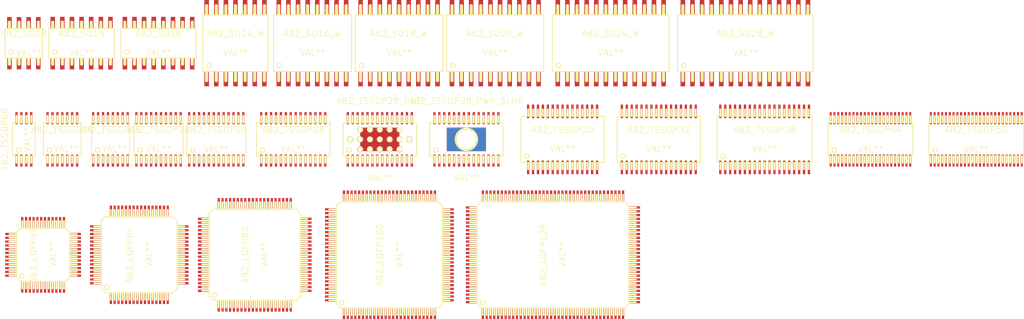
<source format=kicad_pcb>
(kicad_pcb (version 3) (host pcbnew "(2013-07-07 BZR 4022)-stable")

  (general
    (links 0)
    (no_connects 0)
    (area 8.1915 110.593012 302.9585 286.4485)
    (thickness 1.6)
    (drawings 0)
    (tracks 0)
    (zones 0)
    (modules 27)
    (nets 1)
  )

  (page A3)
  (layers
    (15 F.Cu signal)
    (0 B.Cu signal)
    (16 B.Adhes user)
    (17 F.Adhes user)
    (18 B.Paste user)
    (19 F.Paste user)
    (20 B.SilkS user)
    (21 F.SilkS user)
    (22 B.Mask user)
    (23 F.Mask user)
    (24 Dwgs.User user)
    (25 Cmts.User user)
    (26 Eco1.User user)
    (27 Eco2.User user)
    (28 Edge.Cuts user)
  )

  (setup
    (last_trace_width 0.254)
    (trace_clearance 0.254)
    (zone_clearance 0.1524)
    (zone_45_only no)
    (trace_min 0.254)
    (segment_width 0.2)
    (edge_width 0.1)
    (via_size 0.889)
    (via_drill 0.635)
    (via_min_size 0.889)
    (via_min_drill 0.508)
    (uvia_size 0.508)
    (uvia_drill 0.127)
    (uvias_allowed no)
    (uvia_min_size 0.508)
    (uvia_min_drill 0.127)
    (pcb_text_width 0.3)
    (pcb_text_size 1.5 1.5)
    (mod_edge_width 0.127)
    (mod_text_size 1 1)
    (mod_text_width 0.15)
    (pad_size 5.18 3.1)
    (pad_drill 0)
    (pad_to_mask_clearance 0)
    (aux_axis_origin 199.898 142.494)
    (visible_elements 7FFFFFFF)
    (pcbplotparams
      (layerselection 3178497)
      (usegerberextensions true)
      (excludeedgelayer true)
      (linewidth 0.150000)
      (plotframeref false)
      (viasonmask false)
      (mode 1)
      (useauxorigin false)
      (hpglpennumber 1)
      (hpglpenspeed 20)
      (hpglpendiameter 15)
      (hpglpenoverlay 2)
      (psnegative false)
      (psa4output false)
      (plotreference true)
      (plotvalue true)
      (plotothertext true)
      (plotinvisibletext false)
      (padsonsilk false)
      (subtractmaskfromsilk false)
      (outputformat 1)
      (mirror false)
      (drillshape 1)
      (scaleselection 1)
      (outputdirectory ""))
  )

  (net 0 "")

  (net_class Default "This is the default net class."
    (clearance 0.254)
    (trace_width 0.254)
    (via_dia 0.889)
    (via_drill 0.635)
    (uvia_dia 0.508)
    (uvia_drill 0.127)
    (add_net "")
  )

  (module AB2_SO28_W (layer F.Cu) (tedit 52A781FE) (tstamp 52A94488)
    (at 110.49 165.1)
    (fp_text reference AB2_SO28_W (at 0 -1.27) (layer F.SilkS)
      (effects (font (size 0.8128 0.8128) (thickness 0.0762)))
    )
    (fp_text value VAL** (at 0 1.27) (layer F.SilkS)
      (effects (font (size 0.8128 0.8128) (thickness 0.0762)))
    )
    (fp_line (start -6.985 -4.95) (end -6.985 -3.9) (layer F.SilkS) (width 0.41))
    (fp_line (start -8.255 -4.95) (end -8.255 -3.9) (layer F.SilkS) (width 0.41))
    (fp_circle (center -8.15 2.95) (end -8.15 2.65) (layer F.SilkS) (width 0.127))
    (fp_line (start -8.95 -3.75) (end 8.95 -3.75) (layer F.SilkS) (width 0.127))
    (fp_line (start 8.95 -3.75) (end 8.95 3.75) (layer F.SilkS) (width 0.127))
    (fp_line (start 8.95 3.75) (end -8.95 3.75) (layer F.SilkS) (width 0.127))
    (fp_line (start -8.95 3.75) (end -8.95 -3.75) (layer F.SilkS) (width 0.127))
    (fp_line (start 8.255 3.9) (end 8.255 4.95) (layer F.SilkS) (width 0.41))
    (fp_line (start 6.985 3.9) (end 6.985 4.95) (layer F.SilkS) (width 0.41))
    (fp_line (start -4.445 -4.95) (end -4.445 -3.9) (layer F.SilkS) (width 0.41))
    (fp_line (start -5.715 -4.95) (end -5.715 -3.9) (layer F.SilkS) (width 0.41))
    (fp_line (start 4.445 3.9) (end 4.445 4.95) (layer F.SilkS) (width 0.41))
    (fp_line (start 5.715 3.9) (end 5.715 4.95) (layer F.SilkS) (width 0.41))
    (fp_line (start -8.255 3.9) (end -8.255 4.95) (layer F.SilkS) (width 0.41))
    (fp_line (start 3.175 3.9) (end 3.175 4.95) (layer F.SilkS) (width 0.41))
    (fp_line (start -3.175 -4.95) (end -3.175 -3.9) (layer F.SilkS) (width 0.41))
    (fp_line (start 8.255 -4.95) (end 8.255 -3.9) (layer F.SilkS) (width 0.41))
    (fp_line (start 6.985 -4.95) (end 6.985 -3.9) (layer F.SilkS) (width 0.41))
    (fp_line (start 3.175 -4.95) (end 3.175 -3.9) (layer F.SilkS) (width 0.41))
    (fp_line (start 4.445 -4.95) (end 4.445 -3.9) (layer F.SilkS) (width 0.41))
    (fp_line (start 5.715 -4.95) (end 5.715 -3.9) (layer F.SilkS) (width 0.41))
    (fp_line (start 0.635 3.9) (end 0.635 4.95) (layer F.SilkS) (width 0.41))
    (fp_line (start -0.635 3.9) (end -0.635 4.95) (layer F.SilkS) (width 0.41))
    (fp_line (start -1.905 3.9) (end -1.905 4.95) (layer F.SilkS) (width 0.41))
    (fp_line (start 1.905 3.9) (end 1.905 4.95) (layer F.SilkS) (width 0.41))
    (fp_line (start 0.635 -4.95) (end 0.635 -3.9) (layer F.SilkS) (width 0.41))
    (fp_line (start -0.635 -4.95) (end -0.635 -3.9) (layer F.SilkS) (width 0.41))
    (fp_line (start -1.905 -4.95) (end -1.905 -3.9) (layer F.SilkS) (width 0.41))
    (fp_line (start 1.905 -4.95) (end 1.905 -3.9) (layer F.SilkS) (width 0.41))
    (fp_line (start -3.175 3.9) (end -3.175 4.95) (layer F.SilkS) (width 0.41))
    (fp_line (start -6.985 3.9) (end -6.985 4.95) (layer F.SilkS) (width 0.41))
    (fp_line (start -5.715 3.9) (end -5.715 4.95) (layer F.SilkS) (width 0.41))
    (fp_line (start -4.445 3.9) (end -4.445 4.95) (layer F.SilkS) (width 0.41))
    (pad 27 smd rect (at -6.985 -4.7) (size 0.6 2)
      (layers F.Cu F.Paste F.Mask)
    )
    (pad 28 smd rect (at -8.255 -4.7) (size 0.6 2)
      (layers F.Cu F.Paste F.Mask)
    )
    (pad 14 smd rect (at 8.255 4.7) (size 0.6 2)
      (layers F.Cu F.Paste F.Mask)
    )
    (pad 13 smd rect (at 6.985 4.7) (size 0.6 2)
      (layers F.Cu F.Paste F.Mask)
    )
    (pad 25 smd rect (at -4.445 -4.7) (size 0.6 2)
      (layers F.Cu F.Paste F.Mask)
    )
    (pad 26 smd rect (at -5.715 -4.7) (size 0.6 2)
      (layers F.Cu F.Paste F.Mask)
    )
    (pad 11 smd rect (at 4.445 4.7) (size 0.6 2)
      (layers F.Cu F.Paste F.Mask)
    )
    (pad 12 smd rect (at 5.715 4.7) (size 0.6 2)
      (layers F.Cu F.Paste F.Mask)
    )
    (pad 1 smd rect (at -8.255 4.7) (size 0.6 2)
      (layers F.Cu F.Paste F.Mask)
    )
    (pad 10 smd rect (at 3.175 4.7) (size 0.6 2)
      (layers F.Cu F.Paste F.Mask)
    )
    (pad 24 smd rect (at -3.175 -4.7) (size 0.6 2)
      (layers F.Cu F.Paste F.Mask)
    )
    (pad 15 smd rect (at 8.255 -4.7) (size 0.6 2)
      (layers F.Cu F.Paste F.Mask)
    )
    (pad 19 smd rect (at 3.175 -4.7) (size 0.6 2)
      (layers F.Cu F.Paste F.Mask)
    )
    (pad 18 smd rect (at 4.445 -4.7) (size 0.6 2)
      (layers F.Cu F.Paste F.Mask)
    )
    (pad 17 smd rect (at 5.715 -4.7) (size 0.6 2)
      (layers F.Cu F.Paste F.Mask)
    )
    (pad 16 smd rect (at 6.985 -4.7) (size 0.6 2)
      (layers F.Cu F.Paste F.Mask)
    )
    (pad 9 smd rect (at 1.905 4.7) (size 0.6 2)
      (layers F.Cu F.Paste F.Mask)
    )
    (pad 8 smd rect (at 0.635 4.7) (size 0.6 2)
      (layers F.Cu F.Paste F.Mask)
    )
    (pad 7 smd rect (at -0.635 4.7) (size 0.6 2)
      (layers F.Cu F.Paste F.Mask)
    )
    (pad 6 smd rect (at -1.905 4.7) (size 0.6 2)
      (layers F.Cu F.Paste F.Mask)
    )
    (pad 2 smd rect (at -6.985 4.7) (size 0.6 2)
      (layers F.Cu F.Paste F.Mask)
    )
    (pad 3 smd rect (at -5.715 4.7) (size 0.6 2)
      (layers F.Cu F.Paste F.Mask)
    )
    (pad 4 smd rect (at -4.445 4.7) (size 0.6 2)
      (layers F.Cu F.Paste F.Mask)
    )
    (pad 5 smd rect (at -3.175 4.7) (size 0.6 2)
      (layers F.Cu F.Paste F.Mask)
    )
    (pad 20 smd rect (at 1.905 -4.7) (size 0.6 2)
      (layers F.Cu F.Paste F.Mask)
    )
    (pad 21 smd rect (at 0.635 -4.7) (size 0.6 2)
      (layers F.Cu F.Paste F.Mask)
    )
    (pad 22 smd rect (at -0.635 -4.7) (size 0.6 2)
      (layers F.Cu F.Paste F.Mask)
    )
    (pad 23 smd rect (at -1.905 -4.7) (size 0.6 2)
      (layers F.Cu F.Paste F.Mask)
    )
    (model ../3d_models/ab2_so/AB2_SO28_W.wrl
      (at (xyz 0 0 0))
      (scale (xyz 0.3937 0.3937 0.3937))
      (rotate (xyz 0 0 180))
    )
  )

  (module AB2_SO24_W (layer F.Cu) (tedit 52A7772B) (tstamp 52A90370)
    (at 92.71 165.1)
    (fp_text reference AB2_SO24_W (at 0 -1.27) (layer F.SilkS)
      (effects (font (size 0.8128 0.8128) (thickness 0.0762)))
    )
    (fp_text value VAL** (at 0 1.27) (layer F.SilkS)
      (effects (font (size 0.8128 0.8128) (thickness 0.0762)))
    )
    (fp_circle (center -6.9 2.95) (end -6.9 2.65) (layer F.SilkS) (width 0.127))
    (fp_line (start -5.715 -4.95) (end -5.715 -3.9) (layer F.SilkS) (width 0.41))
    (fp_line (start -6.985 -4.95) (end -6.985 -3.9) (layer F.SilkS) (width 0.41))
    (fp_line (start -7.7 -3.75) (end 7.7 -3.75) (layer F.SilkS) (width 0.127))
    (fp_line (start 7.7 -3.75) (end 7.7 3.75) (layer F.SilkS) (width 0.127))
    (fp_line (start 7.7 3.75) (end -7.7 3.75) (layer F.SilkS) (width 0.127))
    (fp_line (start -7.7 3.75) (end -7.7 -3.75) (layer F.SilkS) (width 0.127))
    (fp_line (start 5.715 3.9) (end 5.715 4.95) (layer F.SilkS) (width 0.41))
    (fp_line (start 6.985 3.9) (end 6.985 4.95) (layer F.SilkS) (width 0.41))
    (fp_line (start -6.985 3.9) (end -6.985 4.95) (layer F.SilkS) (width 0.41))
    (fp_line (start 4.445 3.9) (end 4.445 4.95) (layer F.SilkS) (width 0.41))
    (fp_line (start -4.445 -4.95) (end -4.445 -3.9) (layer F.SilkS) (width 0.41))
    (fp_line (start 6.985 -4.95) (end 6.985 -3.9) (layer F.SilkS) (width 0.41))
    (fp_line (start 5.715 -4.95) (end 5.715 -3.9) (layer F.SilkS) (width 0.41))
    (fp_line (start 1.905 -4.95) (end 1.905 -3.9) (layer F.SilkS) (width 0.41))
    (fp_line (start 3.175 -4.95) (end 3.175 -3.9) (layer F.SilkS) (width 0.41))
    (fp_line (start 4.445 -4.95) (end 4.445 -3.9) (layer F.SilkS) (width 0.41))
    (fp_line (start 1.905 3.9) (end 1.905 4.95) (layer F.SilkS) (width 0.41))
    (fp_line (start 0.635 3.9) (end 0.635 4.95) (layer F.SilkS) (width 0.41))
    (fp_line (start -0.635 3.9) (end -0.635 4.95) (layer F.SilkS) (width 0.41))
    (fp_line (start 3.175 3.9) (end 3.175 4.95) (layer F.SilkS) (width 0.41))
    (fp_line (start -0.635 -4.95) (end -0.635 -3.9) (layer F.SilkS) (width 0.41))
    (fp_line (start -1.905 -4.95) (end -1.905 -3.9) (layer F.SilkS) (width 0.41))
    (fp_line (start -3.175 -4.95) (end -3.175 -3.9) (layer F.SilkS) (width 0.41))
    (fp_line (start 0.635 -4.95) (end 0.635 -3.9) (layer F.SilkS) (width 0.41))
    (fp_line (start -1.905 3.9) (end -1.905 4.95) (layer F.SilkS) (width 0.41))
    (fp_line (start -5.715 3.9) (end -5.715 4.95) (layer F.SilkS) (width 0.41))
    (fp_line (start -4.445 3.9) (end -4.445 4.95) (layer F.SilkS) (width 0.41))
    (fp_line (start -3.175 3.9) (end -3.175 4.95) (layer F.SilkS) (width 0.41))
    (pad 23 smd rect (at -5.715 -4.7) (size 0.6 2)
      (layers F.Cu F.Paste F.Mask)
    )
    (pad 24 smd rect (at -6.985 -4.7) (size 0.6 2)
      (layers F.Cu F.Paste F.Mask)
    )
    (pad 11 smd rect (at 5.715 4.7) (size 0.6 2)
      (layers F.Cu F.Paste F.Mask)
    )
    (pad 12 smd rect (at 6.985 4.7) (size 0.6 2)
      (layers F.Cu F.Paste F.Mask)
    )
    (pad 1 smd rect (at -6.985 4.7) (size 0.6 2)
      (layers F.Cu F.Paste F.Mask)
    )
    (pad 10 smd rect (at 4.445 4.7) (size 0.6 2)
      (layers F.Cu F.Paste F.Mask)
    )
    (pad 22 smd rect (at -4.445 -4.7) (size 0.6 2)
      (layers F.Cu F.Paste F.Mask)
    )
    (pad 13 smd rect (at 6.985 -4.7) (size 0.6 2)
      (layers F.Cu F.Paste F.Mask)
    )
    (pad 17 smd rect (at 1.905 -4.7) (size 0.6 2)
      (layers F.Cu F.Paste F.Mask)
    )
    (pad 16 smd rect (at 3.175 -4.7) (size 0.6 2)
      (layers F.Cu F.Paste F.Mask)
    )
    (pad 15 smd rect (at 4.445 -4.7) (size 0.6 2)
      (layers F.Cu F.Paste F.Mask)
    )
    (pad 14 smd rect (at 5.715 -4.7) (size 0.6 2)
      (layers F.Cu F.Paste F.Mask)
    )
    (pad 9 smd rect (at 3.175 4.7) (size 0.6 2)
      (layers F.Cu F.Paste F.Mask)
    )
    (pad 8 smd rect (at 1.905 4.7) (size 0.6 2)
      (layers F.Cu F.Paste F.Mask)
    )
    (pad 7 smd rect (at 0.635 4.7) (size 0.6 2)
      (layers F.Cu F.Paste F.Mask)
    )
    (pad 6 smd rect (at -0.635 4.7) (size 0.6 2)
      (layers F.Cu F.Paste F.Mask)
    )
    (pad 2 smd rect (at -5.715 4.7) (size 0.6 2)
      (layers F.Cu F.Paste F.Mask)
    )
    (pad 3 smd rect (at -4.445 4.7) (size 0.6 2)
      (layers F.Cu F.Paste F.Mask)
    )
    (pad 4 smd rect (at -3.175 4.7) (size 0.6 2)
      (layers F.Cu F.Paste F.Mask)
    )
    (pad 5 smd rect (at -1.905 4.7) (size 0.6 2)
      (layers F.Cu F.Paste F.Mask)
    )
    (pad 18 smd rect (at 0.635 -4.7) (size 0.6 2)
      (layers F.Cu F.Paste F.Mask)
    )
    (pad 19 smd rect (at -0.635 -4.7) (size 0.6 2)
      (layers F.Cu F.Paste F.Mask)
    )
    (pad 20 smd rect (at -1.905 -4.7) (size 0.6 2)
      (layers F.Cu F.Paste F.Mask)
    )
    (pad 21 smd rect (at -3.175 -4.7) (size 0.6 2)
      (layers F.Cu F.Paste F.Mask)
    )
    (model ../3d_models/ab2_so/AB2_SO24_W.wrl
      (at (xyz 0 0 0))
      (scale (xyz 0.3937 0.3937 0.3937))
      (rotate (xyz 0 0 180))
    )
  )

  (module AB2_SO20_W (layer F.Cu) (tedit 52A775CF) (tstamp 52A8C268)
    (at 77.47 165.1)
    (fp_text reference AB2_SO20_W (at 0 -1.27) (layer F.SilkS)
      (effects (font (size 0.8128 0.8128) (thickness 0.0762)))
    )
    (fp_text value VAL** (at 0 1.27) (layer F.SilkS)
      (effects (font (size 0.8128 0.8128) (thickness 0.0762)))
    )
    (fp_circle (center -5.6 2.95) (end -5.6 2.65) (layer F.SilkS) (width 0.127))
    (fp_line (start 6.4 -3.75) (end 6.4 3.75) (layer F.SilkS) (width 0.127))
    (fp_line (start 6.4 3.75) (end -6.4 3.75) (layer F.SilkS) (width 0.127))
    (fp_line (start -6.4 3.75) (end -6.4 -3.75) (layer F.SilkS) (width 0.127))
    (fp_line (start -6.4 -3.75) (end 6.4 -3.75) (layer F.SilkS) (width 0.127))
    (fp_line (start -5.715 3.9) (end -5.715 4.95) (layer F.SilkS) (width 0.41))
    (fp_line (start 5.715 3.9) (end 5.715 4.95) (layer F.SilkS) (width 0.41))
    (fp_line (start -5.715 -4.95) (end -5.715 -3.9) (layer F.SilkS) (width 0.41))
    (fp_line (start 5.715 -4.95) (end 5.715 -3.9) (layer F.SilkS) (width 0.41))
    (fp_line (start 4.445 -4.95) (end 4.445 -3.9) (layer F.SilkS) (width 0.41))
    (fp_line (start 0.635 -4.95) (end 0.635 -3.9) (layer F.SilkS) (width 0.41))
    (fp_line (start 1.905 -4.95) (end 1.905 -3.9) (layer F.SilkS) (width 0.41))
    (fp_line (start 3.175 -4.95) (end 3.175 -3.9) (layer F.SilkS) (width 0.41))
    (fp_line (start 3.175 3.9) (end 3.175 4.95) (layer F.SilkS) (width 0.41))
    (fp_line (start 1.905 3.9) (end 1.905 4.95) (layer F.SilkS) (width 0.41))
    (fp_line (start 0.635 3.9) (end 0.635 4.95) (layer F.SilkS) (width 0.41))
    (fp_line (start 4.445 3.9) (end 4.445 4.95) (layer F.SilkS) (width 0.41))
    (fp_line (start -1.905 -4.95) (end -1.905 -3.9) (layer F.SilkS) (width 0.41))
    (fp_line (start -3.175 -4.95) (end -3.175 -3.9) (layer F.SilkS) (width 0.41))
    (fp_line (start -4.445 -4.95) (end -4.445 -3.9) (layer F.SilkS) (width 0.41))
    (fp_line (start -0.635 -4.95) (end -0.635 -3.9) (layer F.SilkS) (width 0.41))
    (fp_line (start -0.635 3.9) (end -0.635 4.95) (layer F.SilkS) (width 0.41))
    (fp_line (start -4.445 3.9) (end -4.445 4.95) (layer F.SilkS) (width 0.41))
    (fp_line (start -3.175 3.9) (end -3.175 4.95) (layer F.SilkS) (width 0.41))
    (fp_line (start -1.905 3.9) (end -1.905 4.95) (layer F.SilkS) (width 0.41))
    (pad 1 smd rect (at -5.715 4.7) (size 0.6 2)
      (layers F.Cu F.Paste F.Mask)
    )
    (pad 10 smd rect (at 5.715 4.7) (size 0.6 2)
      (layers F.Cu F.Paste F.Mask)
    )
    (pad 20 smd rect (at -5.715 -4.7) (size 0.6 2)
      (layers F.Cu F.Paste F.Mask)
    )
    (pad 11 smd rect (at 5.715 -4.7) (size 0.6 2)
      (layers F.Cu F.Paste F.Mask)
    )
    (pad 15 smd rect (at 0.635 -4.7) (size 0.6 2)
      (layers F.Cu F.Paste F.Mask)
    )
    (pad 14 smd rect (at 1.905 -4.7) (size 0.6 2)
      (layers F.Cu F.Paste F.Mask)
    )
    (pad 13 smd rect (at 3.175 -4.7) (size 0.6 2)
      (layers F.Cu F.Paste F.Mask)
    )
    (pad 12 smd rect (at 4.445 -4.7) (size 0.6 2)
      (layers F.Cu F.Paste F.Mask)
    )
    (pad 9 smd rect (at 4.445 4.7) (size 0.6 2)
      (layers F.Cu F.Paste F.Mask)
    )
    (pad 8 smd rect (at 3.175 4.7) (size 0.6 2)
      (layers F.Cu F.Paste F.Mask)
    )
    (pad 7 smd rect (at 1.905 4.7) (size 0.6 2)
      (layers F.Cu F.Paste F.Mask)
    )
    (pad 6 smd rect (at 0.635 4.7) (size 0.6 2)
      (layers F.Cu F.Paste F.Mask)
    )
    (pad 2 smd rect (at -4.445 4.7) (size 0.6 2)
      (layers F.Cu F.Paste F.Mask)
    )
    (pad 3 smd rect (at -3.175 4.7) (size 0.6 2)
      (layers F.Cu F.Paste F.Mask)
    )
    (pad 4 smd rect (at -1.905 4.7) (size 0.6 2)
      (layers F.Cu F.Paste F.Mask)
    )
    (pad 5 smd rect (at -0.635 4.7) (size 0.6 2)
      (layers F.Cu F.Paste F.Mask)
    )
    (pad 16 smd rect (at -0.635 -4.7) (size 0.6 2)
      (layers F.Cu F.Paste F.Mask)
    )
    (pad 17 smd rect (at -1.905 -4.7) (size 0.6 2)
      (layers F.Cu F.Paste F.Mask)
    )
    (pad 18 smd rect (at -3.175 -4.7) (size 0.6 2)
      (layers F.Cu F.Paste F.Mask)
    )
    (pad 19 smd rect (at -4.445 -4.7) (size 0.6 2)
      (layers F.Cu F.Paste F.Mask)
    )
    (model ../3d_models/ab2_so/AB2_SO20_W.wrl
      (at (xyz 0 0 0))
      (scale (xyz 0.3937 0.3937 0.3937))
      (rotate (xyz 0 0 180))
    )
  )

  (module AB2_SO18_W (layer F.Cu) (tedit 52A781AD) (tstamp 52A87E81)
    (at 64.77 165.1)
    (fp_text reference AB2_SO18_W (at 0 -1.27) (layer F.SilkS)
      (effects (font (size 0.8128 0.8128) (thickness 0.0762)))
    )
    (fp_text value VAL** (at 0 1.27) (layer F.SilkS)
      (effects (font (size 0.8128 0.8128) (thickness 0.0762)))
    )
    (fp_line (start 5.08 -4.95) (end 5.08 -3.9) (layer F.SilkS) (width 0.41))
    (fp_line (start -5.775 -3.75) (end 5.775 -3.75) (layer F.SilkS) (width 0.127))
    (fp_line (start 5.775 -3.75) (end 5.775 3.75) (layer F.SilkS) (width 0.127))
    (fp_line (start 5.775 3.75) (end -5.775 3.75) (layer F.SilkS) (width 0.127))
    (fp_line (start -5.775 3.75) (end -5.775 -3.75) (layer F.SilkS) (width 0.127))
    (fp_line (start 5.08 3.9) (end 5.08 4.95) (layer F.SilkS) (width 0.41))
    (fp_circle (center -4.975 2.95) (end -4.975 2.65) (layer F.SilkS) (width 0.127))
    (fp_line (start 3.81 -4.95) (end 3.81 -3.9) (layer F.SilkS) (width 0.41))
    (fp_line (start 0 -4.95) (end 0 -3.9) (layer F.SilkS) (width 0.41))
    (fp_line (start 1.27 -4.95) (end 1.27 -3.9) (layer F.SilkS) (width 0.41))
    (fp_line (start 2.54 -4.95) (end 2.54 -3.9) (layer F.SilkS) (width 0.41))
    (fp_line (start 2.54 3.9) (end 2.54 4.95) (layer F.SilkS) (width 0.41))
    (fp_line (start 1.27 3.9) (end 1.27 4.95) (layer F.SilkS) (width 0.41))
    (fp_line (start 0 3.9) (end 0 4.95) (layer F.SilkS) (width 0.41))
    (fp_line (start 3.81 3.9) (end 3.81 4.95) (layer F.SilkS) (width 0.41))
    (fp_line (start -2.54 -4.95) (end -2.54 -3.9) (layer F.SilkS) (width 0.41))
    (fp_line (start -3.81 -4.95) (end -3.81 -3.9) (layer F.SilkS) (width 0.41))
    (fp_line (start -5.08 -4.95) (end -5.08 -3.9) (layer F.SilkS) (width 0.41))
    (fp_line (start -1.27 -4.95) (end -1.27 -3.9) (layer F.SilkS) (width 0.41))
    (fp_line (start -1.27 3.9) (end -1.27 4.95) (layer F.SilkS) (width 0.41))
    (fp_line (start -5.08 3.9) (end -5.08 4.95) (layer F.SilkS) (width 0.41))
    (fp_line (start -3.81 3.9) (end -3.81 4.95) (layer F.SilkS) (width 0.41))
    (fp_line (start -2.54 3.9) (end -2.54 4.95) (layer F.SilkS) (width 0.41))
    (pad 10 smd rect (at 5.08 -4.7) (size 0.6 2)
      (layers F.Cu F.Paste F.Mask)
    )
    (pad 9 smd rect (at 5.08 4.7) (size 0.6 2)
      (layers F.Cu F.Paste F.Mask)
    )
    (pad 14 smd rect (at 0 -4.7) (size 0.6 2)
      (layers F.Cu F.Paste F.Mask)
    )
    (pad 13 smd rect (at 1.27 -4.7) (size 0.6 2)
      (layers F.Cu F.Paste F.Mask)
    )
    (pad 12 smd rect (at 2.54 -4.7) (size 0.6 2)
      (layers F.Cu F.Paste F.Mask)
    )
    (pad 11 smd rect (at 3.81 -4.7) (size 0.6 2)
      (layers F.Cu F.Paste F.Mask)
    )
    (pad 8 smd rect (at 3.81 4.7) (size 0.6 2)
      (layers F.Cu F.Paste F.Mask)
    )
    (pad 7 smd rect (at 2.54 4.7) (size 0.6 2)
      (layers F.Cu F.Paste F.Mask)
    )
    (pad 6 smd rect (at 1.27 4.7) (size 0.6 2)
      (layers F.Cu F.Paste F.Mask)
    )
    (pad 5 smd rect (at 0 4.7) (size 0.6 2)
      (layers F.Cu F.Paste F.Mask)
    )
    (pad 1 smd rect (at -5.08 4.7) (size 0.6 2)
      (layers F.Cu F.Paste F.Mask)
    )
    (pad 2 smd rect (at -3.81 4.7) (size 0.6 2)
      (layers F.Cu F.Paste F.Mask)
    )
    (pad 3 smd rect (at -2.54 4.7) (size 0.6 2)
      (layers F.Cu F.Paste F.Mask)
    )
    (pad 4 smd rect (at -1.27 4.7) (size 0.6 2)
      (layers F.Cu F.Paste F.Mask)
    )
    (pad 15 smd rect (at -1.27 -4.7) (size 0.6 2)
      (layers F.Cu F.Paste F.Mask)
    )
    (pad 16 smd rect (at -2.54 -4.7) (size 0.6 2)
      (layers F.Cu F.Paste F.Mask)
    )
    (pad 17 smd rect (at -3.81 -4.7) (size 0.6 2)
      (layers F.Cu F.Paste F.Mask)
    )
    (pad 18 smd rect (at -5.08 -4.7) (size 0.6 2)
      (layers F.Cu F.Paste F.Mask)
    )
    (model ../3d_models/ab2_so/AB2_SO18_W.wrl
      (at (xyz 0 0 0))
      (scale (xyz 0.3937 0.3937 0.3937))
      (rotate (xyz 0 0 180))
    )
  )

  (module AB2_SO14_W (layer F.Cu) (tedit 52A77247) (tstamp 52A7FCA1)
    (at 43.18 165.1)
    (fp_text reference AB2_SO14_W (at 0 -1.27) (layer F.SilkS)
      (effects (font (size 0.8128 0.8128) (thickness 0.0762)))
    )
    (fp_text value VAL** (at 0 1.27) (layer F.SilkS)
      (effects (font (size 0.8128 0.8128) (thickness 0.0762)))
    )
    (fp_circle (center -3.525 2.95) (end -3.525 2.65) (layer F.SilkS) (width 0.127))
    (fp_line (start -4.325 3.75) (end -4.325 -3.75) (layer F.SilkS) (width 0.127))
    (fp_line (start -4.325 -3.75) (end 4.325 -3.75) (layer F.SilkS) (width 0.127))
    (fp_line (start 4.325 -3.75) (end 4.325 3.75) (layer F.SilkS) (width 0.127))
    (fp_line (start 4.325 3.75) (end -4.325 3.75) (layer F.SilkS) (width 0.127))
    (fp_line (start 3.81 3.9) (end 3.81 4.95) (layer F.SilkS) (width 0.41))
    (fp_line (start 2.54 3.9) (end 2.54 4.95) (layer F.SilkS) (width 0.41))
    (fp_line (start 1.27 3.9) (end 1.27 4.95) (layer F.SilkS) (width 0.41))
    (fp_line (start 0 3.9) (end 0 4.95) (layer F.SilkS) (width 0.41))
    (fp_line (start -1.27 3.9) (end -1.27 4.95) (layer F.SilkS) (width 0.41))
    (fp_line (start -2.54 3.9) (end -2.54 4.95) (layer F.SilkS) (width 0.41))
    (fp_line (start -3.81 3.9) (end -3.81 4.95) (layer F.SilkS) (width 0.41))
    (fp_line (start 3.81 -4.95) (end 3.81 -3.9) (layer F.SilkS) (width 0.41))
    (fp_line (start 2.54 -4.95) (end 2.54 -3.9) (layer F.SilkS) (width 0.41))
    (fp_line (start 1.27 -4.95) (end 1.27 -3.9) (layer F.SilkS) (width 0.41))
    (fp_line (start 0 -4.95) (end 0 -3.9) (layer F.SilkS) (width 0.41))
    (fp_line (start -1.27 -4.95) (end -1.27 -3.9) (layer F.SilkS) (width 0.41))
    (fp_line (start -2.54 -4.95) (end -2.54 -3.9) (layer F.SilkS) (width 0.41))
    (fp_line (start -3.81 -4.95) (end -3.81 -3.9) (layer F.SilkS) (width 0.41))
    (pad 8 smd rect (at 3.81 -4.7) (size 0.6 2)
      (layers F.Cu F.Paste F.Mask)
    )
    (pad 9 smd rect (at 2.54 -4.7) (size 0.6 2)
      (layers F.Cu F.Paste F.Mask)
    )
    (pad 10 smd rect (at 1.27 -4.7) (size 0.6 2)
      (layers F.Cu F.Paste F.Mask)
    )
    (pad 11 smd rect (at 0 -4.7) (size 0.6 2)
      (layers F.Cu F.Paste F.Mask)
    )
    (pad 12 smd rect (at -1.27 -4.7) (size 0.6 2)
      (layers F.Cu F.Paste F.Mask)
    )
    (pad 13 smd rect (at -2.54 -4.7) (size 0.6 2)
      (layers F.Cu F.Paste F.Mask)
    )
    (pad 14 smd rect (at -3.81 -4.7) (size 0.6 2)
      (layers F.Cu F.Paste F.Mask)
    )
    (pad 7 smd rect (at 3.81 4.7) (size 0.6 2)
      (layers F.Cu F.Paste F.Mask)
    )
    (pad 1 smd rect (at -3.81 4.7) (size 0.6 2)
      (layers F.Cu F.Paste F.Mask)
    )
    (pad 6 smd rect (at 2.54 4.7) (size 0.6 2)
      (layers F.Cu F.Paste F.Mask)
    )
    (pad 5 smd rect (at 1.27 4.7) (size 0.6 2)
      (layers F.Cu F.Paste F.Mask)
    )
    (pad 4 smd rect (at 0 4.7) (size 0.6 2)
      (layers F.Cu F.Paste F.Mask)
    )
    (pad 3 smd rect (at -1.27 4.7) (size 0.6 2)
      (layers F.Cu F.Paste F.Mask)
    )
    (pad 2 smd rect (at -2.54 4.7) (size 0.6 2)
      (layers F.Cu F.Paste F.Mask)
    )
    (model ../3d_models/ab2_so/AB2_SO14_W.wrl
      (at (xyz 0 0 0))
      (scale (xyz 0.3937 0.3937 0.3937))
      (rotate (xyz 0 0 180))
    )
  )

  (module AB2_LQFP128 (layer F.Cu) (tedit 52A24952) (tstamp 529EAF78)
    (at 85.09 193.04 90)
    (fp_text reference AB2_LQFP128 (at 0 -1.27 90) (layer F.SilkS)
      (effects (font (size 0.8128 0.8128) (thickness 0.0762)))
    )
    (fp_text value VAL** (at 0 1.27 90) (layer F.SilkS)
      (effects (font (size 0.8128 0.8128) (thickness 0.0762)))
    )
    (fp_line (start -6.25 10.05) (end -6.25 10.95) (layer F.SilkS) (width 0.22))
    (fp_line (start -5.75 10.05) (end -5.75 10.95) (layer F.SilkS) (width 0.22))
    (fp_line (start -5.25 10.05) (end -5.25 10.95) (layer F.SilkS) (width 0.22))
    (fp_line (start -4.75 10.05) (end -4.75 10.95) (layer F.SilkS) (width 0.22))
    (fp_line (start -4.25 10.05) (end -4.25 10.95) (layer F.SilkS) (width 0.22))
    (fp_line (start -3.75 10.05) (end -3.75 10.95) (layer F.SilkS) (width 0.22))
    (fp_line (start -3.25 10.05) (end -3.25 10.95) (layer F.SilkS) (width 0.22))
    (fp_line (start -2.75 10.05) (end -2.75 10.95) (layer F.SilkS) (width 0.22))
    (fp_line (start -2.25 10.05) (end -2.25 10.95) (layer F.SilkS) (width 0.22))
    (fp_line (start -1.75 10.05) (end -1.75 10.95) (layer F.SilkS) (width 0.22))
    (fp_line (start -1.25 10.05) (end -1.25 10.95) (layer F.SilkS) (width 0.22))
    (fp_line (start -0.75 10.05) (end -0.75 10.95) (layer F.SilkS) (width 0.22))
    (fp_line (start -0.25 10.05) (end -0.25 10.95) (layer F.SilkS) (width 0.22))
    (fp_line (start 0.25 10.05) (end 0.25 10.95) (layer F.SilkS) (width 0.22))
    (fp_line (start 0.75 10.05) (end 0.75 10.95) (layer F.SilkS) (width 0.22))
    (fp_line (start 1.25 10.05) (end 1.25 10.95) (layer F.SilkS) (width 0.22))
    (fp_line (start 1.75 10.05) (end 1.75 10.95) (layer F.SilkS) (width 0.22))
    (fp_line (start 2.25 10.05) (end 2.25 10.95) (layer F.SilkS) (width 0.22))
    (fp_line (start 2.75 10.05) (end 2.75 10.95) (layer F.SilkS) (width 0.22))
    (fp_line (start 3.25 10.05) (end 3.25 10.95) (layer F.SilkS) (width 0.22))
    (fp_line (start 3.75 10.05) (end 3.75 10.95) (layer F.SilkS) (width 0.22))
    (fp_line (start 4.25 10.05) (end 4.25 10.95) (layer F.SilkS) (width 0.22))
    (fp_line (start 4.75 10.05) (end 4.75 10.95) (layer F.SilkS) (width 0.22))
    (fp_line (start 5.25 10.05) (end 5.25 10.95) (layer F.SilkS) (width 0.22))
    (fp_line (start 5.75 10.05) (end 5.75 10.95) (layer F.SilkS) (width 0.22))
    (fp_line (start 6.25 10.05) (end 6.25 10.95) (layer F.SilkS) (width 0.22))
    (fp_line (start -6.25 -10.95) (end -6.25 -10.05) (layer F.SilkS) (width 0.22))
    (fp_line (start -5.75 -10.95) (end -5.75 -10.05) (layer F.SilkS) (width 0.22))
    (fp_line (start -5.25 -10.95) (end -5.25 -10.05) (layer F.SilkS) (width 0.22))
    (fp_line (start -4.75 -10.95) (end -4.75 -10.05) (layer F.SilkS) (width 0.22))
    (fp_line (start -4.25 -10.95) (end -4.25 -10.05) (layer F.SilkS) (width 0.22))
    (fp_line (start -3.75 -10.95) (end -3.75 -10.05) (layer F.SilkS) (width 0.22))
    (fp_line (start -3.25 -10.95) (end -3.25 -10.05) (layer F.SilkS) (width 0.22))
    (fp_line (start -2.75 -10.95) (end -2.75 -10.05) (layer F.SilkS) (width 0.22))
    (fp_line (start -2.25 -10.95) (end -2.25 -10.05) (layer F.SilkS) (width 0.22))
    (fp_line (start -1.75 -10.95) (end -1.75 -10.05) (layer F.SilkS) (width 0.22))
    (fp_line (start -1.25 -10.95) (end -1.25 -10.05) (layer F.SilkS) (width 0.22))
    (fp_line (start -0.75 -10.95) (end -0.75 -10.05) (layer F.SilkS) (width 0.22))
    (fp_line (start -0.25 -10.95) (end -0.25 -10.05) (layer F.SilkS) (width 0.22))
    (fp_line (start 0.25 -10.95) (end 0.25 -10.05) (layer F.SilkS) (width 0.22))
    (fp_line (start 0.75 -10.95) (end 0.75 -10.05) (layer F.SilkS) (width 0.22))
    (fp_line (start 1.25 -10.95) (end 1.25 -10.05) (layer F.SilkS) (width 0.22))
    (fp_line (start 1.75 -10.95) (end 1.75 -10.05) (layer F.SilkS) (width 0.22))
    (fp_line (start 2.25 -10.95) (end 2.25 -10.05) (layer F.SilkS) (width 0.22))
    (fp_line (start 2.75 -10.95) (end 2.75 -10.05) (layer F.SilkS) (width 0.22))
    (fp_line (start 3.25 -10.95) (end 3.25 -10.05) (layer F.SilkS) (width 0.22))
    (fp_line (start 3.75 -10.95) (end 3.75 -10.05) (layer F.SilkS) (width 0.22))
    (fp_line (start 4.25 -10.95) (end 4.25 -10.05) (layer F.SilkS) (width 0.22))
    (fp_line (start 4.75 -10.95) (end 4.75 -10.05) (layer F.SilkS) (width 0.22))
    (fp_line (start 5.25 -10.95) (end 5.25 -10.05) (layer F.SilkS) (width 0.22))
    (fp_line (start 5.75 -10.95) (end 5.75 -10.05) (layer F.SilkS) (width 0.22))
    (fp_line (start 6.25 -10.95) (end 6.25 -10.05) (layer F.SilkS) (width 0.22))
    (fp_line (start 7.95 9.25) (end 7.05 9.25) (layer F.SilkS) (width 0.22))
    (fp_line (start 7.95 8.75) (end 7.05 8.75) (layer F.SilkS) (width 0.22))
    (fp_line (start 7.95 8.25) (end 7.05 8.25) (layer F.SilkS) (width 0.22))
    (fp_line (start 7.95 7.75) (end 7.05 7.75) (layer F.SilkS) (width 0.22))
    (fp_line (start 7.95 7.25) (end 7.05 7.25) (layer F.SilkS) (width 0.22))
    (fp_line (start 7.95 6.75) (end 7.05 6.75) (layer F.SilkS) (width 0.22))
    (fp_line (start 7.95 6.25) (end 7.05 6.25) (layer F.SilkS) (width 0.22))
    (fp_line (start 7.95 5.75) (end 7.05 5.75) (layer F.SilkS) (width 0.22))
    (fp_line (start 7.95 5.25) (end 7.05 5.25) (layer F.SilkS) (width 0.22))
    (fp_line (start 7.95 4.75) (end 7.05 4.75) (layer F.SilkS) (width 0.22))
    (fp_line (start 7.95 4.25) (end 7.05 4.25) (layer F.SilkS) (width 0.22))
    (fp_line (start 7.95 3.75) (end 7.05 3.75) (layer F.SilkS) (width 0.22))
    (fp_line (start 7.95 3.25) (end 7.05 3.25) (layer F.SilkS) (width 0.22))
    (fp_line (start 7.95 2.75) (end 7.05 2.75) (layer F.SilkS) (width 0.22))
    (fp_line (start 7.95 2.25) (end 7.05 2.25) (layer F.SilkS) (width 0.22))
    (fp_line (start 7.95 1.75) (end 7.05 1.75) (layer F.SilkS) (width 0.22))
    (fp_line (start 7.95 1.25) (end 7.05 1.25) (layer F.SilkS) (width 0.22))
    (fp_line (start 7.95 0.75) (end 7.05 0.75) (layer F.SilkS) (width 0.22))
    (fp_line (start 7.95 0.25) (end 7.05 0.25) (layer F.SilkS) (width 0.22))
    (fp_line (start 7.95 -0.25) (end 7.05 -0.25) (layer F.SilkS) (width 0.22))
    (fp_line (start 7.95 -0.75) (end 7.05 -0.75) (layer F.SilkS) (width 0.22))
    (fp_line (start 7.95 -1.25) (end 7.05 -1.25) (layer F.SilkS) (width 0.22))
    (fp_line (start 7.95 -1.75) (end 7.05 -1.75) (layer F.SilkS) (width 0.22))
    (fp_line (start 7.95 -2.25) (end 7.05 -2.25) (layer F.SilkS) (width 0.22))
    (fp_line (start 7.95 -2.75) (end 7.05 -2.75) (layer F.SilkS) (width 0.22))
    (fp_line (start 7.95 -3.25) (end 7.05 -3.25) (layer F.SilkS) (width 0.22))
    (fp_line (start 7.95 -3.75) (end 7.05 -3.75) (layer F.SilkS) (width 0.22))
    (fp_line (start 7.95 -4.25) (end 7.05 -4.25) (layer F.SilkS) (width 0.22))
    (fp_line (start 7.95 -4.75) (end 7.05 -4.75) (layer F.SilkS) (width 0.22))
    (fp_line (start 7.95 -5.25) (end 7.05 -5.25) (layer F.SilkS) (width 0.22))
    (fp_line (start 7.95 -5.75) (end 7.05 -5.75) (layer F.SilkS) (width 0.22))
    (fp_line (start 7.95 -6.25) (end 7.05 -6.25) (layer F.SilkS) (width 0.22))
    (fp_line (start 7.95 -6.75) (end 7.05 -6.75) (layer F.SilkS) (width 0.22))
    (fp_line (start 7.95 -7.25) (end 7.05 -7.25) (layer F.SilkS) (width 0.22))
    (fp_line (start 7.95 -7.75) (end 7.05 -7.75) (layer F.SilkS) (width 0.22))
    (fp_line (start 7.95 -8.25) (end 7.05 -8.25) (layer F.SilkS) (width 0.22))
    (fp_line (start 7.95 -8.75) (end 7.05 -8.75) (layer F.SilkS) (width 0.22))
    (fp_line (start 7.95 -9.25) (end 7.05 -9.25) (layer F.SilkS) (width 0.22))
    (fp_line (start -7.05 9.25) (end -7.95 9.25) (layer F.SilkS) (width 0.22))
    (fp_line (start -7.05 8.75) (end -7.95 8.75) (layer F.SilkS) (width 0.22))
    (fp_line (start -7.05 8.25) (end -7.95 8.25) (layer F.SilkS) (width 0.22))
    (fp_line (start -7.05 7.75) (end -7.95 7.75) (layer F.SilkS) (width 0.22))
    (fp_line (start -7.05 7.25) (end -7.95 7.25) (layer F.SilkS) (width 0.22))
    (fp_line (start -7.05 6.75) (end -7.95 6.75) (layer F.SilkS) (width 0.22))
    (fp_line (start -7.05 6.25) (end -7.95 6.25) (layer F.SilkS) (width 0.22))
    (fp_line (start -7.05 5.75) (end -7.95 5.75) (layer F.SilkS) (width 0.22))
    (fp_line (start -7.05 5.25) (end -7.95 5.25) (layer F.SilkS) (width 0.22))
    (fp_line (start -7.05 4.75) (end -7.95 4.75) (layer F.SilkS) (width 0.22))
    (fp_line (start -7.05 4.25) (end -7.95 4.25) (layer F.SilkS) (width 0.22))
    (fp_line (start -7.05 3.75) (end -7.95 3.75) (layer F.SilkS) (width 0.22))
    (fp_line (start -7.05 3.25) (end -7.95 3.25) (layer F.SilkS) (width 0.22))
    (fp_line (start -7.05 2.75) (end -7.95 2.75) (layer F.SilkS) (width 0.22))
    (fp_line (start -7.05 2.25) (end -7.95 2.25) (layer F.SilkS) (width 0.22))
    (fp_line (start -7.05 1.75) (end -7.95 1.75) (layer F.SilkS) (width 0.22))
    (fp_line (start -7.05 1.25) (end -7.95 1.25) (layer F.SilkS) (width 0.22))
    (fp_line (start -7.05 0.75) (end -7.95 0.75) (layer F.SilkS) (width 0.22))
    (fp_line (start -7.05 0.25) (end -7.95 0.25) (layer F.SilkS) (width 0.22))
    (fp_line (start -7.05 -0.25) (end -7.95 -0.25) (layer F.SilkS) (width 0.22))
    (fp_line (start -7.05 -0.75) (end -7.95 -0.75) (layer F.SilkS) (width 0.22))
    (fp_line (start -7.05 -1.25) (end -7.95 -1.25) (layer F.SilkS) (width 0.22))
    (fp_line (start -7.05 -1.75) (end -7.95 -1.75) (layer F.SilkS) (width 0.22))
    (fp_line (start -7.05 -2.25) (end -7.95 -2.25) (layer F.SilkS) (width 0.22))
    (fp_line (start -7.05 -2.75) (end -7.95 -2.75) (layer F.SilkS) (width 0.22))
    (fp_line (start -7.05 -3.25) (end -7.95 -3.25) (layer F.SilkS) (width 0.22))
    (fp_line (start -7.05 -3.75) (end -7.95 -3.75) (layer F.SilkS) (width 0.22))
    (fp_line (start -7.05 -4.25) (end -7.95 -4.25) (layer F.SilkS) (width 0.22))
    (fp_line (start -7.05 -4.75) (end -7.95 -4.75) (layer F.SilkS) (width 0.22))
    (fp_line (start -7.05 -5.25) (end -7.95 -5.25) (layer F.SilkS) (width 0.22))
    (fp_line (start -7.05 -5.75) (end -7.95 -5.75) (layer F.SilkS) (width 0.22))
    (fp_line (start -7.05 -6.25) (end -7.95 -6.25) (layer F.SilkS) (width 0.22))
    (fp_line (start -7.05 -6.75) (end -7.95 -6.75) (layer F.SilkS) (width 0.22))
    (fp_line (start -7.05 -7.25) (end -7.95 -7.25) (layer F.SilkS) (width 0.22))
    (fp_line (start -7.05 -7.75) (end -7.95 -7.75) (layer F.SilkS) (width 0.22))
    (fp_line (start -7.05 -8.25) (end -7.95 -8.25) (layer F.SilkS) (width 0.22))
    (fp_line (start -7.05 -8.75) (end -7.95 -8.75) (layer F.SilkS) (width 0.22))
    (fp_line (start -7.05 -9.25) (end -7.95 -9.25) (layer F.SilkS) (width 0.22))
    (fp_line (start -7 -9.5) (end -6.5 -10) (layer F.SilkS) (width 0.127))
    (fp_line (start -6.5 -10) (end 6.5 -10) (layer F.SilkS) (width 0.127))
    (fp_line (start 6.5 -10) (end 7 -9.5) (layer F.SilkS) (width 0.127))
    (fp_line (start 7 -9.5) (end 7 9.5) (layer F.SilkS) (width 0.127))
    (fp_line (start 7 9.5) (end 6.5 10) (layer F.SilkS) (width 0.127))
    (fp_line (start 6.5 10) (end -6.5 10) (layer F.SilkS) (width 0.127))
    (fp_line (start -6.5 10) (end -7 9.5) (layer F.SilkS) (width 0.127))
    (fp_line (start -7 9.5) (end -7 -9.5) (layer F.SilkS) (width 0.127))
    (fp_circle (center -6.3 -9.3) (end -6.3 -9.6) (layer F.SilkS) (width 0.127))
    (pad 128 smd rect (at -6.25 -10.8 180) (size 1.4 0.3)
      (layers F.Cu F.Paste F.Mask)
    )
    (pad 87 smd rect (at 7.8 -1.75 90) (size 1.4 0.3)
      (layers F.Cu F.Paste F.Mask)
    )
    (pad 88 smd rect (at 7.8 -2.25 90) (size 1.4 0.3)
      (layers F.Cu F.Paste F.Mask)
    )
    (pad 89 smd rect (at 7.8 -2.75 90) (size 1.4 0.3)
      (layers F.Cu F.Paste F.Mask)
    )
    (pad 90 smd rect (at 7.8 -3.25 90) (size 1.4 0.3)
      (layers F.Cu F.Paste F.Mask)
    )
    (pad 91 smd rect (at 7.8 -3.75 90) (size 1.4 0.3)
      (layers F.Cu F.Paste F.Mask)
    )
    (pad 92 smd rect (at 7.8 -4.25 90) (size 1.4 0.3)
      (layers F.Cu F.Paste F.Mask)
    )
    (pad 93 smd rect (at 7.8 -4.75 90) (size 1.4 0.3)
      (layers F.Cu F.Paste F.Mask)
    )
    (pad 94 smd rect (at 7.8 -5.25 90) (size 1.4 0.3)
      (layers F.Cu F.Paste F.Mask)
    )
    (pad 95 smd rect (at 7.8 -5.75 90) (size 1.4 0.3)
      (layers F.Cu F.Paste F.Mask)
    )
    (pad 96 smd rect (at 7.8 -6.25 90) (size 1.4 0.3)
      (layers F.Cu F.Paste F.Mask)
    )
    (pad 97 smd rect (at 7.8 -6.75 90) (size 1.4 0.3)
      (layers F.Cu F.Paste F.Mask)
    )
    (pad 98 smd rect (at 7.8 -7.25 90) (size 1.4 0.3)
      (layers F.Cu F.Paste F.Mask)
    )
    (pad 100 smd rect (at 7.8 -8.25 90) (size 1.4 0.3)
      (layers F.Cu F.Paste F.Mask)
    )
    (pad 101 smd rect (at 7.8 -8.75 90) (size 1.4 0.3)
      (layers F.Cu F.Paste F.Mask)
    )
    (pad 102 smd rect (at 7.8 -9.25 90) (size 1.4 0.3)
      (layers F.Cu F.Paste F.Mask)
    )
    (pad 99 smd rect (at 7.8 -7.75 90) (size 1.4 0.3)
      (layers F.Cu F.Paste F.Mask)
    )
    (pad 86 smd rect (at 7.8 -1.25 90) (size 1.4 0.3)
      (layers F.Cu F.Paste F.Mask)
    )
    (pad 85 smd rect (at 7.8 -0.75 90) (size 1.4 0.3)
      (layers F.Cu F.Paste F.Mask)
    )
    (pad 84 smd rect (at 7.8 -0.25 90) (size 1.4 0.3)
      (layers F.Cu F.Paste F.Mask)
    )
    (pad 65 smd rect (at 7.8 9.25 90) (size 1.4 0.3)
      (layers F.Cu F.Paste F.Mask)
    )
    (pad 66 smd rect (at 7.8 8.75 90) (size 1.4 0.3)
      (layers F.Cu F.Paste F.Mask)
    )
    (pad 67 smd rect (at 7.8 8.25 90) (size 1.4 0.3)
      (layers F.Cu F.Paste F.Mask)
    )
    (pad 80 smd rect (at 7.8 1.75 90) (size 1.4 0.3)
      (layers F.Cu F.Paste F.Mask)
    )
    (pad 83 smd rect (at 7.8 0.25 90) (size 1.4 0.3)
      (layers F.Cu F.Paste F.Mask)
    )
    (pad 82 smd rect (at 7.8 0.75 90) (size 1.4 0.3)
      (layers F.Cu F.Paste F.Mask)
    )
    (pad 81 smd rect (at 7.8 1.25 90) (size 1.4 0.3)
      (layers F.Cu F.Paste F.Mask)
    )
    (pad 79 smd rect (at 7.8 2.25 90) (size 1.4 0.3)
      (layers F.Cu F.Paste F.Mask)
    )
    (pad 78 smd rect (at 7.8 2.75 90) (size 1.4 0.3)
      (layers F.Cu F.Paste F.Mask)
    )
    (pad 77 smd rect (at 7.8 3.25 90) (size 1.4 0.3)
      (layers F.Cu F.Paste F.Mask)
    )
    (pad 76 smd rect (at 7.8 3.75 90) (size 1.4 0.3)
      (layers F.Cu F.Paste F.Mask)
    )
    (pad 75 smd rect (at 7.8 4.25 90) (size 1.4 0.3)
      (layers F.Cu F.Paste F.Mask)
    )
    (pad 74 smd rect (at 7.8 4.75 90) (size 1.4 0.3)
      (layers F.Cu F.Paste F.Mask)
    )
    (pad 73 smd rect (at 7.8 5.25 90) (size 1.4 0.3)
      (layers F.Cu F.Paste F.Mask)
    )
    (pad 72 smd rect (at 7.8 5.75 90) (size 1.4 0.3)
      (layers F.Cu F.Paste F.Mask)
    )
    (pad 71 smd rect (at 7.8 6.25 90) (size 1.4 0.3)
      (layers F.Cu F.Paste F.Mask)
    )
    (pad 70 smd rect (at 7.8 6.75 90) (size 1.4 0.3)
      (layers F.Cu F.Paste F.Mask)
    )
    (pad 69 smd rect (at 7.8 7.25 90) (size 1.4 0.3)
      (layers F.Cu F.Paste F.Mask)
    )
    (pad 68 smd rect (at 7.8 7.75 90) (size 1.4 0.3)
      (layers F.Cu F.Paste F.Mask)
    )
    (pad 64 smd rect (at 6.25 10.8 180) (size 1.4 0.3)
      (layers F.Cu F.Paste F.Mask)
    )
    (pad 35 smd rect (at -7.8 7.75 90) (size 1.4 0.3)
      (layers F.Cu F.Paste F.Mask)
    )
    (pad 34 smd rect (at -7.8 7.25 90) (size 1.4 0.3)
      (layers F.Cu F.Paste F.Mask)
    )
    (pad 33 smd rect (at -7.8 6.75 90) (size 1.4 0.3)
      (layers F.Cu F.Paste F.Mask)
    )
    (pad 32 smd rect (at -7.8 6.25 90) (size 1.4 0.3)
      (layers F.Cu F.Paste F.Mask)
    )
    (pad 31 smd rect (at -7.8 5.75 90) (size 1.4 0.3)
      (layers F.Cu F.Paste F.Mask)
    )
    (pad 30 smd rect (at -7.8 5.25 90) (size 1.4 0.3)
      (layers F.Cu F.Paste F.Mask)
    )
    (pad 29 smd rect (at -7.8 4.75 90) (size 1.4 0.3)
      (layers F.Cu F.Paste F.Mask)
    )
    (pad 28 smd rect (at -7.8 4.25 90) (size 1.4 0.3)
      (layers F.Cu F.Paste F.Mask)
    )
    (pad 27 smd rect (at -7.8 3.75 90) (size 1.4 0.3)
      (layers F.Cu F.Paste F.Mask)
    )
    (pad 26 smd rect (at -7.8 3.25 90) (size 1.4 0.3)
      (layers F.Cu F.Paste F.Mask)
    )
    (pad 25 smd rect (at -7.8 2.75 90) (size 1.4 0.3)
      (layers F.Cu F.Paste F.Mask)
    )
    (pad 24 smd rect (at -7.8 2.25 90) (size 1.4 0.3)
      (layers F.Cu F.Paste F.Mask)
    )
    (pad 22 smd rect (at -7.8 1.25 90) (size 1.4 0.3)
      (layers F.Cu F.Paste F.Mask)
    )
    (pad 21 smd rect (at -7.8 0.75 90) (size 1.4 0.3)
      (layers F.Cu F.Paste F.Mask)
    )
    (pad 20 smd rect (at -7.8 0.25 90) (size 1.4 0.3)
      (layers F.Cu F.Paste F.Mask)
    )
    (pad 23 smd rect (at -7.8 1.75 90) (size 1.4 0.3)
      (layers F.Cu F.Paste F.Mask)
    )
    (pad 36 smd rect (at -7.8 8.25 90) (size 1.4 0.3)
      (layers F.Cu F.Paste F.Mask)
    )
    (pad 37 smd rect (at -7.8 8.75 90) (size 1.4 0.3)
      (layers F.Cu F.Paste F.Mask)
    )
    (pad 38 smd rect (at -7.8 9.25 90) (size 1.4 0.3)
      (layers F.Cu F.Paste F.Mask)
    )
    (pad 127 smd rect (at -5.75 -10.8 180) (size 1.4 0.3)
      (layers F.Cu F.Paste F.Mask)
    )
    (pad 126 smd rect (at -5.25 -10.8 180) (size 1.4 0.3)
      (layers F.Cu F.Paste F.Mask)
    )
    (pad 125 smd rect (at -4.75 -10.8 180) (size 1.4 0.3)
      (layers F.Cu F.Paste F.Mask)
    )
    (pad 124 smd rect (at -4.25 -10.8 180) (size 1.4 0.3)
      (layers F.Cu F.Paste F.Mask)
    )
    (pad 123 smd rect (at -3.75 -10.8 180) (size 1.4 0.3)
      (layers F.Cu F.Paste F.Mask)
    )
    (pad 63 smd rect (at 5.75 10.8 180) (size 1.4 0.3)
      (layers F.Cu F.Paste F.Mask)
    )
    (pad 62 smd rect (at 5.25 10.8 180) (size 1.4 0.3)
      (layers F.Cu F.Paste F.Mask)
    )
    (pad 61 smd rect (at 4.75 10.8 180) (size 1.4 0.3)
      (layers F.Cu F.Paste F.Mask)
    )
    (pad 60 smd rect (at 4.25 10.8 180) (size 1.4 0.3)
      (layers F.Cu F.Paste F.Mask)
    )
    (pad 59 smd rect (at 3.75 10.8 180) (size 1.4 0.3)
      (layers F.Cu F.Paste F.Mask)
    )
    (pad 122 smd rect (at -3.25 -10.8 180) (size 1.4 0.3)
      (layers F.Cu F.Paste F.Mask)
    )
    (pad 121 smd rect (at -2.75 -10.8 180) (size 1.4 0.3)
      (layers F.Cu F.Paste F.Mask)
    )
    (pad 120 smd rect (at -2.25 -10.8 180) (size 1.4 0.3)
      (layers F.Cu F.Paste F.Mask)
    )
    (pad 119 smd rect (at -1.75 -10.8 180) (size 1.4 0.3)
      (layers F.Cu F.Paste F.Mask)
    )
    (pad 58 smd rect (at 3.25 10.8 180) (size 1.4 0.3)
      (layers F.Cu F.Paste F.Mask)
    )
    (pad 57 smd rect (at 2.75 10.8 180) (size 1.4 0.3)
      (layers F.Cu F.Paste F.Mask)
    )
    (pad 56 smd rect (at 2.25 10.8 180) (size 1.4 0.3)
      (layers F.Cu F.Paste F.Mask)
    )
    (pad 55 smd rect (at 1.75 10.8 180) (size 1.4 0.3)
      (layers F.Cu F.Paste F.Mask)
    )
    (pad 19 smd rect (at -7.8 -0.25 90) (size 1.4 0.3)
      (layers F.Cu F.Paste F.Mask)
    )
    (pad 18 smd rect (at -7.8 -0.75 90) (size 1.4 0.3)
      (layers F.Cu F.Paste F.Mask)
    )
    (pad 17 smd rect (at -7.8 -1.25 90) (size 1.4 0.3)
      (layers F.Cu F.Paste F.Mask)
    )
    (pad 115 smd rect (at 0.25 -10.8 180) (size 1.4 0.3)
      (layers F.Cu F.Paste F.Mask)
    )
    (pad 118 smd rect (at -1.25 -10.8 180) (size 1.4 0.3)
      (layers F.Cu F.Paste F.Mask)
    )
    (pad 117 smd rect (at -0.75 -10.8 180) (size 1.4 0.3)
      (layers F.Cu F.Paste F.Mask)
    )
    (pad 116 smd rect (at -0.25 -10.8 180) (size 1.4 0.3)
      (layers F.Cu F.Paste F.Mask)
    )
    (pad 114 smd rect (at 0.75 -10.8 180) (size 1.4 0.3)
      (layers F.Cu F.Paste F.Mask)
    )
    (pad 113 smd rect (at 1.25 -10.8 180) (size 1.4 0.3)
      (layers F.Cu F.Paste F.Mask)
    )
    (pad 112 smd rect (at 1.75 -10.8 180) (size 1.4 0.3)
      (layers F.Cu F.Paste F.Mask)
    )
    (pad 111 smd rect (at 2.25 -10.8 180) (size 1.4 0.3)
      (layers F.Cu F.Paste F.Mask)
    )
    (pad 110 smd rect (at 2.75 -10.8 180) (size 1.4 0.3)
      (layers F.Cu F.Paste F.Mask)
    )
    (pad 109 smd rect (at 3.25 -10.8 180) (size 1.4 0.3)
      (layers F.Cu F.Paste F.Mask)
    )
    (pad 108 smd rect (at 3.75 -10.8 180) (size 1.4 0.3)
      (layers F.Cu F.Paste F.Mask)
    )
    (pad 107 smd rect (at 4.25 -10.8 180) (size 1.4 0.3)
      (layers F.Cu F.Paste F.Mask)
    )
    (pad 106 smd rect (at 4.75 -10.8 180) (size 1.4 0.3)
      (layers F.Cu F.Paste F.Mask)
    )
    (pad 105 smd rect (at 5.25 -10.8 180) (size 1.4 0.3)
      (layers F.Cu F.Paste F.Mask)
    )
    (pad 104 smd rect (at 5.75 -10.8 180) (size 1.4 0.3)
      (layers F.Cu F.Paste F.Mask)
    )
    (pad 103 smd rect (at 6.25 -10.8 180) (size 1.4 0.3)
      (layers F.Cu F.Paste F.Mask)
    )
    (pad 54 smd rect (at 1.25 10.8 180) (size 1.4 0.3)
      (layers F.Cu F.Paste F.Mask)
    )
    (pad 53 smd rect (at 0.75 10.8 180) (size 1.4 0.3)
      (layers F.Cu F.Paste F.Mask)
    )
    (pad 52 smd rect (at 0.25 10.8 180) (size 1.4 0.3)
      (layers F.Cu F.Paste F.Mask)
    )
    (pad 51 smd rect (at -0.25 10.8 180) (size 1.4 0.3)
      (layers F.Cu F.Paste F.Mask)
    )
    (pad 50 smd rect (at -0.75 10.8 180) (size 1.4 0.3)
      (layers F.Cu F.Paste F.Mask)
    )
    (pad 49 smd rect (at -1.25 10.8 180) (size 1.4 0.3)
      (layers F.Cu F.Paste F.Mask)
    )
    (pad 48 smd rect (at -1.75 10.8 180) (size 1.4 0.3)
      (layers F.Cu F.Paste F.Mask)
    )
    (pad 47 smd rect (at -2.25 10.8 180) (size 1.4 0.3)
      (layers F.Cu F.Paste F.Mask)
    )
    (pad 46 smd rect (at -2.75 10.8 180) (size 1.4 0.3)
      (layers F.Cu F.Paste F.Mask)
    )
    (pad 45 smd rect (at -3.25 10.8 180) (size 1.4 0.3)
      (layers F.Cu F.Paste F.Mask)
    )
    (pad 44 smd rect (at -3.75 10.8 180) (size 1.4 0.3)
      (layers F.Cu F.Paste F.Mask)
    )
    (pad 43 smd rect (at -4.25 10.8 180) (size 1.4 0.3)
      (layers F.Cu F.Paste F.Mask)
    )
    (pad 41 smd rect (at -5.25 10.8 180) (size 1.4 0.3)
      (layers F.Cu F.Paste F.Mask)
    )
    (pad 40 smd rect (at -5.75 10.8 180) (size 1.4 0.3)
      (layers F.Cu F.Paste F.Mask)
    )
    (pad 39 smd rect (at -6.25 10.8 180) (size 1.4 0.3)
      (layers F.Cu F.Paste F.Mask)
    )
    (pad 42 smd rect (at -4.75 10.8 180) (size 1.4 0.3)
      (layers F.Cu F.Paste F.Mask)
    )
    (pad 4 smd rect (at -7.8 -7.75 90) (size 1.4 0.3)
      (layers F.Cu F.Paste F.Mask)
    )
    (pad 1 smd rect (at -7.8 -9.25 90) (size 1.4 0.3)
      (layers F.Cu F.Paste F.Mask)
    )
    (pad 2 smd rect (at -7.8 -8.75 90) (size 1.4 0.3)
      (layers F.Cu F.Paste F.Mask)
    )
    (pad 3 smd rect (at -7.8 -8.25 90) (size 1.4 0.3)
      (layers F.Cu F.Paste F.Mask)
    )
    (pad 5 smd rect (at -7.8 -7.25 90) (size 1.4 0.3)
      (layers F.Cu F.Paste F.Mask)
    )
    (pad 6 smd rect (at -7.8 -6.75 90) (size 1.4 0.3)
      (layers F.Cu F.Paste F.Mask)
    )
    (pad 7 smd rect (at -7.8 -6.25 90) (size 1.4 0.3)
      (layers F.Cu F.Paste F.Mask)
    )
    (pad 8 smd rect (at -7.8 -5.75 90) (size 1.4 0.3)
      (layers F.Cu F.Paste F.Mask)
    )
    (pad 9 smd rect (at -7.8 -5.25 90) (size 1.4 0.3)
      (layers F.Cu F.Paste F.Mask)
    )
    (pad 10 smd rect (at -7.8 -4.75 90) (size 1.4 0.3)
      (layers F.Cu F.Paste F.Mask)
    )
    (pad 11 smd rect (at -7.8 -4.25 90) (size 1.4 0.3)
      (layers F.Cu F.Paste F.Mask)
    )
    (pad 12 smd rect (at -7.8 -3.75 90) (size 1.4 0.3)
      (layers F.Cu F.Paste F.Mask)
    )
    (pad 13 smd rect (at -7.8 -3.25 90) (size 1.4 0.3)
      (layers F.Cu F.Paste F.Mask)
    )
    (pad 14 smd rect (at -7.8 -2.75 90) (size 1.4 0.3)
      (layers F.Cu F.Paste F.Mask)
    )
    (pad 15 smd rect (at -7.8 -2.25 90) (size 1.4 0.3)
      (layers F.Cu F.Paste F.Mask)
    )
    (pad 16 smd rect (at -7.8 -1.75 90) (size 1.4 0.3)
      (layers F.Cu F.Paste F.Mask)
    )
    (model ../3d_models/ab2_lqfp/AB2_LQFP128.wrl
      (at (xyz 0 0 0))
      (scale (xyz 0.3937 0.3937 0.3937))
      (rotate (xyz 0 0 -90))
    )
  )

  (module AB2_LQFP100 (layer F.Cu) (tedit 52A248CF) (tstamp 529DEF7C)
    (at 63.5 193.04 90)
    (fp_text reference AB2_LQFP100 (at 0 -1.27 90) (layer F.SilkS)
      (effects (font (size 0.8128 0.8128) (thickness 0.0762)))
    )
    (fp_text value VAL** (at 0 1.27 90) (layer F.SilkS)
      (effects (font (size 0.8128 0.8128) (thickness 0.0762)))
    )
    (fp_line (start 6 7.05) (end 6 7.95) (layer F.SilkS) (width 0.22))
    (fp_line (start 5.5 7.05) (end 5.5 7.95) (layer F.SilkS) (width 0.22))
    (fp_line (start 5 7.05) (end 5 7.95) (layer F.SilkS) (width 0.22))
    (fp_line (start 4.5 7.05) (end 4.5 7.95) (layer F.SilkS) (width 0.22))
    (fp_line (start 4 7.05) (end 4 7.95) (layer F.SilkS) (width 0.22))
    (fp_line (start 3.5 7.05) (end 3.5 7.95) (layer F.SilkS) (width 0.22))
    (fp_line (start 3 7.05) (end 3 7.95) (layer F.SilkS) (width 0.22))
    (fp_line (start 2.5 7.05) (end 2.5 7.95) (layer F.SilkS) (width 0.22))
    (fp_line (start 2 7.05) (end 2 7.95) (layer F.SilkS) (width 0.22))
    (fp_line (start 1.5 7.05) (end 1.5 7.95) (layer F.SilkS) (width 0.22))
    (fp_line (start 1 7.05) (end 1 7.95) (layer F.SilkS) (width 0.22))
    (fp_line (start 0.5 7.05) (end 0.5 7.95) (layer F.SilkS) (width 0.22))
    (fp_line (start 0 7.05) (end 0 7.95) (layer F.SilkS) (width 0.22))
    (fp_line (start -0.5 7.05) (end -0.5 7.95) (layer F.SilkS) (width 0.22))
    (fp_line (start -1 7.05) (end -1 7.95) (layer F.SilkS) (width 0.22))
    (fp_line (start -1.5 7.05) (end -1.5 7.95) (layer F.SilkS) (width 0.22))
    (fp_line (start -2 7.05) (end -2 7.95) (layer F.SilkS) (width 0.22))
    (fp_line (start -2.5 7.05) (end -2.5 7.95) (layer F.SilkS) (width 0.22))
    (fp_line (start -3 7.05) (end -3 7.95) (layer F.SilkS) (width 0.22))
    (fp_line (start -3.5 7.05) (end -3.5 7.95) (layer F.SilkS) (width 0.22))
    (fp_line (start -4 7.05) (end -4 7.95) (layer F.SilkS) (width 0.22))
    (fp_line (start -4.5 7.05) (end -4.5 7.95) (layer F.SilkS) (width 0.22))
    (fp_line (start -5 7.05) (end -5 7.95) (layer F.SilkS) (width 0.22))
    (fp_line (start -5.5 7.05) (end -5.5 7.95) (layer F.SilkS) (width 0.22))
    (fp_line (start -6 7.05) (end -6 7.95) (layer F.SilkS) (width 0.22))
    (fp_line (start 7.95 6) (end 7.05 6) (layer F.SilkS) (width 0.22))
    (fp_line (start 7.95 5.5) (end 7.05 5.5) (layer F.SilkS) (width 0.22))
    (fp_line (start 7.95 5) (end 7.05 5) (layer F.SilkS) (width 0.22))
    (fp_line (start 7.95 4.5) (end 7.05 4.5) (layer F.SilkS) (width 0.22))
    (fp_line (start 7.95 4) (end 7.05 4) (layer F.SilkS) (width 0.22))
    (fp_line (start 7.95 3.5) (end 7.05 3.5) (layer F.SilkS) (width 0.22))
    (fp_line (start 7.95 3) (end 7.05 3) (layer F.SilkS) (width 0.22))
    (fp_line (start 7.95 2.5) (end 7.05 2.5) (layer F.SilkS) (width 0.22))
    (fp_line (start 7.95 2) (end 7.05 2) (layer F.SilkS) (width 0.22))
    (fp_line (start 7.95 1.5) (end 7.05 1.5) (layer F.SilkS) (width 0.22))
    (fp_line (start 7.95 1) (end 7.05 1) (layer F.SilkS) (width 0.22))
    (fp_line (start 7.95 0.5) (end 7.05 0.5) (layer F.SilkS) (width 0.22))
    (fp_line (start 7.95 0) (end 7.05 0) (layer F.SilkS) (width 0.22))
    (fp_line (start 7.95 -0.5) (end 7.05 -0.5) (layer F.SilkS) (width 0.22))
    (fp_line (start 7.95 -1) (end 7.05 -1) (layer F.SilkS) (width 0.22))
    (fp_line (start 7.95 -1.5) (end 7.05 -1.5) (layer F.SilkS) (width 0.22))
    (fp_line (start 7.95 -2) (end 7.05 -2) (layer F.SilkS) (width 0.22))
    (fp_line (start 7.95 -2.5) (end 7.05 -2.5) (layer F.SilkS) (width 0.22))
    (fp_line (start 7.95 -3) (end 7.05 -3) (layer F.SilkS) (width 0.22))
    (fp_line (start 7.95 -3.5) (end 7.05 -3.5) (layer F.SilkS) (width 0.22))
    (fp_line (start 7.95 -4) (end 7.05 -4) (layer F.SilkS) (width 0.22))
    (fp_line (start 7.95 -4.5) (end 7.05 -4.5) (layer F.SilkS) (width 0.22))
    (fp_line (start 7.95 -5) (end 7.05 -5) (layer F.SilkS) (width 0.22))
    (fp_line (start 7.95 -5.5) (end 7.05 -5.5) (layer F.SilkS) (width 0.22))
    (fp_line (start 7.95 -6) (end 7.05 -6) (layer F.SilkS) (width 0.22))
    (fp_line (start -6 -7.95) (end -6 -7.05) (layer F.SilkS) (width 0.22))
    (fp_line (start -5.5 -7.95) (end -5.5 -7.05) (layer F.SilkS) (width 0.22))
    (fp_line (start -5 -7.95) (end -5 -7.05) (layer F.SilkS) (width 0.22))
    (fp_line (start -4.5 -7.95) (end -4.5 -7.05) (layer F.SilkS) (width 0.22))
    (fp_line (start -4 -7.95) (end -4 -7.05) (layer F.SilkS) (width 0.22))
    (fp_line (start -3.5 -7.95) (end -3.5 -7.05) (layer F.SilkS) (width 0.22))
    (fp_line (start -3 -7.95) (end -3 -7.05) (layer F.SilkS) (width 0.22))
    (fp_line (start -2.5 -7.95) (end -2.5 -7.05) (layer F.SilkS) (width 0.22))
    (fp_line (start -2 -7.95) (end -2 -7.05) (layer F.SilkS) (width 0.22))
    (fp_line (start -1.5 -7.95) (end -1.5 -7.05) (layer F.SilkS) (width 0.22))
    (fp_line (start -1 -7.95) (end -1 -7.05) (layer F.SilkS) (width 0.22))
    (fp_line (start -0.5 -7.95) (end -0.5 -7.05) (layer F.SilkS) (width 0.22))
    (fp_line (start 0 -7.95) (end 0 -7.05) (layer F.SilkS) (width 0.22))
    (fp_line (start 0.5 -7.95) (end 0.5 -7.05) (layer F.SilkS) (width 0.22))
    (fp_line (start 1 -7.95) (end 1 -7.05) (layer F.SilkS) (width 0.22))
    (fp_line (start 1.5 -7.95) (end 1.5 -7.05) (layer F.SilkS) (width 0.22))
    (fp_line (start 2 -7.95) (end 2 -7.05) (layer F.SilkS) (width 0.22))
    (fp_line (start 2.5 -7.95) (end 2.5 -7.05) (layer F.SilkS) (width 0.22))
    (fp_line (start 3 -7.95) (end 3 -7.05) (layer F.SilkS) (width 0.22))
    (fp_line (start 3.5 -7.95) (end 3.5 -7.05) (layer F.SilkS) (width 0.22))
    (fp_line (start 4 -7.95) (end 4 -7.05) (layer F.SilkS) (width 0.22))
    (fp_line (start 4.5 -7.95) (end 4.5 -7.05) (layer F.SilkS) (width 0.22))
    (fp_line (start 5 -7.95) (end 5 -7.05) (layer F.SilkS) (width 0.22))
    (fp_line (start 5.5 -7.95) (end 5.5 -7.05) (layer F.SilkS) (width 0.22))
    (fp_line (start 6 -7.95) (end 6 -7.05) (layer F.SilkS) (width 0.22))
    (fp_line (start -7.05 6) (end -7.95 6) (layer F.SilkS) (width 0.22))
    (fp_line (start -7.05 5.5) (end -7.95 5.5) (layer F.SilkS) (width 0.22))
    (fp_line (start -7.05 5) (end -7.95 5) (layer F.SilkS) (width 0.22))
    (fp_line (start -7.05 4.5) (end -7.95 4.5) (layer F.SilkS) (width 0.22))
    (fp_line (start -7.05 4) (end -7.95 4) (layer F.SilkS) (width 0.22))
    (fp_line (start -7.05 3.5) (end -7.95 3.5) (layer F.SilkS) (width 0.22))
    (fp_line (start -7.05 3) (end -7.95 3) (layer F.SilkS) (width 0.22))
    (fp_line (start -7.05 2.5) (end -7.95 2.5) (layer F.SilkS) (width 0.22))
    (fp_line (start -7.05 2) (end -7.95 2) (layer F.SilkS) (width 0.22))
    (fp_line (start -7.05 1.5) (end -7.95 1.5) (layer F.SilkS) (width 0.22))
    (fp_line (start -7.05 1) (end -7.95 1) (layer F.SilkS) (width 0.22))
    (fp_line (start -7.05 0.5) (end -7.95 0.5) (layer F.SilkS) (width 0.22))
    (fp_line (start -7.05 0) (end -7.95 0) (layer F.SilkS) (width 0.22))
    (fp_line (start -7.05 -0.5) (end -7.95 -0.5) (layer F.SilkS) (width 0.22))
    (fp_line (start -7.05 -1) (end -7.95 -1) (layer F.SilkS) (width 0.22))
    (fp_line (start -7.05 -1.5) (end -7.95 -1.5) (layer F.SilkS) (width 0.22))
    (fp_line (start -7.05 -2) (end -7.95 -2) (layer F.SilkS) (width 0.22))
    (fp_line (start -7.05 -2.5) (end -7.95 -2.5) (layer F.SilkS) (width 0.22))
    (fp_line (start -7.05 -3) (end -7.95 -3) (layer F.SilkS) (width 0.22))
    (fp_line (start -7.05 -3.5) (end -7.95 -3.5) (layer F.SilkS) (width 0.22))
    (fp_line (start -7.05 -4) (end -7.95 -4) (layer F.SilkS) (width 0.22))
    (fp_line (start -7.05 -4.5) (end -7.95 -4.5) (layer F.SilkS) (width 0.22))
    (fp_line (start -7.05 -5) (end -7.95 -5) (layer F.SilkS) (width 0.22))
    (fp_line (start -7.05 -5.5) (end -7.95 -5.5) (layer F.SilkS) (width 0.22))
    (fp_line (start -7.05 -6) (end -7.95 -6) (layer F.SilkS) (width 0.22))
    (fp_line (start -7 -6.5) (end -6.5 -7) (layer F.SilkS) (width 0.127))
    (fp_line (start -6.5 -7) (end 6.5 -7) (layer F.SilkS) (width 0.127))
    (fp_line (start 6.5 -7) (end 7 -6.5) (layer F.SilkS) (width 0.127))
    (fp_line (start 7 -6.5) (end 7 6.5) (layer F.SilkS) (width 0.127))
    (fp_line (start 7 6.5) (end 6.5 7) (layer F.SilkS) (width 0.127))
    (fp_line (start 6.5 7) (end -6.5 7) (layer F.SilkS) (width 0.127))
    (fp_line (start -6.5 7) (end -7 6.5) (layer F.SilkS) (width 0.127))
    (fp_line (start -7 6.5) (end -7 -6.5) (layer F.SilkS) (width 0.127))
    (fp_circle (center -6.3 -6.3) (end -6.3 -6.6) (layer F.SilkS) (width 0.127))
    (pad 100 smd rect (at -6 -7.8 180) (size 1.4 0.3)
      (layers F.Cu F.Paste F.Mask)
    )
    (pad 99 smd rect (at -5.5 -7.8 180) (size 1.4 0.3)
      (layers F.Cu F.Paste F.Mask)
    )
    (pad 98 smd rect (at -5 -7.8 180) (size 1.4 0.3)
      (layers F.Cu F.Paste F.Mask)
    )
    (pad 97 smd rect (at -4.5 -7.8 180) (size 1.4 0.3)
      (layers F.Cu F.Paste F.Mask)
    )
    (pad 96 smd rect (at -4 -7.8 180) (size 1.4 0.3)
      (layers F.Cu F.Paste F.Mask)
    )
    (pad 75 smd rect (at 7.8 -6 270) (size 1.4 0.3)
      (layers F.Cu F.Paste F.Mask)
    )
    (pad 74 smd rect (at 7.8 -5.5 270) (size 1.4 0.3)
      (layers F.Cu F.Paste F.Mask)
    )
    (pad 73 smd rect (at 7.8 -5 270) (size 1.4 0.3)
      (layers F.Cu F.Paste F.Mask)
    )
    (pad 72 smd rect (at 7.8 -4.5 270) (size 1.4 0.3)
      (layers F.Cu F.Paste F.Mask)
    )
    (pad 71 smd rect (at 7.8 -4 270) (size 1.4 0.3)
      (layers F.Cu F.Paste F.Mask)
    )
    (pad 50 smd rect (at 6 7.8 180) (size 1.4 0.3)
      (layers F.Cu F.Paste F.Mask)
    )
    (pad 49 smd rect (at 5.5 7.8 180) (size 1.4 0.3)
      (layers F.Cu F.Paste F.Mask)
    )
    (pad 48 smd rect (at 5 7.8 180) (size 1.4 0.3)
      (layers F.Cu F.Paste F.Mask)
    )
    (pad 47 smd rect (at 4.5 7.8 180) (size 1.4 0.3)
      (layers F.Cu F.Paste F.Mask)
    )
    (pad 46 smd rect (at 4 7.8 180) (size 1.4 0.3)
      (layers F.Cu F.Paste F.Mask)
    )
    (pad 25 smd rect (at -7.8 6 90) (size 1.4 0.3)
      (layers F.Cu F.Paste F.Mask)
    )
    (pad 24 smd rect (at -7.8 5.5 90) (size 1.4 0.3)
      (layers F.Cu F.Paste F.Mask)
    )
    (pad 23 smd rect (at -7.8 5 90) (size 1.4 0.3)
      (layers F.Cu F.Paste F.Mask)
    )
    (pad 22 smd rect (at -7.8 4.5 90) (size 1.4 0.3)
      (layers F.Cu F.Paste F.Mask)
    )
    (pad 21 smd rect (at -7.8 4 90) (size 1.4 0.3)
      (layers F.Cu F.Paste F.Mask)
    )
    (pad 95 smd rect (at -3.5 -7.8 180) (size 1.4 0.3)
      (layers F.Cu F.Paste F.Mask)
    )
    (pad 94 smd rect (at -3 -7.8 180) (size 1.4 0.3)
      (layers F.Cu F.Paste F.Mask)
    )
    (pad 93 smd rect (at -2.5 -7.8 180) (size 1.4 0.3)
      (layers F.Cu F.Paste F.Mask)
    )
    (pad 92 smd rect (at -2 -7.8 180) (size 1.4 0.3)
      (layers F.Cu F.Paste F.Mask)
    )
    (pad 70 smd rect (at 7.8 -3.5 270) (size 1.4 0.3)
      (layers F.Cu F.Paste F.Mask)
    )
    (pad 69 smd rect (at 7.8 -3 270) (size 1.4 0.3)
      (layers F.Cu F.Paste F.Mask)
    )
    (pad 68 smd rect (at 7.8 -2.5 270) (size 1.4 0.3)
      (layers F.Cu F.Paste F.Mask)
    )
    (pad 67 smd rect (at 7.8 -2 270) (size 1.4 0.3)
      (layers F.Cu F.Paste F.Mask)
    )
    (pad 45 smd rect (at 3.5 7.8 180) (size 1.4 0.3)
      (layers F.Cu F.Paste F.Mask)
    )
    (pad 44 smd rect (at 3 7.8 180) (size 1.4 0.3)
      (layers F.Cu F.Paste F.Mask)
    )
    (pad 43 smd rect (at 2.5 7.8 180) (size 1.4 0.3)
      (layers F.Cu F.Paste F.Mask)
    )
    (pad 42 smd rect (at 2 7.8 180) (size 1.4 0.3)
      (layers F.Cu F.Paste F.Mask)
    )
    (pad 20 smd rect (at -7.8 3.5 90) (size 1.4 0.3)
      (layers F.Cu F.Paste F.Mask)
    )
    (pad 19 smd rect (at -7.8 3 90) (size 1.4 0.3)
      (layers F.Cu F.Paste F.Mask)
    )
    (pad 18 smd rect (at -7.8 2.5 90) (size 1.4 0.3)
      (layers F.Cu F.Paste F.Mask)
    )
    (pad 17 smd rect (at -7.8 2 90) (size 1.4 0.3)
      (layers F.Cu F.Paste F.Mask)
    )
    (pad 88 smd rect (at 0 -7.8 180) (size 1.4 0.3)
      (layers F.Cu F.Paste F.Mask)
    )
    (pad 91 smd rect (at -1.5 -7.8 180) (size 1.4 0.3)
      (layers F.Cu F.Paste F.Mask)
    )
    (pad 90 smd rect (at -1 -7.8 180) (size 1.4 0.3)
      (layers F.Cu F.Paste F.Mask)
    )
    (pad 89 smd rect (at -0.5 -7.8 180) (size 1.4 0.3)
      (layers F.Cu F.Paste F.Mask)
    )
    (pad 87 smd rect (at 0.5 -7.8 180) (size 1.4 0.3)
      (layers F.Cu F.Paste F.Mask)
    )
    (pad 86 smd rect (at 1 -7.8 180) (size 1.4 0.3)
      (layers F.Cu F.Paste F.Mask)
    )
    (pad 85 smd rect (at 1.5 -7.8 180) (size 1.4 0.3)
      (layers F.Cu F.Paste F.Mask)
    )
    (pad 84 smd rect (at 2 -7.8 180) (size 1.4 0.3)
      (layers F.Cu F.Paste F.Mask)
    )
    (pad 83 smd rect (at 2.5 -7.8 180) (size 1.4 0.3)
      (layers F.Cu F.Paste F.Mask)
    )
    (pad 82 smd rect (at 3 -7.8 180) (size 1.4 0.3)
      (layers F.Cu F.Paste F.Mask)
    )
    (pad 81 smd rect (at 3.5 -7.8 180) (size 1.4 0.3)
      (layers F.Cu F.Paste F.Mask)
    )
    (pad 80 smd rect (at 4 -7.8 180) (size 1.4 0.3)
      (layers F.Cu F.Paste F.Mask)
    )
    (pad 79 smd rect (at 4.5 -7.8 180) (size 1.4 0.3)
      (layers F.Cu F.Paste F.Mask)
    )
    (pad 78 smd rect (at 5 -7.8 180) (size 1.4 0.3)
      (layers F.Cu F.Paste F.Mask)
    )
    (pad 77 smd rect (at 5.5 -7.8 180) (size 1.4 0.3)
      (layers F.Cu F.Paste F.Mask)
    )
    (pad 76 smd rect (at 6 -7.8 180) (size 1.4 0.3)
      (layers F.Cu F.Paste F.Mask)
    )
    (pad 54 smd rect (at 7.8 4.5 270) (size 1.4 0.3)
      (layers F.Cu F.Paste F.Mask)
    )
    (pad 51 smd rect (at 7.8 6 270) (size 1.4 0.3)
      (layers F.Cu F.Paste F.Mask)
    )
    (pad 52 smd rect (at 7.8 5.5 270) (size 1.4 0.3)
      (layers F.Cu F.Paste F.Mask)
    )
    (pad 53 smd rect (at 7.8 5 270) (size 1.4 0.3)
      (layers F.Cu F.Paste F.Mask)
    )
    (pad 55 smd rect (at 7.8 4 270) (size 1.4 0.3)
      (layers F.Cu F.Paste F.Mask)
    )
    (pad 56 smd rect (at 7.8 3.5 270) (size 1.4 0.3)
      (layers F.Cu F.Paste F.Mask)
    )
    (pad 57 smd rect (at 7.8 3 270) (size 1.4 0.3)
      (layers F.Cu F.Paste F.Mask)
    )
    (pad 58 smd rect (at 7.8 2.5 270) (size 1.4 0.3)
      (layers F.Cu F.Paste F.Mask)
    )
    (pad 59 smd rect (at 7.8 2 270) (size 1.4 0.3)
      (layers F.Cu F.Paste F.Mask)
    )
    (pad 60 smd rect (at 7.8 1.5 270) (size 1.4 0.3)
      (layers F.Cu F.Paste F.Mask)
    )
    (pad 61 smd rect (at 7.8 1 270) (size 1.4 0.3)
      (layers F.Cu F.Paste F.Mask)
    )
    (pad 62 smd rect (at 7.8 0.5 270) (size 1.4 0.3)
      (layers F.Cu F.Paste F.Mask)
    )
    (pad 63 smd rect (at 7.8 0 270) (size 1.4 0.3)
      (layers F.Cu F.Paste F.Mask)
    )
    (pad 64 smd rect (at 7.8 -0.5 270) (size 1.4 0.3)
      (layers F.Cu F.Paste F.Mask)
    )
    (pad 65 smd rect (at 7.8 -1 270) (size 1.4 0.3)
      (layers F.Cu F.Paste F.Mask)
    )
    (pad 66 smd rect (at 7.8 -1.5 270) (size 1.4 0.3)
      (layers F.Cu F.Paste F.Mask)
    )
    (pad 41 smd rect (at 1.5 7.8 180) (size 1.4 0.3)
      (layers F.Cu F.Paste F.Mask)
    )
    (pad 40 smd rect (at 1 7.8 180) (size 1.4 0.3)
      (layers F.Cu F.Paste F.Mask)
    )
    (pad 39 smd rect (at 0.5 7.8 180) (size 1.4 0.3)
      (layers F.Cu F.Paste F.Mask)
    )
    (pad 38 smd rect (at 0 7.8 180) (size 1.4 0.3)
      (layers F.Cu F.Paste F.Mask)
    )
    (pad 37 smd rect (at -0.5 7.8 180) (size 1.4 0.3)
      (layers F.Cu F.Paste F.Mask)
    )
    (pad 36 smd rect (at -1 7.8 180) (size 1.4 0.3)
      (layers F.Cu F.Paste F.Mask)
    )
    (pad 35 smd rect (at -1.5 7.8 180) (size 1.4 0.3)
      (layers F.Cu F.Paste F.Mask)
    )
    (pad 34 smd rect (at -2 7.8 180) (size 1.4 0.3)
      (layers F.Cu F.Paste F.Mask)
    )
    (pad 33 smd rect (at -2.5 7.8 180) (size 1.4 0.3)
      (layers F.Cu F.Paste F.Mask)
    )
    (pad 32 smd rect (at -3 7.8 180) (size 1.4 0.3)
      (layers F.Cu F.Paste F.Mask)
    )
    (pad 31 smd rect (at -3.5 7.8 180) (size 1.4 0.3)
      (layers F.Cu F.Paste F.Mask)
    )
    (pad 30 smd rect (at -4 7.8 180) (size 1.4 0.3)
      (layers F.Cu F.Paste F.Mask)
    )
    (pad 28 smd rect (at -5 7.8 180) (size 1.4 0.3)
      (layers F.Cu F.Paste F.Mask)
    )
    (pad 27 smd rect (at -5.5 7.8 180) (size 1.4 0.3)
      (layers F.Cu F.Paste F.Mask)
    )
    (pad 26 smd rect (at -6 7.8 180) (size 1.4 0.3)
      (layers F.Cu F.Paste F.Mask)
    )
    (pad 29 smd rect (at -4.5 7.8 180) (size 1.4 0.3)
      (layers F.Cu F.Paste F.Mask)
    )
    (pad 4 smd rect (at -7.8 -4.5 90) (size 1.4 0.3)
      (layers F.Cu F.Paste F.Mask)
    )
    (pad 1 smd rect (at -7.8 -6 90) (size 1.4 0.3)
      (layers F.Cu F.Paste F.Mask)
    )
    (pad 2 smd rect (at -7.8 -5.5 90) (size 1.4 0.3)
      (layers F.Cu F.Paste F.Mask)
    )
    (pad 3 smd rect (at -7.8 -5 90) (size 1.4 0.3)
      (layers F.Cu F.Paste F.Mask)
    )
    (pad 5 smd rect (at -7.8 -4 90) (size 1.4 0.3)
      (layers F.Cu F.Paste F.Mask)
    )
    (pad 6 smd rect (at -7.8 -3.5 90) (size 1.4 0.3)
      (layers F.Cu F.Paste F.Mask)
    )
    (pad 7 smd rect (at -7.8 -3 90) (size 1.4 0.3)
      (layers F.Cu F.Paste F.Mask)
    )
    (pad 8 smd rect (at -7.8 -2.5 90) (size 1.4 0.3)
      (layers F.Cu F.Paste F.Mask)
    )
    (pad 9 smd rect (at -7.8 -2 90) (size 1.4 0.3)
      (layers F.Cu F.Paste F.Mask)
    )
    (pad 10 smd rect (at -7.8 -1.5 90) (size 1.4 0.3)
      (layers F.Cu F.Paste F.Mask)
    )
    (pad 11 smd rect (at -7.8 -1 90) (size 1.4 0.3)
      (layers F.Cu F.Paste F.Mask)
    )
    (pad 12 smd rect (at -7.8 -0.5 90) (size 1.4 0.3)
      (layers F.Cu F.Paste F.Mask)
    )
    (pad 13 smd rect (at -7.8 0 90) (size 1.4 0.3)
      (layers F.Cu F.Paste F.Mask)
    )
    (pad 14 smd rect (at -7.8 0.5 90) (size 1.4 0.3)
      (layers F.Cu F.Paste F.Mask)
    )
    (pad 15 smd rect (at -7.8 1 90) (size 1.4 0.3)
      (layers F.Cu F.Paste F.Mask)
    )
    (pad 16 smd rect (at -7.8 1.5 90) (size 1.4 0.3)
      (layers F.Cu F.Paste F.Mask)
    )
    (model ../3d_models/ab2_lqfp/AB2_LQFP100.wrl
      (at (xyz 0 0 0))
      (scale (xyz 0.3937 0.3937 0.3937))
      (rotate (xyz 0 0 -90))
    )
  )

  (module AB2_LQFP80 (layer F.Cu) (tedit 52A2467C) (tstamp 529D7DB9)
    (at 45.72 193.04 90)
    (fp_text reference AB2_LQFP80 (at 0 -1.27 90) (layer F.SilkS)
      (effects (font (size 0.8128 0.8128) (thickness 0.0762)))
    )
    (fp_text value VAL** (at 0 1.27 90) (layer F.SilkS)
      (effects (font (size 0.8128 0.8128) (thickness 0.0762)))
    )
    (fp_line (start 4.75 6.05) (end 4.75 6.95) (layer F.SilkS) (width 0.22))
    (fp_line (start 4.25 6.05) (end 4.25 6.95) (layer F.SilkS) (width 0.22))
    (fp_line (start 3.75 6.05) (end 3.75 6.95) (layer F.SilkS) (width 0.22))
    (fp_line (start 3.25 6.05) (end 3.25 6.95) (layer F.SilkS) (width 0.22))
    (fp_line (start 2.75 6.05) (end 2.75 6.95) (layer F.SilkS) (width 0.22))
    (fp_line (start 2.25 6.05) (end 2.25 6.95) (layer F.SilkS) (width 0.22))
    (fp_line (start 1.75 6.05) (end 1.75 6.95) (layer F.SilkS) (width 0.22))
    (fp_line (start 1.25 6.05) (end 1.25 6.95) (layer F.SilkS) (width 0.22))
    (fp_line (start 0.75 6.05) (end 0.75 6.95) (layer F.SilkS) (width 0.22))
    (fp_line (start 0.25 6.05) (end 0.25 6.95) (layer F.SilkS) (width 0.22))
    (fp_line (start -0.25 6.05) (end -0.25 6.95) (layer F.SilkS) (width 0.22))
    (fp_line (start -0.75 6.05) (end -0.75 6.95) (layer F.SilkS) (width 0.22))
    (fp_line (start -1.25 6.05) (end -1.25 6.95) (layer F.SilkS) (width 0.22))
    (fp_line (start -1.75 6.05) (end -1.75 6.95) (layer F.SilkS) (width 0.22))
    (fp_line (start -2.25 6.05) (end -2.25 6.95) (layer F.SilkS) (width 0.22))
    (fp_line (start -2.75 6.05) (end -2.75 6.95) (layer F.SilkS) (width 0.22))
    (fp_line (start -3.25 6.05) (end -3.25 6.95) (layer F.SilkS) (width 0.22))
    (fp_line (start -3.75 6.05) (end -3.75 6.95) (layer F.SilkS) (width 0.22))
    (fp_line (start -4.25 6.05) (end -4.25 6.95) (layer F.SilkS) (width 0.22))
    (fp_line (start -4.75 6.05) (end -4.75 6.95) (layer F.SilkS) (width 0.22))
    (fp_line (start 4.75 -6.95) (end 4.75 -6.05) (layer F.SilkS) (width 0.22))
    (fp_line (start 4.25 -6.95) (end 4.25 -6.05) (layer F.SilkS) (width 0.22))
    (fp_line (start 3.75 -6.95) (end 3.75 -6.05) (layer F.SilkS) (width 0.22))
    (fp_line (start 3.25 -6.95) (end 3.25 -6.05) (layer F.SilkS) (width 0.22))
    (fp_line (start 2.75 -6.95) (end 2.75 -6.05) (layer F.SilkS) (width 0.22))
    (fp_line (start 2.25 -6.95) (end 2.25 -6.05) (layer F.SilkS) (width 0.22))
    (fp_line (start 1.75 -6.95) (end 1.75 -6.05) (layer F.SilkS) (width 0.22))
    (fp_line (start 1.25 -6.95) (end 1.25 -6.05) (layer F.SilkS) (width 0.22))
    (fp_line (start 0.75 -6.95) (end 0.75 -6.05) (layer F.SilkS) (width 0.22))
    (fp_line (start 0.25 -6.95) (end 0.25 -6.05) (layer F.SilkS) (width 0.22))
    (fp_line (start -0.25 -6.95) (end -0.25 -6.05) (layer F.SilkS) (width 0.22))
    (fp_line (start -0.75 -6.95) (end -0.75 -6.05) (layer F.SilkS) (width 0.22))
    (fp_line (start -1.25 -6.95) (end -1.25 -6.05) (layer F.SilkS) (width 0.22))
    (fp_line (start -1.75 -6.95) (end -1.75 -6.05) (layer F.SilkS) (width 0.22))
    (fp_line (start -2.25 -6.95) (end -2.25 -6.05) (layer F.SilkS) (width 0.22))
    (fp_line (start -2.75 -6.95) (end -2.75 -6.05) (layer F.SilkS) (width 0.22))
    (fp_line (start -3.25 -6.95) (end -3.25 -6.05) (layer F.SilkS) (width 0.22))
    (fp_line (start -3.75 -6.95) (end -3.75 -6.05) (layer F.SilkS) (width 0.22))
    (fp_line (start -4.25 -6.95) (end -4.25 -6.05) (layer F.SilkS) (width 0.22))
    (fp_line (start -4.75 -6.95) (end -4.75 -6.05) (layer F.SilkS) (width 0.22))
    (fp_line (start 6.95 4.75) (end 6.05 4.75) (layer F.SilkS) (width 0.22))
    (fp_line (start 6.95 4.25) (end 6.05 4.25) (layer F.SilkS) (width 0.22))
    (fp_line (start 6.95 3.75) (end 6.05 3.75) (layer F.SilkS) (width 0.22))
    (fp_line (start 6.95 3.25) (end 6.05 3.25) (layer F.SilkS) (width 0.22))
    (fp_line (start 6.95 2.75) (end 6.05 2.75) (layer F.SilkS) (width 0.22))
    (fp_line (start 6.95 2.25) (end 6.05 2.25) (layer F.SilkS) (width 0.22))
    (fp_line (start 6.95 1.75) (end 6.05 1.75) (layer F.SilkS) (width 0.22))
    (fp_line (start 6.95 1.25) (end 6.05 1.25) (layer F.SilkS) (width 0.22))
    (fp_line (start 6.95 0.75) (end 6.05 0.75) (layer F.SilkS) (width 0.22))
    (fp_line (start 6.95 0.25) (end 6.05 0.25) (layer F.SilkS) (width 0.22))
    (fp_line (start 6.95 -0.25) (end 6.05 -0.25) (layer F.SilkS) (width 0.22))
    (fp_line (start 6.95 -0.75) (end 6.05 -0.75) (layer F.SilkS) (width 0.22))
    (fp_line (start 6.95 -1.25) (end 6.05 -1.25) (layer F.SilkS) (width 0.22))
    (fp_line (start 6.95 -1.75) (end 6.05 -1.75) (layer F.SilkS) (width 0.22))
    (fp_line (start 6.95 -2.25) (end 6.05 -2.25) (layer F.SilkS) (width 0.22))
    (fp_line (start 6.95 -2.75) (end 6.05 -2.75) (layer F.SilkS) (width 0.22))
    (fp_line (start 6.95 -3.25) (end 6.05 -3.25) (layer F.SilkS) (width 0.22))
    (fp_line (start 6.95 -3.75) (end 6.05 -3.75) (layer F.SilkS) (width 0.22))
    (fp_line (start 6.95 -4.25) (end 6.05 -4.25) (layer F.SilkS) (width 0.22))
    (fp_line (start 6.95 -4.75) (end 6.05 -4.75) (layer F.SilkS) (width 0.22))
    (fp_line (start -6.05 4.75) (end -6.95 4.75) (layer F.SilkS) (width 0.22))
    (fp_line (start -6.05 4.25) (end -6.95 4.25) (layer F.SilkS) (width 0.22))
    (fp_line (start -6.05 3.75) (end -6.95 3.75) (layer F.SilkS) (width 0.22))
    (fp_line (start -6.05 3.25) (end -6.95 3.25) (layer F.SilkS) (width 0.22))
    (fp_line (start -6.05 2.75) (end -6.95 2.75) (layer F.SilkS) (width 0.22))
    (fp_line (start -6.05 2.25) (end -6.95 2.25) (layer F.SilkS) (width 0.22))
    (fp_line (start -6.05 1.75) (end -6.95 1.75) (layer F.SilkS) (width 0.22))
    (fp_line (start -6.05 1.25) (end -6.95 1.25) (layer F.SilkS) (width 0.22))
    (fp_line (start -6.05 0.75) (end -6.95 0.75) (layer F.SilkS) (width 0.22))
    (fp_line (start -6.05 0.25) (end -6.95 0.25) (layer F.SilkS) (width 0.22))
    (fp_line (start -6.05 -0.25) (end -6.95 -0.25) (layer F.SilkS) (width 0.22))
    (fp_line (start -6.05 -0.75) (end -6.95 -0.75) (layer F.SilkS) (width 0.22))
    (fp_line (start -6.05 -1.25) (end -6.95 -1.25) (layer F.SilkS) (width 0.22))
    (fp_line (start -6.05 -1.75) (end -6.95 -1.75) (layer F.SilkS) (width 0.22))
    (fp_line (start -6.05 -2.25) (end -6.95 -2.25) (layer F.SilkS) (width 0.22))
    (fp_line (start -6.05 -2.75) (end -6.95 -2.75) (layer F.SilkS) (width 0.22))
    (fp_line (start -6.05 -3.25) (end -6.95 -3.25) (layer F.SilkS) (width 0.22))
    (fp_line (start -6.05 -3.75) (end -6.95 -3.75) (layer F.SilkS) (width 0.22))
    (fp_line (start -6.05 -4.25) (end -6.95 -4.25) (layer F.SilkS) (width 0.22))
    (fp_line (start -6.05 -4.75) (end -6.95 -4.75) (layer F.SilkS) (width 0.22))
    (fp_line (start -6 -5.5) (end -5.5 -6) (layer F.SilkS) (width 0.127))
    (fp_line (start -5.5 -6) (end 5 -6) (layer F.SilkS) (width 0.127))
    (fp_line (start 5 -6) (end 5.5 -6) (layer F.SilkS) (width 0.127))
    (fp_line (start 5.5 -6) (end 6 -5.5) (layer F.SilkS) (width 0.127))
    (fp_line (start 6 -5.5) (end 6 5.5) (layer F.SilkS) (width 0.127))
    (fp_line (start 6 5.5) (end 5.5 6) (layer F.SilkS) (width 0.127))
    (fp_line (start 5.5 6) (end -5.5 6) (layer F.SilkS) (width 0.127))
    (fp_line (start -5.5 6) (end -6 5.5) (layer F.SilkS) (width 0.127))
    (fp_line (start -6 5.5) (end -6 -5.5) (layer F.SilkS) (width 0.127))
    (fp_circle (center -5.3 -5.3) (end -5.3 -5.6) (layer F.SilkS) (width 0.127))
    (pad 80 smd rect (at -4.75 -6.8 180) (size 1.4 0.3)
      (layers F.Cu F.Paste F.Mask)
    )
    (pad 79 smd rect (at -4.25 -6.8 180) (size 1.4 0.3)
      (layers F.Cu F.Paste F.Mask)
    )
    (pad 78 smd rect (at -3.75 -6.8 180) (size 1.4 0.3)
      (layers F.Cu F.Paste F.Mask)
    )
    (pad 77 smd rect (at -3.25 -6.8 180) (size 1.4 0.3)
      (layers F.Cu F.Paste F.Mask)
    )
    (pad 60 smd rect (at 6.8 -4.75 270) (size 1.4 0.3)
      (layers F.Cu F.Paste F.Mask)
    )
    (pad 59 smd rect (at 6.8 -4.25 270) (size 1.4 0.3)
      (layers F.Cu F.Paste F.Mask)
    )
    (pad 58 smd rect (at 6.8 -3.75 270) (size 1.4 0.3)
      (layers F.Cu F.Paste F.Mask)
    )
    (pad 57 smd rect (at 6.8 -3.25 270) (size 1.4 0.3)
      (layers F.Cu F.Paste F.Mask)
    )
    (pad 40 smd rect (at 4.75 6.8 180) (size 1.4 0.3)
      (layers F.Cu F.Paste F.Mask)
    )
    (pad 39 smd rect (at 4.25 6.8 180) (size 1.4 0.3)
      (layers F.Cu F.Paste F.Mask)
    )
    (pad 38 smd rect (at 3.75 6.8 180) (size 1.4 0.3)
      (layers F.Cu F.Paste F.Mask)
    )
    (pad 37 smd rect (at 3.25 6.8 180) (size 1.4 0.3)
      (layers F.Cu F.Paste F.Mask)
    )
    (pad 20 smd rect (at -6.8 4.75 90) (size 1.4 0.3)
      (layers F.Cu F.Paste F.Mask)
    )
    (pad 19 smd rect (at -6.8 4.25 90) (size 1.4 0.3)
      (layers F.Cu F.Paste F.Mask)
    )
    (pad 18 smd rect (at -6.8 3.75 90) (size 1.4 0.3)
      (layers F.Cu F.Paste F.Mask)
    )
    (pad 17 smd rect (at -6.8 3.25 90) (size 1.4 0.3)
      (layers F.Cu F.Paste F.Mask)
    )
    (pad 73 smd rect (at -1.25 -6.8 180) (size 1.4 0.3)
      (layers F.Cu F.Paste F.Mask)
    )
    (pad 76 smd rect (at -2.75 -6.8 180) (size 1.4 0.3)
      (layers F.Cu F.Paste F.Mask)
    )
    (pad 75 smd rect (at -2.25 -6.8 180) (size 1.4 0.3)
      (layers F.Cu F.Paste F.Mask)
    )
    (pad 74 smd rect (at -1.75 -6.8 180) (size 1.4 0.3)
      (layers F.Cu F.Paste F.Mask)
    )
    (pad 72 smd rect (at -0.75 -6.8 180) (size 1.4 0.3)
      (layers F.Cu F.Paste F.Mask)
    )
    (pad 71 smd rect (at -0.25 -6.8 180) (size 1.4 0.3)
      (layers F.Cu F.Paste F.Mask)
    )
    (pad 70 smd rect (at 0.25 -6.8 180) (size 1.4 0.3)
      (layers F.Cu F.Paste F.Mask)
    )
    (pad 69 smd rect (at 0.75 -6.8 180) (size 1.4 0.3)
      (layers F.Cu F.Paste F.Mask)
    )
    (pad 68 smd rect (at 1.25 -6.8 180) (size 1.4 0.3)
      (layers F.Cu F.Paste F.Mask)
    )
    (pad 67 smd rect (at 1.75 -6.8 180) (size 1.4 0.3)
      (layers F.Cu F.Paste F.Mask)
    )
    (pad 66 smd rect (at 2.25 -6.8 180) (size 1.4 0.3)
      (layers F.Cu F.Paste F.Mask)
    )
    (pad 65 smd rect (at 2.75 -6.8 180) (size 1.4 0.3)
      (layers F.Cu F.Paste F.Mask)
    )
    (pad 64 smd rect (at 3.25 -6.8 180) (size 1.4 0.3)
      (layers F.Cu F.Paste F.Mask)
    )
    (pad 63 smd rect (at 3.75 -6.8 180) (size 1.4 0.3)
      (layers F.Cu F.Paste F.Mask)
    )
    (pad 62 smd rect (at 4.25 -6.8 180) (size 1.4 0.3)
      (layers F.Cu F.Paste F.Mask)
    )
    (pad 61 smd rect (at 4.75 -6.8 180) (size 1.4 0.3)
      (layers F.Cu F.Paste F.Mask)
    )
    (pad 44 smd rect (at 6.8 3.25 270) (size 1.4 0.3)
      (layers F.Cu F.Paste F.Mask)
    )
    (pad 41 smd rect (at 6.8 4.75 270) (size 1.4 0.3)
      (layers F.Cu F.Paste F.Mask)
    )
    (pad 42 smd rect (at 6.8 4.25 270) (size 1.4 0.3)
      (layers F.Cu F.Paste F.Mask)
    )
    (pad 43 smd rect (at 6.8 3.75 270) (size 1.4 0.3)
      (layers F.Cu F.Paste F.Mask)
    )
    (pad 45 smd rect (at 6.8 2.75 270) (size 1.4 0.3)
      (layers F.Cu F.Paste F.Mask)
    )
    (pad 46 smd rect (at 6.8 2.25 270) (size 1.4 0.3)
      (layers F.Cu F.Paste F.Mask)
    )
    (pad 47 smd rect (at 6.8 1.75 270) (size 1.4 0.3)
      (layers F.Cu F.Paste F.Mask)
    )
    (pad 48 smd rect (at 6.8 1.25 270) (size 1.4 0.3)
      (layers F.Cu F.Paste F.Mask)
    )
    (pad 49 smd rect (at 6.8 0.75 270) (size 1.4 0.3)
      (layers F.Cu F.Paste F.Mask)
    )
    (pad 50 smd rect (at 6.8 0.25 270) (size 1.4 0.3)
      (layers F.Cu F.Paste F.Mask)
    )
    (pad 51 smd rect (at 6.8 -0.25 270) (size 1.4 0.3)
      (layers F.Cu F.Paste F.Mask)
    )
    (pad 52 smd rect (at 6.8 -0.75 270) (size 1.4 0.3)
      (layers F.Cu F.Paste F.Mask)
    )
    (pad 53 smd rect (at 6.8 -1.25 270) (size 1.4 0.3)
      (layers F.Cu F.Paste F.Mask)
    )
    (pad 54 smd rect (at 6.8 -1.75 270) (size 1.4 0.3)
      (layers F.Cu F.Paste F.Mask)
    )
    (pad 55 smd rect (at 6.8 -2.25 270) (size 1.4 0.3)
      (layers F.Cu F.Paste F.Mask)
    )
    (pad 56 smd rect (at 6.8 -2.75 270) (size 1.4 0.3)
      (layers F.Cu F.Paste F.Mask)
    )
    (pad 36 smd rect (at 2.75 6.8 180) (size 1.4 0.3)
      (layers F.Cu F.Paste F.Mask)
    )
    (pad 35 smd rect (at 2.25 6.8 180) (size 1.4 0.3)
      (layers F.Cu F.Paste F.Mask)
    )
    (pad 34 smd rect (at 1.75 6.8 180) (size 1.4 0.3)
      (layers F.Cu F.Paste F.Mask)
    )
    (pad 33 smd rect (at 1.25 6.8 180) (size 1.4 0.3)
      (layers F.Cu F.Paste F.Mask)
    )
    (pad 32 smd rect (at 0.75 6.8 180) (size 1.4 0.3)
      (layers F.Cu F.Paste F.Mask)
    )
    (pad 31 smd rect (at 0.25 6.8 180) (size 1.4 0.3)
      (layers F.Cu F.Paste F.Mask)
    )
    (pad 30 smd rect (at -0.25 6.8 180) (size 1.4 0.3)
      (layers F.Cu F.Paste F.Mask)
    )
    (pad 29 smd rect (at -0.75 6.8 180) (size 1.4 0.3)
      (layers F.Cu F.Paste F.Mask)
    )
    (pad 28 smd rect (at -1.25 6.8 180) (size 1.4 0.3)
      (layers F.Cu F.Paste F.Mask)
    )
    (pad 27 smd rect (at -1.75 6.8 180) (size 1.4 0.3)
      (layers F.Cu F.Paste F.Mask)
    )
    (pad 26 smd rect (at -2.25 6.8 180) (size 1.4 0.3)
      (layers F.Cu F.Paste F.Mask)
    )
    (pad 25 smd rect (at -2.75 6.8 180) (size 1.4 0.3)
      (layers F.Cu F.Paste F.Mask)
    )
    (pad 23 smd rect (at -3.75 6.8 180) (size 1.4 0.3)
      (layers F.Cu F.Paste F.Mask)
    )
    (pad 22 smd rect (at -4.25 6.8 180) (size 1.4 0.3)
      (layers F.Cu F.Paste F.Mask)
    )
    (pad 21 smd rect (at -4.75 6.8 180) (size 1.4 0.3)
      (layers F.Cu F.Paste F.Mask)
    )
    (pad 24 smd rect (at -3.25 6.8 180) (size 1.4 0.3)
      (layers F.Cu F.Paste F.Mask)
    )
    (pad 4 smd rect (at -6.8 -3.25 90) (size 1.4 0.3)
      (layers F.Cu F.Paste F.Mask)
    )
    (pad 1 smd rect (at -6.8 -4.75 90) (size 1.4 0.3)
      (layers F.Cu F.Paste F.Mask)
    )
    (pad 2 smd rect (at -6.8 -4.25 90) (size 1.4 0.3)
      (layers F.Cu F.Paste F.Mask)
    )
    (pad 3 smd rect (at -6.8 -3.75 90) (size 1.4 0.3)
      (layers F.Cu F.Paste F.Mask)
    )
    (pad 5 smd rect (at -6.8 -2.75 90) (size 1.4 0.3)
      (layers F.Cu F.Paste F.Mask)
    )
    (pad 6 smd rect (at -6.8 -2.25 90) (size 1.4 0.3)
      (layers F.Cu F.Paste F.Mask)
    )
    (pad 7 smd rect (at -6.8 -1.75 90) (size 1.4 0.3)
      (layers F.Cu F.Paste F.Mask)
    )
    (pad 8 smd rect (at -6.8 -1.25 90) (size 1.4 0.3)
      (layers F.Cu F.Paste F.Mask)
    )
    (pad 9 smd rect (at -6.8 -0.75 90) (size 1.4 0.3)
      (layers F.Cu F.Paste F.Mask)
    )
    (pad 10 smd rect (at -6.8 -0.25 90) (size 1.4 0.3)
      (layers F.Cu F.Paste F.Mask)
    )
    (pad 11 smd rect (at -6.8 0.25 90) (size 1.4 0.3)
      (layers F.Cu F.Paste F.Mask)
    )
    (pad 12 smd rect (at -6.8 0.75 90) (size 1.4 0.3)
      (layers F.Cu F.Paste F.Mask)
    )
    (pad 13 smd rect (at -6.8 1.25 90) (size 1.4 0.3)
      (layers F.Cu F.Paste F.Mask)
    )
    (pad 14 smd rect (at -6.8 1.75 90) (size 1.4 0.3)
      (layers F.Cu F.Paste F.Mask)
    )
    (pad 15 smd rect (at -6.8 2.25 90) (size 1.4 0.3)
      (layers F.Cu F.Paste F.Mask)
    )
    (pad 16 smd rect (at -6.8 2.75 90) (size 1.4 0.3)
      (layers F.Cu F.Paste F.Mask)
    )
    (model ../3d_models/ab2_lqfp/AB2_LQFP80.wrl
      (at (xyz 0 0 0))
      (scale (xyz 0.3937 0.3937 0.3937))
      (rotate (xyz 0 0 -90))
    )
  )

  (module AB2_LQFP64 (layer F.Cu) (tedit 52A23FAB) (tstamp 529D27ED)
    (at 30.48 193.04 90)
    (fp_text reference AB2_LQFP64 (at 0 -1.27 90) (layer F.SilkS)
      (effects (font (size 0.8128 0.8128) (thickness 0.0762)))
    )
    (fp_text value VAL** (at 0 1.27 90) (layer F.SilkS)
      (effects (font (size 0.8128 0.8128) (thickness 0.0762)))
    )
    (fp_line (start 3.75 -5.95) (end 3.75 -5.05) (layer F.SilkS) (width 0.22))
    (fp_line (start 3.25 -5.95) (end 3.25 -5.05) (layer F.SilkS) (width 0.22))
    (fp_line (start 2.75 -5.95) (end 2.75 -5.05) (layer F.SilkS) (width 0.22))
    (fp_line (start 2.25 -5.95) (end 2.25 -5.05) (layer F.SilkS) (width 0.22))
    (fp_line (start 1.75 -5.95) (end 1.75 -5.05) (layer F.SilkS) (width 0.22))
    (fp_line (start 1.25 -5.95) (end 1.25 -5.05) (layer F.SilkS) (width 0.22))
    (fp_line (start 0.75 -5.95) (end 0.75 -5.05) (layer F.SilkS) (width 0.22))
    (fp_line (start 0.25 -5.95) (end 0.25 -5.05) (layer F.SilkS) (width 0.22))
    (fp_line (start -0.25 -5.95) (end -0.25 -5.05) (layer F.SilkS) (width 0.22))
    (fp_line (start -0.75 -5.95) (end -0.75 -5.05) (layer F.SilkS) (width 0.22))
    (fp_line (start -1.25 -5.95) (end -1.25 -5.05) (layer F.SilkS) (width 0.22))
    (fp_line (start -1.75 -5.95) (end -1.75 -5.05) (layer F.SilkS) (width 0.22))
    (fp_line (start -2.25 -5.95) (end -2.25 -5.05) (layer F.SilkS) (width 0.22))
    (fp_line (start -2.75 -5.95) (end -2.75 -5.05) (layer F.SilkS) (width 0.22))
    (fp_line (start -3.25 -5.95) (end -3.25 -5.05) (layer F.SilkS) (width 0.22))
    (fp_line (start -3.75 -5.95) (end -3.75 -5.05) (layer F.SilkS) (width 0.22))
    (fp_line (start 5.95 3.75) (end 5.05 3.75) (layer F.SilkS) (width 0.22))
    (fp_line (start 5.95 3.25) (end 5.05 3.25) (layer F.SilkS) (width 0.22))
    (fp_line (start 5.95 2.75) (end 5.05 2.75) (layer F.SilkS) (width 0.22))
    (fp_line (start 5.95 2.25) (end 5.05 2.25) (layer F.SilkS) (width 0.22))
    (fp_line (start 5.95 1.75) (end 5.05 1.75) (layer F.SilkS) (width 0.22))
    (fp_line (start 5.95 1.25) (end 5.05 1.25) (layer F.SilkS) (width 0.22))
    (fp_line (start 5.95 0.75) (end 5.05 0.75) (layer F.SilkS) (width 0.22))
    (fp_line (start 5.95 0.25) (end 5.05 0.25) (layer F.SilkS) (width 0.22))
    (fp_line (start 5.95 -0.25) (end 5.05 -0.25) (layer F.SilkS) (width 0.22))
    (fp_line (start 5.95 -0.75) (end 5.05 -0.75) (layer F.SilkS) (width 0.22))
    (fp_line (start 5.95 -1.25) (end 5.05 -1.25) (layer F.SilkS) (width 0.22))
    (fp_line (start 5.95 -1.75) (end 5.05 -1.75) (layer F.SilkS) (width 0.22))
    (fp_line (start 5.95 -2.25) (end 5.05 -2.25) (layer F.SilkS) (width 0.22))
    (fp_line (start 5.95 -2.75) (end 5.05 -2.75) (layer F.SilkS) (width 0.22))
    (fp_line (start 5.95 -3.25) (end 5.05 -3.25) (layer F.SilkS) (width 0.22))
    (fp_line (start 5.95 -3.75) (end 5.05 -3.75) (layer F.SilkS) (width 0.22))
    (fp_line (start -3.75 5.05) (end -3.75 5.95) (layer F.SilkS) (width 0.22))
    (fp_line (start -3.25 5.05) (end -3.25 5.95) (layer F.SilkS) (width 0.22))
    (fp_line (start -2.75 5.05) (end -2.75 5.95) (layer F.SilkS) (width 0.22))
    (fp_line (start -2.25 5.05) (end -2.25 5.95) (layer F.SilkS) (width 0.22))
    (fp_line (start -1.75 5.05) (end -1.75 5.95) (layer F.SilkS) (width 0.22))
    (fp_line (start -1.25 5.05) (end -1.25 5.95) (layer F.SilkS) (width 0.22))
    (fp_line (start -0.75 5.05) (end -0.75 5.95) (layer F.SilkS) (width 0.22))
    (fp_line (start -0.25 5.05) (end -0.25 5.95) (layer F.SilkS) (width 0.22))
    (fp_line (start 0.25 5.05) (end 0.25 5.95) (layer F.SilkS) (width 0.22))
    (fp_line (start 0.75 5.05) (end 0.75 5.95) (layer F.SilkS) (width 0.22))
    (fp_line (start 1.25 5.05) (end 1.25 5.95) (layer F.SilkS) (width 0.22))
    (fp_line (start 1.75 5.05) (end 1.75 5.95) (layer F.SilkS) (width 0.22))
    (fp_line (start 2.25 5.05) (end 2.25 5.95) (layer F.SilkS) (width 0.22))
    (fp_line (start 2.75 5.05) (end 2.75 5.95) (layer F.SilkS) (width 0.22))
    (fp_line (start 3.25 5.05) (end 3.25 5.95) (layer F.SilkS) (width 0.22))
    (fp_line (start 3.75 5.05) (end 3.75 5.95) (layer F.SilkS) (width 0.22))
    (fp_line (start -5.05 3.75) (end -5.95 3.75) (layer F.SilkS) (width 0.22))
    (fp_line (start -5.05 3.25) (end -5.95 3.25) (layer F.SilkS) (width 0.22))
    (fp_line (start -5.05 2.75) (end -5.95 2.75) (layer F.SilkS) (width 0.22))
    (fp_line (start -5.05 2.25) (end -5.95 2.25) (layer F.SilkS) (width 0.22))
    (fp_line (start -5.05 1.75) (end -5.95 1.75) (layer F.SilkS) (width 0.22))
    (fp_line (start -5.05 1.25) (end -5.95 1.25) (layer F.SilkS) (width 0.22))
    (fp_line (start -5.05 0.75) (end -5.95 0.75) (layer F.SilkS) (width 0.22))
    (fp_line (start -5.05 0.25) (end -5.95 0.25) (layer F.SilkS) (width 0.22))
    (fp_line (start -5.05 -0.25) (end -5.95 -0.25) (layer F.SilkS) (width 0.22))
    (fp_line (start -5.05 -0.75) (end -5.95 -0.75) (layer F.SilkS) (width 0.22))
    (fp_line (start -5.05 -1.25) (end -5.95 -1.25) (layer F.SilkS) (width 0.22))
    (fp_line (start -5.05 -1.75) (end -5.95 -1.75) (layer F.SilkS) (width 0.22))
    (fp_line (start -5.05 -2.25) (end -5.95 -2.25) (layer F.SilkS) (width 0.22))
    (fp_line (start -5.05 -2.75) (end -5.95 -2.75) (layer F.SilkS) (width 0.22))
    (fp_line (start -5.05 -3.25) (end -5.95 -3.25) (layer F.SilkS) (width 0.22))
    (fp_line (start -5.05 -3.75) (end -5.95 -3.75) (layer F.SilkS) (width 0.22))
    (fp_line (start -5 4.5) (end -5 -4.5) (layer F.SilkS) (width 0.127))
    (fp_line (start -5 4.5) (end -4.5 5) (layer F.SilkS) (width 0.127))
    (fp_line (start -4.5 5) (end 4.5 5) (layer F.SilkS) (width 0.127))
    (fp_line (start 5 4.5) (end 5 -4.5) (layer F.SilkS) (width 0.127))
    (fp_line (start 4.5 5) (end 5 4.5) (layer F.SilkS) (width 0.127))
    (fp_line (start -4.5 -5) (end 4.5 -5) (layer F.SilkS) (width 0.127))
    (fp_line (start 4.5 -5) (end 5 -4.5) (layer F.SilkS) (width 0.127))
    (fp_line (start -5 -4.5) (end -4.5 -5) (layer F.SilkS) (width 0.127))
    (fp_circle (center -4.3 -4.3) (end -4.3 -4.6) (layer F.SilkS) (width 0.127))
    (pad 61 smd rect (at -2.25 -5.8 180) (size 1.4 0.3)
      (layers F.Cu F.Paste F.Mask)
    )
    (pad 64 smd rect (at -3.75 -5.8 180) (size 1.4 0.3)
      (layers F.Cu F.Paste F.Mask)
    )
    (pad 63 smd rect (at -3.25 -5.8 180) (size 1.4 0.3)
      (layers F.Cu F.Paste F.Mask)
    )
    (pad 62 smd rect (at -2.75 -5.8 180) (size 1.4 0.3)
      (layers F.Cu F.Paste F.Mask)
    )
    (pad 60 smd rect (at -1.75 -5.8 180) (size 1.4 0.3)
      (layers F.Cu F.Paste F.Mask)
    )
    (pad 59 smd rect (at -1.25 -5.8 180) (size 1.4 0.3)
      (layers F.Cu F.Paste F.Mask)
    )
    (pad 58 smd rect (at -0.75 -5.8 180) (size 1.4 0.3)
      (layers F.Cu F.Paste F.Mask)
    )
    (pad 57 smd rect (at -0.25 -5.8 180) (size 1.4 0.3)
      (layers F.Cu F.Paste F.Mask)
    )
    (pad 56 smd rect (at 0.25 -5.8 180) (size 1.4 0.3)
      (layers F.Cu F.Paste F.Mask)
    )
    (pad 55 smd rect (at 0.75 -5.8 180) (size 1.4 0.3)
      (layers F.Cu F.Paste F.Mask)
    )
    (pad 54 smd rect (at 1.25 -5.8 180) (size 1.4 0.3)
      (layers F.Cu F.Paste F.Mask)
    )
    (pad 53 smd rect (at 1.75 -5.8 180) (size 1.4 0.3)
      (layers F.Cu F.Paste F.Mask)
    )
    (pad 52 smd rect (at 2.25 -5.8 180) (size 1.4 0.3)
      (layers F.Cu F.Paste F.Mask)
    )
    (pad 51 smd rect (at 2.75 -5.8 180) (size 1.4 0.3)
      (layers F.Cu F.Paste F.Mask)
    )
    (pad 50 smd rect (at 3.25 -5.8 180) (size 1.4 0.3)
      (layers F.Cu F.Paste F.Mask)
    )
    (pad 49 smd rect (at 3.75 -5.8 180) (size 1.4 0.3)
      (layers F.Cu F.Paste F.Mask)
    )
    (pad 36 smd rect (at 5.8 2.25 270) (size 1.4 0.3)
      (layers F.Cu F.Paste F.Mask)
    )
    (pad 33 smd rect (at 5.8 3.75 270) (size 1.4 0.3)
      (layers F.Cu F.Paste F.Mask)
    )
    (pad 34 smd rect (at 5.8 3.25 270) (size 1.4 0.3)
      (layers F.Cu F.Paste F.Mask)
    )
    (pad 35 smd rect (at 5.8 2.75 270) (size 1.4 0.3)
      (layers F.Cu F.Paste F.Mask)
    )
    (pad 37 smd rect (at 5.8 1.75 270) (size 1.4 0.3)
      (layers F.Cu F.Paste F.Mask)
    )
    (pad 38 smd rect (at 5.8 1.25 270) (size 1.4 0.3)
      (layers F.Cu F.Paste F.Mask)
    )
    (pad 39 smd rect (at 5.8 0.75 270) (size 1.4 0.3)
      (layers F.Cu F.Paste F.Mask)
    )
    (pad 40 smd rect (at 5.8 0.25 270) (size 1.4 0.3)
      (layers F.Cu F.Paste F.Mask)
    )
    (pad 41 smd rect (at 5.8 -0.25 270) (size 1.4 0.3)
      (layers F.Cu F.Paste F.Mask)
    )
    (pad 42 smd rect (at 5.8 -0.75 270) (size 1.4 0.3)
      (layers F.Cu F.Paste F.Mask)
    )
    (pad 43 smd rect (at 5.8 -1.25 270) (size 1.4 0.3)
      (layers F.Cu F.Paste F.Mask)
    )
    (pad 44 smd rect (at 5.8 -1.75 270) (size 1.4 0.3)
      (layers F.Cu F.Paste F.Mask)
    )
    (pad 45 smd rect (at 5.8 -2.25 270) (size 1.4 0.3)
      (layers F.Cu F.Paste F.Mask)
    )
    (pad 46 smd rect (at 5.8 -2.75 270) (size 1.4 0.3)
      (layers F.Cu F.Paste F.Mask)
    )
    (pad 47 smd rect (at 5.8 -3.25 270) (size 1.4 0.3)
      (layers F.Cu F.Paste F.Mask)
    )
    (pad 48 smd rect (at 5.8 -3.75 270) (size 1.4 0.3)
      (layers F.Cu F.Paste F.Mask)
    )
    (pad 32 smd rect (at 3.75 5.8 180) (size 1.4 0.3)
      (layers F.Cu F.Paste F.Mask)
    )
    (pad 31 smd rect (at 3.25 5.8 180) (size 1.4 0.3)
      (layers F.Cu F.Paste F.Mask)
    )
    (pad 30 smd rect (at 2.75 5.8 180) (size 1.4 0.3)
      (layers F.Cu F.Paste F.Mask)
    )
    (pad 29 smd rect (at 2.25 5.8 180) (size 1.4 0.3)
      (layers F.Cu F.Paste F.Mask)
    )
    (pad 28 smd rect (at 1.75 5.8 180) (size 1.4 0.3)
      (layers F.Cu F.Paste F.Mask)
    )
    (pad 27 smd rect (at 1.25 5.8 180) (size 1.4 0.3)
      (layers F.Cu F.Paste F.Mask)
    )
    (pad 26 smd rect (at 0.75 5.8 180) (size 1.4 0.3)
      (layers F.Cu F.Paste F.Mask)
    )
    (pad 25 smd rect (at 0.25 5.8 180) (size 1.4 0.3)
      (layers F.Cu F.Paste F.Mask)
    )
    (pad 24 smd rect (at -0.25 5.8 180) (size 1.4 0.3)
      (layers F.Cu F.Paste F.Mask)
    )
    (pad 23 smd rect (at -0.75 5.8 180) (size 1.4 0.3)
      (layers F.Cu F.Paste F.Mask)
    )
    (pad 22 smd rect (at -1.25 5.8 180) (size 1.4 0.3)
      (layers F.Cu F.Paste F.Mask)
    )
    (pad 21 smd rect (at -1.75 5.8 180) (size 1.4 0.3)
      (layers F.Cu F.Paste F.Mask)
    )
    (pad 19 smd rect (at -2.75 5.8 180) (size 1.4 0.3)
      (layers F.Cu F.Paste F.Mask)
    )
    (pad 18 smd rect (at -3.25 5.8 180) (size 1.4 0.3)
      (layers F.Cu F.Paste F.Mask)
    )
    (pad 17 smd rect (at -3.75 5.8 180) (size 1.4 0.3)
      (layers F.Cu F.Paste F.Mask)
    )
    (pad 20 smd rect (at -2.25 5.8 180) (size 1.4 0.3)
      (layers F.Cu F.Paste F.Mask)
    )
    (pad 4 smd rect (at -5.8 -2.25 90) (size 1.4 0.3)
      (layers F.Cu F.Paste F.Mask)
    )
    (pad 1 smd rect (at -5.8 -3.75 90) (size 1.4 0.3)
      (layers F.Cu F.Paste F.Mask)
    )
    (pad 2 smd rect (at -5.8 -3.25 90) (size 1.4 0.3)
      (layers F.Cu F.Paste F.Mask)
    )
    (pad 3 smd rect (at -5.8 -2.75 90) (size 1.4 0.3)
      (layers F.Cu F.Paste F.Mask)
    )
    (pad 5 smd rect (at -5.8 -1.75 90) (size 1.4 0.3)
      (layers F.Cu F.Paste F.Mask)
    )
    (pad 6 smd rect (at -5.8 -1.25 90) (size 1.4 0.3)
      (layers F.Cu F.Paste F.Mask)
    )
    (pad 7 smd rect (at -5.8 -0.75 90) (size 1.4 0.3)
      (layers F.Cu F.Paste F.Mask)
    )
    (pad 8 smd rect (at -5.8 -0.25 90) (size 1.4 0.3)
      (layers F.Cu F.Paste F.Mask)
    )
    (pad 9 smd rect (at -5.8 0.25 90) (size 1.4 0.3)
      (layers F.Cu F.Paste F.Mask)
    )
    (pad 10 smd rect (at -5.8 0.75 90) (size 1.4 0.3)
      (layers F.Cu F.Paste F.Mask)
    )
    (pad 11 smd rect (at -5.8 1.25 90) (size 1.4 0.3)
      (layers F.Cu F.Paste F.Mask)
    )
    (pad 12 smd rect (at -5.8 1.75 90) (size 1.4 0.3)
      (layers F.Cu F.Paste F.Mask)
    )
    (pad 13 smd rect (at -5.8 2.25 90) (size 1.4 0.3)
      (layers F.Cu F.Paste F.Mask)
    )
    (pad 14 smd rect (at -5.8 2.75 90) (size 1.4 0.3)
      (layers F.Cu F.Paste F.Mask)
    )
    (pad 15 smd rect (at -5.8 3.25 90) (size 1.4 0.3)
      (layers F.Cu F.Paste F.Mask)
    )
    (pad 16 smd rect (at -5.8 3.75 90) (size 1.4 0.3)
      (layers F.Cu F.Paste F.Mask)
    )
    (model ../3d_models/ab2_lqfp/AB2_LQFP64.wrl
      (at (xyz 0 0 0))
      (scale (xyz 0.3937 0.3937 0.3937))
      (rotate (xyz 0 0 -90))
    )
  )

  (module AB2_LQFP48 (layer F.Cu) (tedit 52A16222) (tstamp 529CEC7A)
    (at 17.78 193.04 90)
    (fp_text reference AB2_LQFP48 (at 0 -1.27 90) (layer F.SilkS)
      (effects (font (size 0.8128 0.8128) (thickness 0.0762)))
    )
    (fp_text value VAL** (at 0 1.27 90) (layer F.SilkS)
      (effects (font (size 0.8128 0.8128) (thickness 0.0762)))
    )
    (fp_line (start -3 -3.5) (end 3 -3.5) (layer F.SilkS) (width 0.127))
    (fp_line (start 3 -3.5) (end 3.5 -3) (layer F.SilkS) (width 0.127))
    (fp_line (start 3.5 -3) (end 3.5 3) (layer F.SilkS) (width 0.127))
    (fp_line (start 3.5 3) (end 3 3.5) (layer F.SilkS) (width 0.127))
    (fp_line (start 3 3.5) (end -3 3.5) (layer F.SilkS) (width 0.127))
    (fp_line (start -3 3.5) (end -3.5 3) (layer F.SilkS) (width 0.127))
    (fp_line (start -3.5 3) (end -3.5 -3) (layer F.SilkS) (width 0.127))
    (fp_line (start -3.5 -3) (end -3 -3.5) (layer F.SilkS) (width 0.127))
    (fp_line (start 2.75 -4.45) (end 2.75 -3.55) (layer F.SilkS) (width 0.22))
    (fp_line (start 2.75 -4.45) (end 2.75 -3.55) (layer F.SilkS) (width 0.22))
    (fp_line (start 2.25 -4.45) (end 2.25 -3.55) (layer F.SilkS) (width 0.22))
    (fp_line (start 2.25 -4.45) (end 2.25 -3.55) (layer F.SilkS) (width 0.22))
    (fp_line (start 1.75 -4.45) (end 1.75 -3.55) (layer F.SilkS) (width 0.22))
    (fp_line (start 1.75 -4.45) (end 1.75 -3.55) (layer F.SilkS) (width 0.22))
    (fp_line (start 1.25 -4.45) (end 1.25 -3.55) (layer F.SilkS) (width 0.22))
    (fp_line (start 0.75 -4.45) (end 0.75 -3.55) (layer F.SilkS) (width 0.22))
    (fp_line (start 0.25 -4.45) (end 0.25 -3.55) (layer F.SilkS) (width 0.22))
    (fp_line (start -0.25 -4.45) (end -0.25 -3.55) (layer F.SilkS) (width 0.22))
    (fp_line (start -0.75 -4.45) (end -0.75 -3.55) (layer F.SilkS) (width 0.22))
    (fp_line (start -1.25 -4.45) (end -1.25 -3.55) (layer F.SilkS) (width 0.22))
    (fp_line (start -1.75 -4.45) (end -1.75 -3.55) (layer F.SilkS) (width 0.22))
    (fp_line (start -2.25 -4.45) (end -2.25 -3.55) (layer F.SilkS) (width 0.22))
    (fp_line (start -2.75 -4.45) (end -2.75 -3.55) (layer F.SilkS) (width 0.22))
    (fp_line (start 2.75 3.55) (end 2.75 4.45) (layer F.SilkS) (width 0.22))
    (fp_line (start 2.75 3.55) (end 2.75 4.45) (layer F.SilkS) (width 0.22))
    (fp_line (start 2.25 3.55) (end 2.25 4.45) (layer F.SilkS) (width 0.22))
    (fp_line (start 2.25 3.55) (end 2.25 4.45) (layer F.SilkS) (width 0.22))
    (fp_line (start 1.75 3.55) (end 1.75 4.45) (layer F.SilkS) (width 0.22))
    (fp_line (start 1.75 3.55) (end 1.75 4.45) (layer F.SilkS) (width 0.22))
    (fp_line (start 1.25 3.55) (end 1.25 4.45) (layer F.SilkS) (width 0.22))
    (fp_line (start 0.75 3.55) (end 0.75 4.45) (layer F.SilkS) (width 0.22))
    (fp_line (start 0.25 3.55) (end 0.25 4.45) (layer F.SilkS) (width 0.22))
    (fp_line (start -0.25 3.55) (end -0.25 4.45) (layer F.SilkS) (width 0.22))
    (fp_line (start -0.75 3.55) (end -0.75 4.45) (layer F.SilkS) (width 0.22))
    (fp_line (start -1.25 3.55) (end -1.25 4.45) (layer F.SilkS) (width 0.22))
    (fp_line (start -1.75 3.55) (end -1.75 4.45) (layer F.SilkS) (width 0.22))
    (fp_line (start -2.25 3.55) (end -2.25 4.45) (layer F.SilkS) (width 0.22))
    (fp_line (start -2.75 3.55) (end -2.75 4.45) (layer F.SilkS) (width 0.22))
    (fp_line (start 4.45 -2.75) (end 3.55 -2.75) (layer F.SilkS) (width 0.22))
    (fp_line (start 4.45 -2.25) (end 3.55 -2.25) (layer F.SilkS) (width 0.22))
    (fp_line (start 4.45 -1.75) (end 3.55 -1.75) (layer F.SilkS) (width 0.22))
    (fp_line (start 4.45 -1.25) (end 3.55 -1.25) (layer F.SilkS) (width 0.22))
    (fp_line (start 4.45 -0.75) (end 3.55 -0.75) (layer F.SilkS) (width 0.22))
    (fp_line (start 4.45 -0.25) (end 3.55 -0.25) (layer F.SilkS) (width 0.22))
    (fp_line (start 4.45 0.25) (end 3.55 0.25) (layer F.SilkS) (width 0.22))
    (fp_line (start 4.45 0.75) (end 3.55 0.75) (layer F.SilkS) (width 0.22))
    (fp_line (start 4.45 1.25) (end 3.55 1.25) (layer F.SilkS) (width 0.22))
    (fp_line (start 4.45 1.75) (end 3.55 1.75) (layer F.SilkS) (width 0.22))
    (fp_line (start 4.45 1.75) (end 3.55 1.75) (layer F.SilkS) (width 0.22))
    (fp_line (start 4.45 2.25) (end 3.55 2.25) (layer F.SilkS) (width 0.22))
    (fp_line (start 4.45 2.25) (end 3.55 2.25) (layer F.SilkS) (width 0.22))
    (fp_line (start 4.45 2.75) (end 3.55 2.75) (layer F.SilkS) (width 0.22))
    (fp_line (start 4.45 2.75) (end 3.55 2.75) (layer F.SilkS) (width 0.22))
    (fp_line (start -3.55 2.75) (end -4.45 2.75) (layer F.SilkS) (width 0.22))
    (fp_line (start -3.55 2.75) (end -4.45 2.75) (layer F.SilkS) (width 0.22))
    (fp_line (start -3.55 2.25) (end -4.45 2.25) (layer F.SilkS) (width 0.22))
    (fp_line (start -3.55 2.25) (end -4.45 2.25) (layer F.SilkS) (width 0.22))
    (fp_line (start -3.55 1.75) (end -4.45 1.75) (layer F.SilkS) (width 0.22))
    (fp_line (start -3.55 1.75) (end -4.45 1.75) (layer F.SilkS) (width 0.22))
    (fp_line (start -3.55 1.25) (end -4.45 1.25) (layer F.SilkS) (width 0.22))
    (fp_line (start -3.55 0.75) (end -4.45 0.75) (layer F.SilkS) (width 0.22))
    (fp_line (start -3.55 0.25) (end -4.45 0.25) (layer F.SilkS) (width 0.22))
    (fp_line (start -3.55 -0.25) (end -4.45 -0.25) (layer F.SilkS) (width 0.22))
    (fp_line (start -3.55 -0.75) (end -4.45 -0.75) (layer F.SilkS) (width 0.22))
    (fp_line (start -3.55 -1.25) (end -4.45 -1.25) (layer F.SilkS) (width 0.22))
    (fp_line (start -3.55 -1.75) (end -4.45 -1.75) (layer F.SilkS) (width 0.22))
    (fp_line (start -3.55 -2.25) (end -4.45 -2.25) (layer F.SilkS) (width 0.22))
    (fp_line (start -3.55 -2.75) (end -4.45 -2.75) (layer F.SilkS) (width 0.22))
    (fp_circle (center -2.8 -2.8) (end -2.8 -3.1) (layer F.SilkS) (width 0.127))
    (pad 6 smd rect (at -4.3 -0.25 90) (size 1.4 0.3)
      (layers F.Cu F.Paste F.Mask)
    )
    (pad 5 smd rect (at -4.3 -0.75 90) (size 1.4 0.3)
      (layers F.Cu F.Paste F.Mask)
    )
    (pad 4 smd rect (at -4.3 -1.25 90) (size 1.4 0.3)
      (layers F.Cu F.Paste F.Mask)
    )
    (pad 3 smd rect (at -4.3 -1.75 90) (size 1.4 0.3)
      (layers F.Cu F.Paste F.Mask)
    )
    (pad 2 smd rect (at -4.3 -2.25 90) (size 1.4 0.3)
      (layers F.Cu F.Paste F.Mask)
    )
    (pad 1 smd rect (at -4.3 -2.75 90) (size 1.4 0.3)
      (layers F.Cu F.Paste F.Mask)
    )
    (pad 7 smd rect (at -4.3 0.25 90) (size 1.4 0.3)
      (layers F.Cu F.Paste F.Mask)
    )
    (pad 8 smd rect (at -4.3 0.75 90) (size 1.4 0.3)
      (layers F.Cu F.Paste F.Mask)
    )
    (pad 9 smd rect (at -4.3 1.25 90) (size 1.4 0.3)
      (layers F.Cu F.Paste F.Mask)
    )
    (pad 10 smd rect (at -4.3 1.75 90) (size 1.4 0.3)
      (layers F.Cu F.Paste F.Mask)
    )
    (pad 11 smd rect (at -4.3 2.25 90) (size 1.4 0.3)
      (layers F.Cu F.Paste F.Mask)
    )
    (pad 12 smd rect (at -4.3 2.75 90) (size 1.4 0.3)
      (layers F.Cu F.Paste F.Mask)
    )
    (pad 13 smd rect (at -2.75 4.3 90) (size 0.3 1.4)
      (layers F.Cu F.Paste F.Mask)
    )
    (pad 14 smd rect (at -2.25 4.3 90) (size 0.3 1.4)
      (layers F.Cu F.Paste F.Mask)
    )
    (pad 15 smd rect (at -1.75 4.3 90) (size 0.3 1.4)
      (layers F.Cu F.Paste F.Mask)
    )
    (pad 16 smd rect (at -1.25 4.3 90) (size 0.3 1.4)
      (layers F.Cu F.Paste F.Mask)
    )
    (pad 17 smd rect (at -0.75 4.3 90) (size 0.3 1.4)
      (layers F.Cu F.Paste F.Mask)
    )
    (pad 18 smd rect (at -0.25 4.3 90) (size 0.3 1.4)
      (layers F.Cu F.Paste F.Mask)
    )
    (pad 19 smd rect (at 0.25 4.3 90) (size 0.3 1.4)
      (layers F.Cu F.Paste F.Mask)
    )
    (pad 20 smd rect (at 0.75 4.3 90) (size 0.3 1.4)
      (layers F.Cu F.Paste F.Mask)
    )
    (pad 21 smd rect (at 1.25 4.3 90) (size 0.3 1.4)
      (layers F.Cu F.Paste F.Mask)
    )
    (pad 22 smd rect (at 1.75 4.3 90) (size 0.3 1.4)
      (layers F.Cu F.Paste F.Mask)
    )
    (pad 23 smd rect (at 2.25 4.3 90) (size 0.3 1.4)
      (layers F.Cu F.Paste F.Mask)
    )
    (pad 24 smd rect (at 2.75 4.3 90) (size 0.3 1.4)
      (layers F.Cu F.Paste F.Mask)
    )
    (pad 25 smd rect (at 4.3 2.75 90) (size 1.4 0.3)
      (layers F.Cu F.Paste F.Mask)
    )
    (pad 26 smd rect (at 4.3 2.25 90) (size 1.4 0.3)
      (layers F.Cu F.Paste F.Mask)
    )
    (pad 27 smd rect (at 4.3 1.75 90) (size 1.4 0.3)
      (layers F.Cu F.Paste F.Mask)
    )
    (pad 28 smd rect (at 4.3 1.25 90) (size 1.4 0.3)
      (layers F.Cu F.Paste F.Mask)
    )
    (pad 29 smd rect (at 4.3 0.75 90) (size 1.4 0.3)
      (layers F.Cu F.Paste F.Mask)
    )
    (pad 30 smd rect (at 4.3 0.25 90) (size 1.4 0.3)
      (layers F.Cu F.Paste F.Mask)
    )
    (pad 31 smd rect (at 4.3 -0.25 90) (size 1.4 0.3)
      (layers F.Cu F.Paste F.Mask)
    )
    (pad 32 smd rect (at 4.3 -0.75 90) (size 1.4 0.3)
      (layers F.Cu F.Paste F.Mask)
    )
    (pad 33 smd rect (at 4.3 -1.25 90) (size 1.4 0.3)
      (layers F.Cu F.Paste F.Mask)
    )
    (pad 34 smd rect (at 4.3 -1.75 90) (size 1.4 0.3)
      (layers F.Cu F.Paste F.Mask)
    )
    (pad 35 smd rect (at 4.3 -2.25 90) (size 1.4 0.3)
      (layers F.Cu F.Paste F.Mask)
    )
    (pad 36 smd rect (at 4.3 -2.75 90) (size 1.4 0.3)
      (layers F.Cu F.Paste F.Mask)
    )
    (pad 37 smd rect (at 2.75 -4.3 90) (size 0.3 1.4)
      (layers F.Cu F.Paste F.Mask)
    )
    (pad 38 smd rect (at 2.25 -4.3 90) (size 0.3 1.4)
      (layers F.Cu F.Paste F.Mask)
    )
    (pad 39 smd rect (at 1.75 -4.3 90) (size 0.3 1.4)
      (layers F.Cu F.Paste F.Mask)
    )
    (pad 40 smd rect (at 1.25 -4.3 90) (size 0.3 1.4)
      (layers F.Cu F.Paste F.Mask)
    )
    (pad 41 smd rect (at 0.75 -4.3 90) (size 0.3 1.4)
      (layers F.Cu F.Paste F.Mask)
    )
    (pad 42 smd rect (at 0.25 -4.3 90) (size 0.3 1.4)
      (layers F.Cu F.Paste F.Mask)
    )
    (pad 43 smd rect (at -0.25 -4.3 90) (size 0.3 1.4)
      (layers F.Cu F.Paste F.Mask)
    )
    (pad 44 smd rect (at -0.75 -4.3 90) (size 0.3 1.4)
      (layers F.Cu F.Paste F.Mask)
    )
    (pad 45 smd rect (at -1.25 -4.3 90) (size 0.3 1.4)
      (layers F.Cu F.Paste F.Mask)
    )
    (pad 46 smd rect (at -1.75 -4.3 90) (size 0.3 1.4)
      (layers F.Cu F.Paste F.Mask)
    )
    (pad 47 smd rect (at -2.25 -4.3 90) (size 0.3 1.4)
      (layers F.Cu F.Paste F.Mask)
    )
    (pad 48 smd rect (at -2.75 -4.3 90) (size 0.3 1.4)
      (layers F.Cu F.Paste F.Mask)
    )
    (model ../3d_models/ab2_lqfp/AB2_LQFP48.wrl
      (at (xyz 0 0 0))
      (scale (xyz 0.3937 0.3937 0.3937))
      (rotate (xyz 0 0 -90))
    )
  )

  (module AB2_SO16_W (layer F.Cu) (tedit 52A7726E) (tstamp 52A83D8D)
    (at 53.34 165.1)
    (fp_text reference AB2_SO16_W (at 0 -1.27) (layer F.SilkS)
      (effects (font (size 0.8128 0.8128) (thickness 0.0762)))
    )
    (fp_text value VAL** (at 0 1.27) (layer F.SilkS)
      (effects (font (size 0.8128 0.8128) (thickness 0.0762)))
    )
    (fp_circle (center -4.35 2.95) (end -4.35 2.65) (layer F.SilkS) (width 0.127))
    (fp_line (start -5.15 -3.75) (end 5.15 -3.75) (layer F.SilkS) (width 0.127))
    (fp_line (start 5.15 -3.75) (end 5.15 3.75) (layer F.SilkS) (width 0.127))
    (fp_line (start 5.15 3.75) (end -5.15 3.75) (layer F.SilkS) (width 0.127))
    (fp_line (start -5.15 3.75) (end -5.15 -3.75) (layer F.SilkS) (width 0.127))
    (fp_line (start 4.445 -4.95) (end 4.445 -3.9) (layer F.SilkS) (width 0.41))
    (fp_line (start 0.635 -4.95) (end 0.635 -3.9) (layer F.SilkS) (width 0.41))
    (fp_line (start 1.905 -4.95) (end 1.905 -3.9) (layer F.SilkS) (width 0.41))
    (fp_line (start 3.175 -4.95) (end 3.175 -3.9) (layer F.SilkS) (width 0.41))
    (fp_line (start 3.175 3.9) (end 3.175 4.95) (layer F.SilkS) (width 0.41))
    (fp_line (start 1.905 3.9) (end 1.905 4.95) (layer F.SilkS) (width 0.41))
    (fp_line (start 0.635 3.9) (end 0.635 4.95) (layer F.SilkS) (width 0.41))
    (fp_line (start 4.445 3.9) (end 4.445 4.95) (layer F.SilkS) (width 0.41))
    (fp_line (start -1.905 -4.95) (end -1.905 -3.9) (layer F.SilkS) (width 0.41))
    (fp_line (start -3.175 -4.95) (end -3.175 -3.9) (layer F.SilkS) (width 0.41))
    (fp_line (start -4.445 -4.95) (end -4.445 -3.9) (layer F.SilkS) (width 0.41))
    (fp_line (start -0.635 -4.95) (end -0.635 -3.9) (layer F.SilkS) (width 0.41))
    (fp_line (start -0.635 3.9) (end -0.635 4.95) (layer F.SilkS) (width 0.41))
    (fp_line (start -4.445 3.9) (end -4.445 4.95) (layer F.SilkS) (width 0.41))
    (fp_line (start -3.175 3.9) (end -3.175 4.95) (layer F.SilkS) (width 0.41))
    (fp_line (start -1.905 3.9) (end -1.905 4.95) (layer F.SilkS) (width 0.41))
    (pad 12 smd rect (at 0.635 -4.7) (size 0.6 2)
      (layers F.Cu F.Paste F.Mask)
    )
    (pad 11 smd rect (at 1.905 -4.7) (size 0.6 2)
      (layers F.Cu F.Paste F.Mask)
    )
    (pad 10 smd rect (at 3.175 -4.7) (size 0.6 2)
      (layers F.Cu F.Paste F.Mask)
    )
    (pad 9 smd rect (at 4.445 -4.7) (size 0.6 2)
      (layers F.Cu F.Paste F.Mask)
    )
    (pad 8 smd rect (at 4.445 4.7) (size 0.6 2)
      (layers F.Cu F.Paste F.Mask)
    )
    (pad 7 smd rect (at 3.175 4.7) (size 0.6 2)
      (layers F.Cu F.Paste F.Mask)
    )
    (pad 6 smd rect (at 1.905 4.7) (size 0.6 2)
      (layers F.Cu F.Paste F.Mask)
    )
    (pad 5 smd rect (at 0.635 4.7) (size 0.6 2)
      (layers F.Cu F.Paste F.Mask)
    )
    (pad 1 smd rect (at -4.445 4.7) (size 0.6 2)
      (layers F.Cu F.Paste F.Mask)
    )
    (pad 2 smd rect (at -3.175 4.7) (size 0.6 2)
      (layers F.Cu F.Paste F.Mask)
    )
    (pad 3 smd rect (at -1.905 4.7) (size 0.6 2)
      (layers F.Cu F.Paste F.Mask)
    )
    (pad 4 smd rect (at -0.635 4.7) (size 0.6 2)
      (layers F.Cu F.Paste F.Mask)
    )
    (pad 13 smd rect (at -0.635 -4.7) (size 0.6 2)
      (layers F.Cu F.Paste F.Mask)
    )
    (pad 14 smd rect (at -1.905 -4.7) (size 0.6 2)
      (layers F.Cu F.Paste F.Mask)
    )
    (pad 15 smd rect (at -3.175 -4.7) (size 0.6 2)
      (layers F.Cu F.Paste F.Mask)
    )
    (pad 16 smd rect (at -4.445 -4.7) (size 0.6 2)
      (layers F.Cu F.Paste F.Mask)
    )
    (model ../3d_models/ab2_so/AB2_SO16_W.wrl
      (at (xyz 0 0 0))
      (scale (xyz 0.3937 0.3937 0.3937))
      (rotate (xyz 0 0 180))
    )
  )

  (module AB2_SO08 (layer F.Cu) (tedit 52AE5240) (tstamp 52A7864A)
    (at 15.24 165.1)
    (fp_text reference AB2_SO08 (at 0 -1.27) (layer F.SilkS)
      (effects (font (size 0.8128 0.8128) (thickness 0.0762)))
    )
    (fp_text value VAL** (at 0.635 1.27) (layer F.SilkS)
      (effects (font (size 0.8128 0.8128) (thickness 0.0762)))
    )
    (fp_circle (center -1.65 1.15) (end -1.65 0.85) (layer F.SilkS) (width 0.127))
    (fp_line (start 0.635 -2.775) (end 0.635 -2.1) (layer F.SilkS) (width 0.41))
    (fp_line (start -0.635 -2.775) (end -0.635 -2.1) (layer F.SilkS) (width 0.41))
    (fp_line (start -1.905 -2.775) (end -1.905 -2.1) (layer F.SilkS) (width 0.41))
    (fp_line (start 1.905 -2.775) (end 1.905 -2.1) (layer F.SilkS) (width 0.41))
    (fp_line (start 1.905 2.1) (end 1.905 2.775) (layer F.SilkS) (width 0.41))
    (fp_line (start -1.905 2.1) (end -1.905 2.775) (layer F.SilkS) (width 0.41))
    (fp_line (start -0.635 2.1) (end -0.635 2.775) (layer F.SilkS) (width 0.41))
    (fp_line (start 0.635 2.1) (end 0.635 2.775) (layer F.SilkS) (width 0.41))
    (fp_line (start -2.45 -1.95) (end 2.45 -1.95) (layer F.SilkS) (width 0.127))
    (fp_line (start 2.45 -1.95) (end 2.45 1.95) (layer F.SilkS) (width 0.127))
    (fp_line (start 2.45 1.95) (end -2.45 1.95) (layer F.SilkS) (width 0.127))
    (fp_line (start -2.45 1.95) (end -2.45 -1.95) (layer F.SilkS) (width 0.127))
    (pad 1 smd rect (at -1.905 2.7) (size 0.6 1.5)
      (layers F.Cu F.Paste F.Mask)
    )
    (pad 2 smd rect (at -0.635 2.7) (size 0.6 1.5)
      (layers F.Cu F.Paste F.Mask)
    )
    (pad 3 smd rect (at 0.635 2.7) (size 0.6 1.5)
      (layers F.Cu F.Paste F.Mask)
    )
    (pad 4 smd rect (at 1.905 2.7) (size 0.6 1.5)
      (layers F.Cu F.Paste F.Mask)
    )
    (pad 5 smd rect (at 1.905 -2.7) (size 0.6 1.5)
      (layers F.Cu F.Paste F.Mask)
    )
    (pad 6 smd rect (at 0.635 -2.7) (size 0.6 1.5)
      (layers F.Cu F.Paste F.Mask)
    )
    (pad 7 smd rect (at -0.635 -2.7) (size 0.6 1.5)
      (layers F.Cu F.Paste F.Mask)
    )
    (pad 8 smd rect (at -1.905 -2.7) (size 0.6 1.5)
      (layers F.Cu F.Paste F.Mask)
    )
    (model ../3d_models/ab2_so/AB2_SO08.wrl
      (at (xyz 0 0 0))
      (scale (xyz 0.3937 0.3937 0.3937))
      (rotate (xyz 0 0 180))
    )
  )

  (module AB2_SO14 (layer F.Cu) (tedit 52AE5252) (tstamp 52A80707)
    (at 22.86 165.1)
    (fp_text reference AB2_SO14 (at 0 -1.27) (layer F.SilkS)
      (effects (font (size 0.8128 0.8128) (thickness 0.0762)))
    )
    (fp_text value VAL** (at 0 1.27) (layer F.SilkS)
      (effects (font (size 0.8128 0.8128) (thickness 0.0762)))
    )
    (fp_line (start 3.81 2.1) (end 3.81 2.775) (layer F.SilkS) (width 0.41))
    (fp_line (start 2.54 2.1) (end 2.54 2.775) (layer F.SilkS) (width 0.41))
    (fp_line (start 1.27 2.1) (end 1.27 2.775) (layer F.SilkS) (width 0.41))
    (fp_line (start 0 2.1) (end 0 2.775) (layer F.SilkS) (width 0.41))
    (fp_line (start -1.27 2.1) (end -1.27 2.775) (layer F.SilkS) (width 0.41))
    (fp_line (start -2.54 2.1) (end -2.54 2.775) (layer F.SilkS) (width 0.41))
    (fp_line (start -3.81 2.1) (end -3.81 2.775) (layer F.SilkS) (width 0.41))
    (fp_line (start 3.81 -2.775) (end 3.81 -2.1) (layer F.SilkS) (width 0.41))
    (fp_line (start 2.54 -2.775) (end 2.54 -2.1) (layer F.SilkS) (width 0.41))
    (fp_line (start 1.27 -2.775) (end 1.27 -2.1) (layer F.SilkS) (width 0.41))
    (fp_line (start 0 -2.775) (end 0 -2.1) (layer F.SilkS) (width 0.41))
    (fp_line (start -1.27 -2.775) (end -1.27 -2.1) (layer F.SilkS) (width 0.41))
    (fp_line (start -2.54 -2.775) (end -2.54 -2.1) (layer F.SilkS) (width 0.41))
    (fp_line (start -3.81 -2.775) (end -3.81 -2.1) (layer F.SilkS) (width 0.41))
    (fp_circle (center -3.525 1.15) (end -3.525 0.85) (layer F.SilkS) (width 0.127))
    (fp_line (start -4.325 -1.95) (end 4.325 -1.95) (layer F.SilkS) (width 0.127))
    (fp_line (start 4.325 -1.95) (end 4.325 1.95) (layer F.SilkS) (width 0.127))
    (fp_line (start 4.325 1.95) (end -4.325 1.95) (layer F.SilkS) (width 0.127))
    (fp_line (start -4.325 1.95) (end -4.325 -1.95) (layer F.SilkS) (width 0.127))
    (pad 8 smd rect (at 3.81 -2.7) (size 0.6 1.55)
      (layers F.Cu F.Paste F.Mask)
    )
    (pad 9 smd rect (at 2.54 -2.7) (size 0.6 1.55)
      (layers F.Cu F.Paste F.Mask)
    )
    (pad 10 smd rect (at 1.27 -2.7) (size 0.6 1.55)
      (layers F.Cu F.Paste F.Mask)
    )
    (pad 11 smd rect (at 0 -2.7) (size 0.6 1.55)
      (layers F.Cu F.Paste F.Mask)
    )
    (pad 12 smd rect (at -1.27 -2.7) (size 0.6 1.55)
      (layers F.Cu F.Paste F.Mask)
    )
    (pad 13 smd rect (at -2.54 -2.7) (size 0.6 1.55)
      (layers F.Cu F.Paste F.Mask)
    )
    (pad 14 smd rect (at -3.81 -2.7) (size 0.6 1.55)
      (layers F.Cu F.Paste F.Mask)
    )
    (pad 7 smd rect (at 3.81 2.7) (size 0.6 1.55)
      (layers F.Cu F.Paste F.Mask)
    )
    (pad 1 smd rect (at -3.81 2.7) (size 0.6 1.55)
      (layers F.Cu F.Paste F.Mask)
    )
    (pad 6 smd rect (at 2.54 2.7) (size 0.6 1.55)
      (layers F.Cu F.Paste F.Mask)
    )
    (pad 5 smd rect (at 1.27 2.7) (size 0.6 1.55)
      (layers F.Cu F.Paste F.Mask)
    )
    (pad 4 smd rect (at 0 2.7) (size 0.6 1.55)
      (layers F.Cu F.Paste F.Mask)
    )
    (pad 3 smd rect (at -1.27 2.7) (size 0.6 1.55)
      (layers F.Cu F.Paste F.Mask)
    )
    (pad 2 smd rect (at -2.54 2.7) (size 0.6 1.55)
      (layers F.Cu F.Paste F.Mask)
    )
    (model ../3d_models/ab2_so/AB2_SO14.wrl
      (at (xyz 0 0 0))
      (scale (xyz 0.3937 0.3937 0.3937))
      (rotate (xyz 0 0 180))
    )
  )

  (module AB2_SO16 (layer F.Cu) (tedit 52AE5262) (tstamp 52A74C4D)
    (at 33.02 165.1)
    (fp_text reference AB2_SO16 (at 0 -1.27) (layer F.SilkS)
      (effects (font (size 0.8128 0.8128) (thickness 0.0762)))
    )
    (fp_text value VAL** (at 0 1.27) (layer F.SilkS)
      (effects (font (size 0.8128 0.8128) (thickness 0.0762)))
    )
    (fp_circle (center -4.15 1.15) (end -4.15 0.85) (layer F.SilkS) (width 0.127))
    (fp_line (start 4.95 1.95) (end 4.95 -1.95) (layer F.SilkS) (width 0.127))
    (fp_line (start 4.95 -1.95) (end -4.95 -1.95) (layer F.SilkS) (width 0.127))
    (fp_line (start -4.95 -1.95) (end -4.95 1.95) (layer F.SilkS) (width 0.127))
    (fp_line (start -4.95 1.95) (end 4.95 1.95) (layer F.SilkS) (width 0.127))
    (fp_line (start 4.445 -2.775) (end 4.445 -2.1) (layer F.SilkS) (width 0.41))
    (fp_line (start 0.635 -2.775) (end 0.635 -2.1) (layer F.SilkS) (width 0.41))
    (fp_line (start 1.905 -2.775) (end 1.905 -2.1) (layer F.SilkS) (width 0.41))
    (fp_line (start 3.175 -2.775) (end 3.175 -2.1) (layer F.SilkS) (width 0.41))
    (fp_line (start 3.175 2.1) (end 3.175 2.775) (layer F.SilkS) (width 0.41))
    (fp_line (start 1.905 2.1) (end 1.905 2.775) (layer F.SilkS) (width 0.41))
    (fp_line (start 0.635 2.1) (end 0.635 2.775) (layer F.SilkS) (width 0.41))
    (fp_line (start 4.445 2.1) (end 4.445 2.775) (layer F.SilkS) (width 0.41))
    (fp_line (start -1.905 -2.775) (end -1.905 -2.1) (layer F.SilkS) (width 0.41))
    (fp_line (start -3.175 -2.775) (end -3.175 -2.1) (layer F.SilkS) (width 0.41))
    (fp_line (start -4.445 -2.775) (end -4.445 -2.1) (layer F.SilkS) (width 0.41))
    (fp_line (start -0.635 -2.775) (end -0.635 -2.1) (layer F.SilkS) (width 0.41))
    (fp_line (start -0.635 2.1) (end -0.635 2.775) (layer F.SilkS) (width 0.41))
    (fp_line (start -4.445 2.1) (end -4.445 2.775) (layer F.SilkS) (width 0.41))
    (fp_line (start -3.175 2.1) (end -3.175 2.775) (layer F.SilkS) (width 0.41))
    (fp_line (start -1.905 2.1) (end -1.905 2.775) (layer F.SilkS) (width 0.41))
    (pad 12 smd rect (at 0.635 -2.7) (size 0.6 1.55)
      (layers F.Cu F.Paste F.Mask)
    )
    (pad 11 smd rect (at 1.905 -2.7) (size 0.6 1.55)
      (layers F.Cu F.Paste F.Mask)
    )
    (pad 10 smd rect (at 3.175 -2.7) (size 0.6 1.55)
      (layers F.Cu F.Paste F.Mask)
    )
    (pad 9 smd rect (at 4.445 -2.7) (size 0.6 1.55)
      (layers F.Cu F.Paste F.Mask)
    )
    (pad 8 smd rect (at 4.445 2.7) (size 0.6 1.55)
      (layers F.Cu F.Paste F.Mask)
    )
    (pad 7 smd rect (at 3.175 2.7) (size 0.6 1.55)
      (layers F.Cu F.Paste F.Mask)
    )
    (pad 6 smd rect (at 1.905 2.7) (size 0.6 1.55)
      (layers F.Cu F.Paste F.Mask)
    )
    (pad 5 smd rect (at 0.635 2.7) (size 0.6 1.55)
      (layers F.Cu F.Paste F.Mask)
    )
    (pad 1 smd rect (at -4.445 2.7) (size 0.6 1.55)
      (layers F.Cu F.Paste F.Mask)
    )
    (pad 2 smd rect (at -3.175 2.7) (size 0.6 1.55)
      (layers F.Cu F.Paste F.Mask)
    )
    (pad 3 smd rect (at -1.905 2.7) (size 0.6 1.55)
      (layers F.Cu F.Paste F.Mask)
    )
    (pad 4 smd rect (at -0.635 2.7) (size 0.6 1.55)
      (layers F.Cu F.Paste F.Mask)
    )
    (pad 13 smd rect (at -0.635 -2.7) (size 0.6 1.55)
      (layers F.Cu F.Paste F.Mask)
    )
    (pad 14 smd rect (at -1.905 -2.7) (size 0.6 1.55)
      (layers F.Cu F.Paste F.Mask)
    )
    (pad 15 smd rect (at -3.175 -2.7) (size 0.6 1.55)
      (layers F.Cu F.Paste F.Mask)
    )
    (pad 16 smd rect (at -4.445 -2.7) (size 0.6 1.55)
      (layers F.Cu F.Paste F.Mask)
    )
    (model ../3d_models/ab2_so/AB2_SO16.wrl
      (at (xyz 0 0 0))
      (scale (xyz 0.3937 0.3937 0.3937))
      (rotate (xyz 0 0 180))
    )
  )

  (module AB2_TSSOP14 (layer F.Cu) (tedit 52AE6228) (tstamp 52A97218)
    (at 20.32 177.8)
    (path AB2_TSSOP16)
    (fp_text reference AB2_TSSOP14 (at 0 -1.27) (layer F.SilkS)
      (effects (font (size 0.8128 0.8128) (thickness 0.0762)))
    )
    (fp_text value VAL** (at 0.508 1.27) (layer F.SilkS)
      (effects (font (size 0.8128 0.8128) (thickness 0.0762)))
    )
    (fp_circle (center -1.7 1.4) (end -1.7 1.1) (layer F.SilkS) (width 0.127))
    (fp_line (start -2.5 -2.2) (end 2.5 -2.2) (layer F.SilkS) (width 0.127))
    (fp_line (start 2.5 -2.2) (end 2.5 2.2) (layer F.SilkS) (width 0.127))
    (fp_line (start 2.5 2.2) (end -2.5 2.2) (layer F.SilkS) (width 0.127))
    (fp_line (start -2.5 2.2) (end -2.5 -2.2) (layer F.SilkS) (width 0.127))
    (fp_line (start -1.95 2.27) (end -1.95 3.09) (layer F.SilkS) (width 0.25))
    (fp_line (start -1.3 2.27) (end -1.3 3.09) (layer F.SilkS) (width 0.25))
    (fp_line (start -0.65 2.27) (end -0.65 3.09) (layer F.SilkS) (width 0.25))
    (fp_line (start 0 2.27) (end 0 3.09) (layer F.SilkS) (width 0.25))
    (fp_line (start 0.65 2.27) (end 0.65 3.09) (layer F.SilkS) (width 0.25))
    (fp_line (start 1.3 2.27) (end 1.3 3.09) (layer F.SilkS) (width 0.25))
    (fp_line (start 1.95 2.27) (end 1.95 3.09) (layer F.SilkS) (width 0.25))
    (fp_line (start -1.95 -2.27) (end -1.95 -3.09) (layer F.SilkS) (width 0.25))
    (fp_line (start -1.3 -2.27) (end -1.3 -3.09) (layer F.SilkS) (width 0.25))
    (fp_line (start -0.65 -2.27) (end -0.65 -3.09) (layer F.SilkS) (width 0.25))
    (fp_line (start 0 -2.27) (end 0 -3.09) (layer F.SilkS) (width 0.25))
    (fp_line (start 0.65 -2.27) (end 0.65 -3.09) (layer F.SilkS) (width 0.25))
    (fp_line (start 1.3 -2.27) (end 1.3 -3.09) (layer F.SilkS) (width 0.25))
    (fp_line (start 1.95 -2.27) (end 1.95 -3.09) (layer F.SilkS) (width 0.25))
    (pad 10 smd rect (at 0.65 -2.8) (size 0.3 1.6)
      (layers F.Cu F.Paste F.Mask)
    )
    (pad 9 smd rect (at 1.3 -2.8) (size 0.3 1.6)
      (layers F.Cu F.Paste F.Mask)
    )
    (pad 8 smd rect (at 1.95 -2.8) (size 0.3 1.6)
      (layers F.Cu F.Paste F.Mask)
    )
    (pad 7 smd rect (at 1.95 2.8) (size 0.3 1.6)
      (layers F.Cu F.Paste F.Mask)
    )
    (pad 6 smd rect (at 1.3 2.8) (size 0.3 1.6)
      (layers F.Cu F.Paste F.Mask)
    )
    (pad 5 smd rect (at 0.65 2.8) (size 0.3 1.6)
      (layers F.Cu F.Paste F.Mask)
    )
    (pad 1 smd rect (at -1.95 2.8) (size 0.3 1.6)
      (layers F.Cu F.Paste F.Mask)
    )
    (pad 2 smd rect (at -1.3 2.8) (size 0.3 1.6)
      (layers F.Cu F.Paste F.Mask)
    )
    (pad 3 smd rect (at -0.65 2.8) (size 0.3 1.6)
      (layers F.Cu F.Paste F.Mask)
    )
    (pad 4 smd rect (at 0 2.8) (size 0.3 1.6)
      (layers F.Cu F.Paste F.Mask)
    )
    (pad 11 smd rect (at 0 -2.8) (size 0.3 1.6)
      (layers F.Cu F.Paste F.Mask)
    )
    (pad 12 smd rect (at -0.65 -2.8) (size 0.3 1.6)
      (layers F.Cu F.Paste F.Mask)
    )
    (pad 13 smd rect (at -1.3 -2.8) (size 0.3 1.6)
      (layers F.Cu F.Paste F.Mask)
    )
    (pad 14 smd rect (at -1.95 -2.8) (size 0.3 1.6)
      (layers F.Cu F.Paste F.Mask)
    )
    (model ../3d_models/ab2_tssop/AB2_TSSOP14.wrl
      (at (xyz 0 0 0))
      (scale (xyz 0.3937 0.3937 0.3937))
      (rotate (xyz 0 0 180))
    )
  )

  (module AB2_TSSOP16 (layer F.Cu) (tedit 52AE61F8) (tstamp 52AA778A)
    (at 26.67 177.8)
    (path AB2_TSSOP16)
    (fp_text reference AB2_TSSOP16 (at 0 -1.27) (layer F.SilkS)
      (effects (font (size 0.8128 0.8128) (thickness 0.0762)))
    )
    (fp_text value VAL** (at 0.508 1.27) (layer F.SilkS)
      (effects (font (size 0.8128 0.8128) (thickness 0.0762)))
    )
    (fp_circle (center -1.7 1.4) (end -1.7 1.1) (layer F.SilkS) (width 0.127))
    (fp_line (start -2.5 -2.2) (end 2.5 -2.2) (layer F.SilkS) (width 0.127))
    (fp_line (start 2.5 -2.2) (end 2.5 2.2) (layer F.SilkS) (width 0.127))
    (fp_line (start 2.5 2.2) (end -2.5 2.2) (layer F.SilkS) (width 0.127))
    (fp_line (start -2.5 2.2) (end -2.5 -2.2) (layer F.SilkS) (width 0.127))
    (fp_line (start -2.275 2.27) (end -2.275 3.09) (layer F.SilkS) (width 0.25))
    (fp_line (start -1.625 2.27) (end -1.625 3.09) (layer F.SilkS) (width 0.25))
    (fp_line (start -0.975 2.27) (end -0.975 3.09) (layer F.SilkS) (width 0.25))
    (fp_line (start -0.325 2.27) (end -0.325 3.09) (layer F.SilkS) (width 0.25))
    (fp_line (start 0.325 2.27) (end 0.325 3.09) (layer F.SilkS) (width 0.25))
    (fp_line (start 0.975 2.27) (end 0.975 3.09) (layer F.SilkS) (width 0.25))
    (fp_line (start 1.625 2.27) (end 1.625 3.09) (layer F.SilkS) (width 0.25))
    (fp_line (start 2.275 2.27) (end 2.275 3.09) (layer F.SilkS) (width 0.25))
    (fp_line (start -2.275 -2.27) (end -2.275 -3.09) (layer F.SilkS) (width 0.25))
    (fp_line (start -1.625 -2.27) (end -1.625 -3.09) (layer F.SilkS) (width 0.25))
    (fp_line (start -0.975 -2.27) (end -0.975 -3.09) (layer F.SilkS) (width 0.25))
    (fp_line (start -0.325 -2.27) (end -0.325 -3.09) (layer F.SilkS) (width 0.25))
    (fp_line (start 0.325 -2.27) (end 0.325 -3.09) (layer F.SilkS) (width 0.25))
    (fp_line (start 0.975 -2.27) (end 0.975 -3.09) (layer F.SilkS) (width 0.25))
    (fp_line (start 1.625 -2.27) (end 1.625 -3.09) (layer F.SilkS) (width 0.25))
    (fp_line (start 2.275 -2.27) (end 2.275 -3.09) (layer F.SilkS) (width 0.25))
    (pad 16 smd rect (at -2.275 -2.8) (size 0.3 1.6)
      (layers F.Cu F.Paste F.Mask)
    )
    (pad 15 smd rect (at -1.625 -2.8) (size 0.3 1.6)
      (layers F.Cu F.Paste F.Mask)
    )
    (pad 8 smd rect (at 2.275 2.8) (size 0.3 1.6)
      (layers F.Cu F.Paste F.Mask)
    )
    (pad 10 smd rect (at 1.625 -2.8) (size 0.3 1.6)
      (layers F.Cu F.Paste F.Mask)
    )
    (pad 9 smd rect (at 2.275 -2.8) (size 0.3 1.6)
      (layers F.Cu F.Paste F.Mask)
    )
    (pad 7 smd rect (at 1.625 2.8) (size 0.3 1.6)
      (layers F.Cu F.Paste F.Mask)
    )
    (pad 6 smd rect (at 0.975 2.8) (size 0.3 1.6)
      (layers F.Cu F.Paste F.Mask)
    )
    (pad 5 smd rect (at 0.325 2.8) (size 0.3 1.6)
      (layers F.Cu F.Paste F.Mask)
    )
    (pad 1 smd rect (at -2.275 2.8) (size 0.3 1.6)
      (layers F.Cu F.Paste F.Mask)
    )
    (pad 2 smd rect (at -1.625 2.8) (size 0.3 1.6)
      (layers F.Cu F.Paste F.Mask)
    )
    (pad 3 smd rect (at -0.975 2.8) (size 0.3 1.6)
      (layers F.Cu F.Paste F.Mask)
    )
    (pad 4 smd rect (at -0.325 2.8) (size 0.3 1.6)
      (layers F.Cu F.Paste F.Mask)
    )
    (pad 11 smd rect (at 0.975 -2.8) (size 0.3 1.6)
      (layers F.Cu F.Paste F.Mask)
    )
    (pad 12 smd rect (at 0.325 -2.8) (size 0.3 1.6)
      (layers F.Cu F.Paste F.Mask)
    )
    (pad 13 smd rect (at -0.325 -2.8) (size 0.3 1.6)
      (layers F.Cu F.Paste F.Mask)
    )
    (pad 14 smd rect (at -0.975 -2.8) (size 0.3 1.6)
      (layers F.Cu F.Paste F.Mask)
    )
    (model ../3d_models/ab2_tssop/AB2_TSSOP16.wrl
      (at (xyz 0 0 0))
      (scale (xyz 0.3937 0.3937 0.3937))
      (rotate (xyz 0 0 180))
    )
  )

  (module AB2_TSSOP20 (layer F.Cu) (tedit 52AE61D4) (tstamp 52AA24C3)
    (at 33.02 177.8)
    (path AB2_TSSOP16)
    (fp_text reference AB2_TSSOP20 (at 0 -1.27) (layer F.SilkS)
      (effects (font (size 0.8128 0.8128) (thickness 0.0762)))
    )
    (fp_text value VAL** (at 0 1.27) (layer F.SilkS)
      (effects (font (size 0.8128 0.8128) (thickness 0.0762)))
    )
    (fp_circle (center -2.45 1.4) (end -2.45 1.1) (layer F.SilkS) (width 0.127))
    (fp_line (start -3.25 -2.2) (end 3.25 -2.2) (layer F.SilkS) (width 0.127))
    (fp_line (start 3.25 -2.2) (end 3.25 2.2) (layer F.SilkS) (width 0.127))
    (fp_line (start 3.25 2.2) (end -3.25 2.2) (layer F.SilkS) (width 0.127))
    (fp_line (start -3.25 2.2) (end -3.25 -2.2) (layer F.SilkS) (width 0.127))
    (fp_line (start -2.925 -2.27) (end -2.925 -3.09) (layer F.SilkS) (width 0.25))
    (fp_line (start -2.275 -2.27) (end -2.275 -3.09) (layer F.SilkS) (width 0.25))
    (fp_line (start -1.625 -2.27) (end -1.625 -3.09) (layer F.SilkS) (width 0.25))
    (fp_line (start -0.975 -2.27) (end -0.975 -3.09) (layer F.SilkS) (width 0.25))
    (fp_line (start -0.325 -2.27) (end -0.325 -3.09) (layer F.SilkS) (width 0.25))
    (fp_line (start 0.325 -2.27) (end 0.325 -3.09) (layer F.SilkS) (width 0.25))
    (fp_line (start 0.975 -2.27) (end 0.975 -3.09) (layer F.SilkS) (width 0.25))
    (fp_line (start 1.625 -2.27) (end 1.625 -3.09) (layer F.SilkS) (width 0.25))
    (fp_line (start 2.275 -2.27) (end 2.275 -3.09) (layer F.SilkS) (width 0.25))
    (fp_line (start 2.925 -2.27) (end 2.925 -3.09) (layer F.SilkS) (width 0.25))
    (fp_line (start -2.925 2.27) (end -2.925 3.09) (layer F.SilkS) (width 0.25))
    (fp_line (start -2.275 2.27) (end -2.275 3.09) (layer F.SilkS) (width 0.25))
    (fp_line (start -1.625 2.27) (end -1.625 3.09) (layer F.SilkS) (width 0.25))
    (fp_line (start -0.975 2.27) (end -0.975 3.09) (layer F.SilkS) (width 0.25))
    (fp_line (start -0.325 2.27) (end -0.325 3.09) (layer F.SilkS) (width 0.25))
    (fp_line (start 0.325 2.27) (end 0.325 3.09) (layer F.SilkS) (width 0.25))
    (fp_line (start 0.975 2.27) (end 0.975 3.09) (layer F.SilkS) (width 0.25))
    (fp_line (start 1.625 2.27) (end 1.625 3.09) (layer F.SilkS) (width 0.25))
    (fp_line (start 2.275 2.27) (end 2.275 3.09) (layer F.SilkS) (width 0.25))
    (fp_line (start 2.925 2.27) (end 2.925 3.09) (layer F.SilkS) (width 0.25))
    (pad 18 smd rect (at -1.625 -2.8) (size 0.3 1.6)
      (layers F.Cu F.Paste F.Mask)
    )
    (pad 17 smd rect (at -0.975 -2.8) (size 0.3 1.6)
      (layers F.Cu F.Paste F.Mask)
    )
    (pad 19 smd rect (at -2.275 -2.8) (size 0.3 1.6)
      (layers F.Cu F.Paste F.Mask)
    )
    (pad 20 smd rect (at -2.925 -2.8) (size 0.3 1.6)
      (layers F.Cu F.Paste F.Mask)
    )
    (pad 9 smd rect (at 2.275 2.8) (size 0.3 1.6)
      (layers F.Cu F.Paste F.Mask)
    )
    (pad 10 smd rect (at 2.925 2.8) (size 0.3 1.6)
      (layers F.Cu F.Paste F.Mask)
    )
    (pad 16 smd rect (at -0.325 -2.8) (size 0.3 1.6)
      (layers F.Cu F.Paste F.Mask)
    )
    (pad 15 smd rect (at 0.325 -2.8) (size 0.3 1.6)
      (layers F.Cu F.Paste F.Mask)
    )
    (pad 8 smd rect (at 1.625 2.8) (size 0.3 1.6)
      (layers F.Cu F.Paste F.Mask)
    )
    (pad 7 smd rect (at 0.975 2.8) (size 0.3 1.6)
      (layers F.Cu F.Paste F.Mask)
    )
    (pad 6 smd rect (at 0.325 2.8) (size 0.3 1.6)
      (layers F.Cu F.Paste F.Mask)
    )
    (pad 5 smd rect (at -0.325 2.8) (size 0.3 1.6)
      (layers F.Cu F.Paste F.Mask)
    )
    (pad 1 smd rect (at -2.925 2.8) (size 0.3 1.6)
      (layers F.Cu F.Paste F.Mask)
    )
    (pad 2 smd rect (at -2.275 2.8) (size 0.3 1.6)
      (layers F.Cu F.Paste F.Mask)
    )
    (pad 3 smd rect (at -1.625 2.8) (size 0.3 1.6)
      (layers F.Cu F.Paste F.Mask)
    )
    (pad 4 smd rect (at -0.975 2.8) (size 0.3 1.6)
      (layers F.Cu F.Paste F.Mask)
    )
    (pad 11 smd rect (at 2.925 -2.8) (size 0.3 1.6)
      (layers F.Cu F.Paste F.Mask)
    )
    (pad 12 smd rect (at 2.275 -2.8) (size 0.3 1.6)
      (layers F.Cu F.Paste F.Mask)
    )
    (pad 13 smd rect (at 1.625 -2.8) (size 0.3 1.6)
      (layers F.Cu F.Paste F.Mask)
    )
    (pad 14 smd rect (at 0.975 -2.8) (size 0.3 1.6)
      (layers F.Cu F.Paste F.Mask)
    )
    (model ../3d_models/ab2_tssop/AB2_TSSOP20.wrl
      (at (xyz 0 0 0))
      (scale (xyz 0.3937 0.3937 0.3937))
      (rotate (xyz 0 0 180))
    )
  )

  (module AB2_TSSOP24 (layer F.Cu) (tedit 52AE62A0) (tstamp 52AA7670)
    (at 40.64 177.8)
    (path AB2_TSSOP16)
    (fp_text reference AB2_TSSOP24 (at 0 -1.27) (layer F.SilkS)
      (effects (font (size 0.8128 0.8128) (thickness 0.0762)))
    )
    (fp_text value VAL** (at 0 1.27) (layer F.SilkS)
      (effects (font (size 0.8128 0.8128) (thickness 0.0762)))
    )
    (fp_circle (center -3.1 1.4) (end -3.1 1.1) (layer F.SilkS) (width 0.127))
    (fp_line (start -3.9 -2.2) (end 3.9 -2.2) (layer F.SilkS) (width 0.127))
    (fp_line (start 3.9 -2.2) (end 3.9 2.2) (layer F.SilkS) (width 0.127))
    (fp_line (start 3.9 2.2) (end -3.9 2.2) (layer F.SilkS) (width 0.127))
    (fp_line (start -3.9 2.2) (end -3.9 -2.2) (layer F.SilkS) (width 0.127))
    (fp_line (start -3.575 -2.27) (end -3.575 -3.09) (layer F.SilkS) (width 0.25))
    (fp_line (start -2.925 -2.27) (end -2.925 -3.09) (layer F.SilkS) (width 0.25))
    (fp_line (start -2.275 -2.27) (end -2.275 -3.09) (layer F.SilkS) (width 0.25))
    (fp_line (start -1.625 -2.27) (end -1.625 -3.09) (layer F.SilkS) (width 0.25))
    (fp_line (start -0.975 -2.27) (end -0.975 -3.09) (layer F.SilkS) (width 0.25))
    (fp_line (start -0.325 -2.27) (end -0.325 -3.09) (layer F.SilkS) (width 0.25))
    (fp_line (start 0.325 -2.27) (end 0.325 -3.09) (layer F.SilkS) (width 0.25))
    (fp_line (start 0.975 -2.27) (end 0.975 -3.09) (layer F.SilkS) (width 0.25))
    (fp_line (start 1.625 -2.27) (end 1.625 -3.09) (layer F.SilkS) (width 0.25))
    (fp_line (start 2.275 -2.27) (end 2.275 -3.09) (layer F.SilkS) (width 0.25))
    (fp_line (start 2.925 -2.27) (end 2.925 -3.09) (layer F.SilkS) (width 0.25))
    (fp_line (start 3.575 -2.27) (end 3.575 -3.09) (layer F.SilkS) (width 0.25))
    (fp_line (start -3.575 2.27) (end -3.575 3.09) (layer F.SilkS) (width 0.25))
    (fp_line (start -2.925 2.27) (end -2.925 3.09) (layer F.SilkS) (width 0.25))
    (fp_line (start -2.275 2.27) (end -2.275 3.09) (layer F.SilkS) (width 0.25))
    (fp_line (start -1.625 2.27) (end -1.625 3.09) (layer F.SilkS) (width 0.25))
    (fp_line (start -0.975 2.27) (end -0.975 3.09) (layer F.SilkS) (width 0.25))
    (fp_line (start -0.325 2.27) (end -0.325 3.09) (layer F.SilkS) (width 0.25))
    (fp_line (start 0.325 2.27) (end 0.325 3.09) (layer F.SilkS) (width 0.25))
    (fp_line (start 0.975 2.27) (end 0.975 3.09) (layer F.SilkS) (width 0.25))
    (fp_line (start 1.625 2.27) (end 1.625 3.09) (layer F.SilkS) (width 0.25))
    (fp_line (start 2.275 2.27) (end 2.275 3.09) (layer F.SilkS) (width 0.25))
    (fp_line (start 2.925 2.27) (end 2.925 3.09) (layer F.SilkS) (width 0.25))
    (fp_line (start 3.575 2.27) (end 3.575 3.09) (layer F.SilkS) (width 0.25))
    (pad 24 smd rect (at -3.575 -2.8) (size 0.3 1.6)
      (layers F.Cu F.Paste F.Mask)
    )
    (pad 23 smd rect (at -2.925 -2.8) (size 0.3 1.6)
      (layers F.Cu F.Paste F.Mask)
    )
    (pad 21 smd rect (at -1.625 -2.8) (size 0.3 1.6)
      (layers F.Cu F.Paste F.Mask)
    )
    (pad 22 smd rect (at -2.275 -2.8) (size 0.3 1.6)
      (layers F.Cu F.Paste F.Mask)
    )
    (pad 12 smd rect (at 3.575 2.8) (size 0.3 1.6)
      (layers F.Cu F.Paste F.Mask)
    )
    (pad 11 smd rect (at 2.925 2.8) (size 0.3 1.6)
      (layers F.Cu F.Paste F.Mask)
    )
    (pad 18 smd rect (at 0.325 -2.8) (size 0.3 1.6)
      (layers F.Cu F.Paste F.Mask)
    )
    (pad 17 smd rect (at 0.975 -2.8) (size 0.3 1.6)
      (layers F.Cu F.Paste F.Mask)
    )
    (pad 19 smd rect (at -0.325 -2.8) (size 0.3 1.6)
      (layers F.Cu F.Paste F.Mask)
    )
    (pad 20 smd rect (at -0.975 -2.8) (size 0.3 1.6)
      (layers F.Cu F.Paste F.Mask)
    )
    (pad 9 smd rect (at 1.625 2.8) (size 0.3 1.6)
      (layers F.Cu F.Paste F.Mask)
    )
    (pad 10 smd rect (at 2.275 2.8) (size 0.3 1.6)
      (layers F.Cu F.Paste F.Mask)
    )
    (pad 16 smd rect (at 1.625 -2.8) (size 0.3 1.6)
      (layers F.Cu F.Paste F.Mask)
    )
    (pad 15 smd rect (at 2.275 -2.8) (size 0.3 1.6)
      (layers F.Cu F.Paste F.Mask)
    )
    (pad 8 smd rect (at 0.975 2.8) (size 0.3 1.6)
      (layers F.Cu F.Paste F.Mask)
    )
    (pad 7 smd rect (at 0.325 2.8) (size 0.3 1.6)
      (layers F.Cu F.Paste F.Mask)
    )
    (pad 6 smd rect (at -0.325 2.8) (size 0.3 1.6)
      (layers F.Cu F.Paste F.Mask)
    )
    (pad 5 smd rect (at -0.975 2.8) (size 0.3 1.6)
      (layers F.Cu F.Paste F.Mask)
    )
    (pad 1 smd rect (at -3.575 2.8) (size 0.3 1.6)
      (layers F.Cu F.Paste F.Mask)
    )
    (pad 2 smd rect (at -2.925 2.8) (size 0.3 1.6)
      (layers F.Cu F.Paste F.Mask)
    )
    (pad 3 smd rect (at -2.275 2.8) (size 0.3 1.6)
      (layers F.Cu F.Paste F.Mask)
    )
    (pad 4 smd rect (at -1.625 2.8) (size 0.3 1.6)
      (layers F.Cu F.Paste F.Mask)
    )
    (pad 13 smd rect (at 3.575 -2.8) (size 0.3 1.6)
      (layers F.Cu F.Paste F.Mask)
    )
    (pad 14 smd rect (at 2.925 -2.8) (size 0.3 1.6)
      (layers F.Cu F.Paste F.Mask)
    )
    (model ../3d_models/ab2_tssop/AB2_TSSOP24.wrl
      (at (xyz 0 0 0))
      (scale (xyz 0.3937 0.3937 0.3937))
      (rotate (xyz 0 0 180))
    )
  )

  (module AB2_TSSOP28 (layer F.Cu) (tedit 52AE62BA) (tstamp 52AB2656)
    (at 50.8 177.8)
    (path AB2_TSSOP16)
    (fp_text reference AB2_TSSOP28 (at 0 -1.27) (layer F.SilkS)
      (effects (font (size 0.8128 0.8128) (thickness 0.0762)))
    )
    (fp_text value VAL** (at 0 1.27) (layer F.SilkS)
      (effects (font (size 0.8128 0.8128) (thickness 0.0762)))
    )
    (fp_circle (center -4.05 1.4) (end -4.05 1.1) (layer F.SilkS) (width 0.127))
    (fp_line (start -4.85 -2.2) (end 4.85 -2.2) (layer F.SilkS) (width 0.127))
    (fp_line (start 4.85 -2.2) (end 4.85 2.2) (layer F.SilkS) (width 0.127))
    (fp_line (start 4.85 2.2) (end -4.85 2.2) (layer F.SilkS) (width 0.127))
    (fp_line (start -4.85 2.2) (end -4.85 -2.2) (layer F.SilkS) (width 0.127))
    (fp_line (start -4.225 -2.27) (end -4.225 -3.09) (layer F.SilkS) (width 0.25))
    (fp_line (start -3.575 -2.27) (end -3.575 -3.09) (layer F.SilkS) (width 0.25))
    (fp_line (start -2.925 -2.27) (end -2.925 -3.09) (layer F.SilkS) (width 0.25))
    (fp_line (start -2.275 -2.27) (end -2.275 -3.09) (layer F.SilkS) (width 0.25))
    (fp_line (start -1.625 -2.27) (end -1.625 -3.09) (layer F.SilkS) (width 0.25))
    (fp_line (start -0.975 -2.27) (end -0.975 -3.09) (layer F.SilkS) (width 0.25))
    (fp_line (start -0.325 -2.27) (end -0.325 -3.09) (layer F.SilkS) (width 0.25))
    (fp_line (start 0.325 -2.27) (end 0.325 -3.09) (layer F.SilkS) (width 0.25))
    (fp_line (start 0.975 -2.27) (end 0.975 -3.09) (layer F.SilkS) (width 0.25))
    (fp_line (start 1.625 -2.27) (end 1.625 -3.09) (layer F.SilkS) (width 0.25))
    (fp_line (start 2.275 -2.27) (end 2.275 -3.09) (layer F.SilkS) (width 0.25))
    (fp_line (start 2.925 -2.27) (end 2.925 -3.09) (layer F.SilkS) (width 0.25))
    (fp_line (start 3.575 -2.27) (end 3.575 -3.09) (layer F.SilkS) (width 0.25))
    (fp_line (start 4.225 -2.27) (end 4.225 -3.09) (layer F.SilkS) (width 0.25))
    (fp_line (start -4.225 2.27) (end -4.225 3.09) (layer F.SilkS) (width 0.25))
    (fp_line (start -3.575 2.27) (end -3.575 3.09) (layer F.SilkS) (width 0.25))
    (fp_line (start -2.925 2.27) (end -2.925 3.09) (layer F.SilkS) (width 0.25))
    (fp_line (start -2.275 2.27) (end -2.275 3.09) (layer F.SilkS) (width 0.25))
    (fp_line (start -1.625 2.27) (end -1.625 3.09) (layer F.SilkS) (width 0.25))
    (fp_line (start -0.975 2.27) (end -0.975 3.09) (layer F.SilkS) (width 0.25))
    (fp_line (start -0.325 2.27) (end -0.325 3.09) (layer F.SilkS) (width 0.25))
    (fp_line (start 0.325 2.27) (end 0.325 3.09) (layer F.SilkS) (width 0.25))
    (fp_line (start 0.975 2.27) (end 0.975 3.09) (layer F.SilkS) (width 0.25))
    (fp_line (start 1.625 2.27) (end 1.625 3.09) (layer F.SilkS) (width 0.25))
    (fp_line (start 2.275 2.27) (end 2.275 3.09) (layer F.SilkS) (width 0.25))
    (fp_line (start 2.925 2.27) (end 2.925 3.09) (layer F.SilkS) (width 0.25))
    (fp_line (start 3.575 2.27) (end 3.575 3.09) (layer F.SilkS) (width 0.25))
    (fp_line (start 4.225 2.27) (end 4.225 3.09) (layer F.SilkS) (width 0.25))
    (pad 26 smd rect (at -2.925 -2.8) (size 0.3 1.6)
      (layers F.Cu F.Paste F.Mask)
    )
    (pad 25 smd rect (at -2.275 -2.8) (size 0.3 1.6)
      (layers F.Cu F.Paste F.Mask)
    )
    (pad 27 smd rect (at -3.575 -2.8) (size 0.3 1.6)
      (layers F.Cu F.Paste F.Mask)
    )
    (pad 28 smd rect (at -4.225 -2.8) (size 0.3 1.6)
      (layers F.Cu F.Paste F.Mask)
    )
    (pad 13 smd rect (at 3.575 2.8) (size 0.3 1.6)
      (layers F.Cu F.Paste F.Mask)
    )
    (pad 14 smd rect (at 4.225 2.8) (size 0.3 1.6)
      (layers F.Cu F.Paste F.Mask)
    )
    (pad 24 smd rect (at -1.625 -2.8) (size 0.3 1.6)
      (layers F.Cu F.Paste F.Mask)
    )
    (pad 23 smd rect (at -0.975 -2.8) (size 0.3 1.6)
      (layers F.Cu F.Paste F.Mask)
    )
    (pad 21 smd rect (at 0.325 -2.8) (size 0.3 1.6)
      (layers F.Cu F.Paste F.Mask)
    )
    (pad 22 smd rect (at -0.325 -2.8) (size 0.3 1.6)
      (layers F.Cu F.Paste F.Mask)
    )
    (pad 12 smd rect (at 2.925 2.8) (size 0.3 1.6)
      (layers F.Cu F.Paste F.Mask)
    )
    (pad 11 smd rect (at 2.275 2.8) (size 0.3 1.6)
      (layers F.Cu F.Paste F.Mask)
    )
    (pad 18 smd rect (at 2.275 -2.8) (size 0.3 1.6)
      (layers F.Cu F.Paste F.Mask)
    )
    (pad 17 smd rect (at 2.925 -2.8) (size 0.3 1.6)
      (layers F.Cu F.Paste F.Mask)
    )
    (pad 19 smd rect (at 1.625 -2.8) (size 0.3 1.6)
      (layers F.Cu F.Paste F.Mask)
    )
    (pad 20 smd rect (at 0.975 -2.8) (size 0.3 1.6)
      (layers F.Cu F.Paste F.Mask)
    )
    (pad 9 smd rect (at 0.975 2.8) (size 0.3 1.6)
      (layers F.Cu F.Paste F.Mask)
    )
    (pad 10 smd rect (at 1.625 2.8) (size 0.3 1.6)
      (layers F.Cu F.Paste F.Mask)
    )
    (pad 16 smd rect (at 3.575 -2.8) (size 0.3 1.6)
      (layers F.Cu F.Paste F.Mask)
    )
    (pad 15 smd rect (at 4.225 -2.8) (size 0.3 1.6)
      (layers F.Cu F.Paste F.Mask)
    )
    (pad 8 smd rect (at 0.325 2.8) (size 0.3 1.6)
      (layers F.Cu F.Paste F.Mask)
    )
    (pad 7 smd rect (at -0.325 2.8) (size 0.3 1.6)
      (layers F.Cu F.Paste F.Mask)
    )
    (pad 6 smd rect (at -0.975 2.8) (size 0.3 1.6)
      (layers F.Cu F.Paste F.Mask)
    )
    (pad 5 smd rect (at -1.625 2.8) (size 0.3 1.6)
      (layers F.Cu F.Paste F.Mask)
    )
    (pad 1 smd rect (at -4.225 2.8) (size 0.3 1.6)
      (layers F.Cu F.Paste F.Mask)
    )
    (pad 2 smd rect (at -3.575 2.8) (size 0.3 1.6)
      (layers F.Cu F.Paste F.Mask)
    )
    (pad 3 smd rect (at -2.925 2.8) (size 0.3 1.6)
      (layers F.Cu F.Paste F.Mask)
    )
    (pad 4 smd rect (at -2.275 2.8) (size 0.3 1.6)
      (layers F.Cu F.Paste F.Mask)
    )
    (model ../3d_models/ab2_tssop/AB2_TSSOP28.wrl
      (at (xyz 0 0 0))
      (scale (xyz 0.3937 0.3937 0.3937))
      (rotate (xyz 0 0 180))
    )
  )

  (module AB2_TSSOP30 (layer F.Cu) (tedit 52AE62E6) (tstamp 52AA5940)
    (at 86.36 177.8)
    (path AB2_TSSOP16)
    (fp_text reference AB2_TSSOP30 (at 0 -1.27) (layer F.SilkS)
      (effects (font (size 0.8128 0.8128) (thickness 0.0762)))
    )
    (fp_text value VAL** (at 0 1.27) (layer F.SilkS)
      (effects (font (size 0.8128 0.8128) (thickness 0.0762)))
    )
    (fp_circle (center -4.7 2.25) (end -4.7 1.95) (layer F.SilkS) (width 0.127))
    (fp_line (start -5.5 -3.05) (end 5.5 -3.05) (layer F.SilkS) (width 0.127))
    (fp_line (start 5.5 -3.05) (end 5.5 3.05) (layer F.SilkS) (width 0.127))
    (fp_line (start 5.5 3.05) (end -5.5 3.05) (layer F.SilkS) (width 0.127))
    (fp_line (start -5.5 3.05) (end -5.5 -3.05) (layer F.SilkS) (width 0.127))
    (fp_line (start -4.55 -3.12) (end -4.55 -3.94) (layer F.SilkS) (width 0.25))
    (fp_line (start -3.9 -3.12) (end -3.9 -3.94) (layer F.SilkS) (width 0.25))
    (fp_line (start -3.25 -3.12) (end -3.25 -3.94) (layer F.SilkS) (width 0.25))
    (fp_line (start -2.6 -3.12) (end -2.6 -3.94) (layer F.SilkS) (width 0.25))
    (fp_line (start -1.95 -3.12) (end -1.95 -3.94) (layer F.SilkS) (width 0.25))
    (fp_line (start -1.3 -3.12) (end -1.3 -3.94) (layer F.SilkS) (width 0.25))
    (fp_line (start -0.65 -3.12) (end -0.65 -3.94) (layer F.SilkS) (width 0.25))
    (fp_line (start 0 -3.12) (end 0 -3.94) (layer F.SilkS) (width 0.25))
    (fp_line (start 0.65 -3.12) (end 0.65 -3.94) (layer F.SilkS) (width 0.25))
    (fp_line (start 1.3 -3.12) (end 1.3 -3.94) (layer F.SilkS) (width 0.25))
    (fp_line (start 1.95 -3.12) (end 1.95 -3.94) (layer F.SilkS) (width 0.25))
    (fp_line (start 2.6 -3.12) (end 2.6 -3.94) (layer F.SilkS) (width 0.25))
    (fp_line (start 3.25 -3.12) (end 3.25 -3.94) (layer F.SilkS) (width 0.25))
    (fp_line (start 3.9 -3.12) (end 3.9 -3.94) (layer F.SilkS) (width 0.25))
    (fp_line (start 4.55 -3.12) (end 4.55 -3.94) (layer F.SilkS) (width 0.25))
    (fp_line (start -4.55 3.12) (end -4.55 3.94) (layer F.SilkS) (width 0.25))
    (fp_line (start -3.9 3.12) (end -3.9 3.94) (layer F.SilkS) (width 0.25))
    (fp_line (start -3.25 3.12) (end -3.25 3.94) (layer F.SilkS) (width 0.25))
    (fp_line (start -2.6 3.12) (end -2.6 3.94) (layer F.SilkS) (width 0.25))
    (fp_line (start -1.95 3.12) (end -1.95 3.94) (layer F.SilkS) (width 0.25))
    (fp_line (start -1.3 3.12) (end -1.3 3.94) (layer F.SilkS) (width 0.25))
    (fp_line (start -0.65 3.12) (end -0.65 3.94) (layer F.SilkS) (width 0.25))
    (fp_line (start 0 3.12) (end 0 3.94) (layer F.SilkS) (width 0.25))
    (fp_line (start 0.65 3.12) (end 0.65 3.94) (layer F.SilkS) (width 0.25))
    (fp_line (start 1.3 3.12) (end 1.3 3.94) (layer F.SilkS) (width 0.25))
    (fp_line (start 1.95 3.12) (end 1.95 3.94) (layer F.SilkS) (width 0.25))
    (fp_line (start 2.6 3.12) (end 2.6 3.94) (layer F.SilkS) (width 0.25))
    (fp_line (start 3.25 3.12) (end 3.25 3.94) (layer F.SilkS) (width 0.25))
    (fp_line (start 3.9 3.12) (end 3.9 3.94) (layer F.SilkS) (width 0.25))
    (fp_line (start 4.55 3.12) (end 4.55 3.94) (layer F.SilkS) (width 0.25))
    (pad 30 smd rect (at -4.55 -3.7) (size 0.3 1.8)
      (layers F.Cu F.Paste F.Mask)
    )
    (pad 29 smd rect (at -3.9 -3.7) (size 0.3 1.8)
      (layers F.Cu F.Paste F.Mask)
    )
    (pad 26 smd rect (at -1.95 -3.7) (size 0.3 1.8)
      (layers F.Cu F.Paste F.Mask)
    )
    (pad 25 smd rect (at -1.3 -3.7) (size 0.3 1.8)
      (layers F.Cu F.Paste F.Mask)
    )
    (pad 27 smd rect (at -2.6 -3.7) (size 0.3 1.8)
      (layers F.Cu F.Paste F.Mask)
    )
    (pad 28 smd rect (at -3.25 -3.7) (size 0.3 1.8)
      (layers F.Cu F.Paste F.Mask)
    )
    (pad 13 smd rect (at 3.25 3.7) (size 0.3 1.8)
      (layers F.Cu F.Paste F.Mask)
    )
    (pad 14 smd rect (at 3.9 3.7) (size 0.3 1.8)
      (layers F.Cu F.Paste F.Mask)
    )
    (pad 24 smd rect (at -0.65 -3.7) (size 0.3 1.8)
      (layers F.Cu F.Paste F.Mask)
    )
    (pad 23 smd rect (at 0 -3.7) (size 0.3 1.8)
      (layers F.Cu F.Paste F.Mask)
    )
    (pad 21 smd rect (at 1.3 -3.7) (size 0.3 1.8)
      (layers F.Cu F.Paste F.Mask)
    )
    (pad 22 smd rect (at 0.65 -3.7) (size 0.3 1.8)
      (layers F.Cu F.Paste F.Mask)
    )
    (pad 12 smd rect (at 2.6 3.7) (size 0.3 1.8)
      (layers F.Cu F.Paste F.Mask)
    )
    (pad 11 smd rect (at 1.95 3.7) (size 0.3 1.8)
      (layers F.Cu F.Paste F.Mask)
    )
    (pad 18 smd rect (at 3.25 -3.7) (size 0.3 1.8)
      (layers F.Cu F.Paste F.Mask)
    )
    (pad 17 smd rect (at 3.9 -3.7) (size 0.3 1.8)
      (layers F.Cu F.Paste F.Mask)
    )
    (pad 19 smd rect (at 2.6 -3.7) (size 0.3 1.8)
      (layers F.Cu F.Paste F.Mask)
    )
    (pad 20 smd rect (at 1.95 -3.7) (size 0.3 1.8)
      (layers F.Cu F.Paste F.Mask)
    )
    (pad 9 smd rect (at 0.65 3.7) (size 0.3 1.8)
      (layers F.Cu F.Paste F.Mask)
    )
    (pad 10 smd rect (at 1.3 3.7) (size 0.3 1.8)
      (layers F.Cu F.Paste F.Mask)
    )
    (pad 16 smd rect (at 4.55 -3.7) (size 0.3 1.8)
      (layers F.Cu F.Paste F.Mask)
    )
    (pad 15 smd rect (at 4.55 3.7) (size 0.3 1.8)
      (layers F.Cu F.Paste F.Mask)
    )
    (pad 8 smd rect (at 0 3.7) (size 0.3 1.8)
      (layers F.Cu F.Paste F.Mask)
    )
    (pad 7 smd rect (at -0.65 3.7) (size 0.3 1.8)
      (layers F.Cu F.Paste F.Mask)
    )
    (pad 6 smd rect (at -1.3 3.7) (size 0.3 1.8)
      (layers F.Cu F.Paste F.Mask)
    )
    (pad 5 smd rect (at -1.95 3.7) (size 0.3 1.8)
      (layers F.Cu F.Paste F.Mask)
    )
    (pad 1 smd rect (at -4.55 3.7) (size 0.3 1.8)
      (layers F.Cu F.Paste F.Mask)
    )
    (pad 2 smd rect (at -3.9 3.7) (size 0.3 1.8)
      (layers F.Cu F.Paste F.Mask)
    )
    (pad 3 smd rect (at -3.25 3.7) (size 0.3 1.8)
      (layers F.Cu F.Paste F.Mask)
    )
    (pad 4 smd rect (at -2.6 3.7) (size 0.3 1.8)
      (layers F.Cu F.Paste F.Mask)
    )
    (model ../3d_models/ab2_tssop/AB2_TSSOP30.wrl
      (at (xyz 0 0 0))
      (scale (xyz 0.3937 0.3937 0.3937))
      (rotate (xyz 0 0 180))
    )
  )

  (module AB2_TSSOP32 (layer F.Cu) (tedit 52AE62FB) (tstamp 52AAAD6E)
    (at 99.06 177.8)
    (path AB2_TSSOP16)
    (fp_text reference AB2_TSSOP32 (at 0 -1.27) (layer F.SilkS)
      (effects (font (size 0.8128 0.8128) (thickness 0.0762)))
    )
    (fp_text value VAL** (at 0 1.27) (layer F.SilkS)
      (effects (font (size 0.8128 0.8128) (thickness 0.0762)))
    )
    (fp_circle (center -4.7 2.25) (end -4.7 1.95) (layer F.SilkS) (width 0.127))
    (fp_line (start -5.5 -3.05) (end 5.5 -3.05) (layer F.SilkS) (width 0.127))
    (fp_line (start 5.5 -3.05) (end 5.5 3.05) (layer F.SilkS) (width 0.127))
    (fp_line (start 5.5 3.05) (end -5.5 3.05) (layer F.SilkS) (width 0.127))
    (fp_line (start -5.5 3.05) (end -5.5 -3.05) (layer F.SilkS) (width 0.127))
    (fp_line (start -4.875 -3.12) (end -4.875 -3.94) (layer F.SilkS) (width 0.25))
    (fp_line (start -4.225 -3.12) (end -4.225 -3.94) (layer F.SilkS) (width 0.25))
    (fp_line (start -3.575 -3.12) (end -3.575 -3.94) (layer F.SilkS) (width 0.25))
    (fp_line (start -2.925 -3.12) (end -2.925 -3.94) (layer F.SilkS) (width 0.25))
    (fp_line (start -2.275 -3.12) (end -2.275 -3.94) (layer F.SilkS) (width 0.25))
    (fp_line (start -1.625 -3.12) (end -1.625 -3.94) (layer F.SilkS) (width 0.25))
    (fp_line (start -0.975 -3.12) (end -0.975 -3.94) (layer F.SilkS) (width 0.25))
    (fp_line (start -0.325 -3.12) (end -0.325 -3.94) (layer F.SilkS) (width 0.25))
    (fp_line (start 0.325 -3.12) (end 0.325 -3.94) (layer F.SilkS) (width 0.25))
    (fp_line (start 0.975 -3.12) (end 0.975 -3.94) (layer F.SilkS) (width 0.25))
    (fp_line (start 1.625 -3.12) (end 1.625 -3.94) (layer F.SilkS) (width 0.25))
    (fp_line (start 2.275 -3.12) (end 2.275 -3.94) (layer F.SilkS) (width 0.25))
    (fp_line (start 2.925 -3.12) (end 2.925 -3.94) (layer F.SilkS) (width 0.25))
    (fp_line (start 3.575 -3.12) (end 3.575 -3.94) (layer F.SilkS) (width 0.25))
    (fp_line (start 4.225 -3.12) (end 4.225 -3.94) (layer F.SilkS) (width 0.25))
    (fp_line (start 4.875 -3.12) (end 4.875 -3.94) (layer F.SilkS) (width 0.25))
    (fp_line (start -4.875 3.12) (end -4.875 3.94) (layer F.SilkS) (width 0.25))
    (fp_line (start -4.225 3.12) (end -4.225 3.94) (layer F.SilkS) (width 0.25))
    (fp_line (start -3.575 3.12) (end -3.575 3.94) (layer F.SilkS) (width 0.25))
    (fp_line (start -2.925 3.12) (end -2.925 3.94) (layer F.SilkS) (width 0.25))
    (fp_line (start -2.275 3.12) (end -2.275 3.94) (layer F.SilkS) (width 0.25))
    (fp_line (start -1.625 3.12) (end -1.625 3.94) (layer F.SilkS) (width 0.25))
    (fp_line (start -0.975 3.12) (end -0.975 3.94) (layer F.SilkS) (width 0.25))
    (fp_line (start -0.325 3.12) (end -0.325 3.94) (layer F.SilkS) (width 0.25))
    (fp_line (start 0.325 3.12) (end 0.325 3.94) (layer F.SilkS) (width 0.25))
    (fp_line (start 0.975 3.12) (end 0.975 3.94) (layer F.SilkS) (width 0.25))
    (fp_line (start 1.625 3.12) (end 1.625 3.94) (layer F.SilkS) (width 0.25))
    (fp_line (start 2.275 3.12) (end 2.275 3.94) (layer F.SilkS) (width 0.25))
    (fp_line (start 2.925 3.12) (end 2.925 3.94) (layer F.SilkS) (width 0.25))
    (fp_line (start 3.575 3.12) (end 3.575 3.94) (layer F.SilkS) (width 0.25))
    (fp_line (start 4.225 3.12) (end 4.225 3.94) (layer F.SilkS) (width 0.25))
    (fp_line (start 4.875 3.12) (end 4.875 3.94) (layer F.SilkS) (width 0.25))
    (pad 1 smd rect (at -4.875 3.7) (size 0.3 1.8)
      (layers F.Cu F.Paste F.Mask)
    )
    (pad 2 smd rect (at -4.225 3.7) (size 0.3 1.8)
      (layers F.Cu F.Paste F.Mask)
    )
    (pad 3 smd rect (at -3.575 3.7) (size 0.3 1.8)
      (layers F.Cu F.Paste F.Mask)
    )
    (pad 4 smd rect (at -2.925 3.7) (size 0.3 1.8)
      (layers F.Cu F.Paste F.Mask)
    )
    (pad 5 smd rect (at -2.275 3.7) (size 0.3 1.8)
      (layers F.Cu F.Paste F.Mask)
    )
    (pad 6 smd rect (at -1.625 3.7) (size 0.3 1.8)
      (layers F.Cu F.Paste F.Mask)
    )
    (pad 7 smd rect (at -0.975 3.7) (size 0.3 1.8)
      (layers F.Cu F.Paste F.Mask)
    )
    (pad 8 smd rect (at -0.325 3.7) (size 0.3 1.8)
      (layers F.Cu F.Paste F.Mask)
    )
    (pad 9 smd rect (at 0.325 3.7) (size 0.3 1.8)
      (layers F.Cu F.Paste F.Mask)
    )
    (pad 10 smd rect (at 0.975 3.7) (size 0.3 1.8)
      (layers F.Cu F.Paste F.Mask)
    )
    (pad 11 smd rect (at 1.625 3.7) (size 0.3 1.8)
      (layers F.Cu F.Paste F.Mask)
    )
    (pad 12 smd rect (at 2.275 3.7) (size 0.3 1.8)
      (layers F.Cu F.Paste F.Mask)
    )
    (pad 13 smd rect (at 2.925 3.7) (size 0.3 1.8)
      (layers F.Cu F.Paste F.Mask)
    )
    (pad 14 smd rect (at 3.575 3.7) (size 0.3 1.8)
      (layers F.Cu F.Paste F.Mask)
    )
    (pad 15 smd rect (at 4.225 3.7) (size 0.3 1.8)
      (layers F.Cu F.Paste F.Mask)
    )
    (pad 16 smd rect (at 4.875 3.7) (size 0.3 1.8)
      (layers F.Cu F.Paste F.Mask)
    )
    (pad 17 smd rect (at 4.875 -3.7) (size 0.3 1.8)
      (layers F.Cu F.Paste F.Mask)
    )
    (pad 18 smd rect (at 4.225 -3.7) (size 0.3 1.8)
      (layers F.Cu F.Paste F.Mask)
    )
    (pad 19 smd rect (at 3.575 -3.7) (size 0.3 1.8)
      (layers F.Cu F.Paste F.Mask)
    )
    (pad 20 smd rect (at 2.925 -3.7) (size 0.3 1.8)
      (layers F.Cu F.Paste F.Mask)
    )
    (pad 21 smd rect (at 2.275 -3.7) (size 0.3 1.8)
      (layers F.Cu F.Paste F.Mask)
    )
    (pad 22 smd rect (at 1.625 -3.7) (size 0.3 1.8)
      (layers F.Cu F.Paste F.Mask)
    )
    (pad 23 smd rect (at 0.975 -3.7) (size 0.3 1.8)
      (layers F.Cu F.Paste F.Mask)
    )
    (pad 24 smd rect (at 0.325 -3.7) (size 0.3 1.8)
      (layers F.Cu F.Paste F.Mask)
    )
    (pad 25 smd rect (at -0.325 -3.7) (size 0.3 1.8)
      (layers F.Cu F.Paste F.Mask)
    )
    (pad 26 smd rect (at -0.975 -3.7) (size 0.3 1.8)
      (layers F.Cu F.Paste F.Mask)
    )
    (pad 27 smd rect (at -1.625 -3.7) (size 0.3 1.8)
      (layers F.Cu F.Paste F.Mask)
    )
    (pad 28 smd rect (at -2.275 -3.7) (size 0.3 1.8)
      (layers F.Cu F.Paste F.Mask)
    )
    (pad 29 smd rect (at -2.925 -3.7) (size 0.3 1.8)
      (layers F.Cu F.Paste F.Mask)
    )
    (pad 30 smd rect (at -3.575 -3.7) (size 0.3 1.8)
      (layers F.Cu F.Paste F.Mask)
    )
    (pad 31 smd rect (at -4.225 -3.7) (size 0.3 1.8)
      (layers F.Cu F.Paste F.Mask)
    )
    (pad 32 smd rect (at -4.875 -3.7) (size 0.3 1.8)
      (layers F.Cu F.Paste F.Mask)
    )
    (model ../3d_models/ab2_tssop/AB2_TSSOP32.wrl
      (at (xyz 0 0 0))
      (scale (xyz 0.3937 0.3937 0.3937))
      (rotate (xyz 0 0 180))
    )
  )

  (module AB2_TSSOP38 (layer F.Cu) (tedit 52AE630A) (tstamp 52AB040B)
    (at 113.03 177.8)
    (path AB2_TSSOP16)
    (fp_text reference AB2_TSSOP38 (at 0 -1.27) (layer F.SilkS)
      (effects (font (size 0.8128 0.8128) (thickness 0.0762)))
    )
    (fp_text value VAL** (at 0 1.27) (layer F.SilkS)
      (effects (font (size 0.8128 0.8128) (thickness 0.0762)))
    )
    (fp_circle (center -5.45 2.25) (end -5.45 1.95) (layer F.SilkS) (width 0.127))
    (fp_line (start -6.25 -3.05) (end 6.25 -3.05) (layer F.SilkS) (width 0.127))
    (fp_line (start 6.25 -3.05) (end 6.25 3.05) (layer F.SilkS) (width 0.127))
    (fp_line (start 6.25 3.05) (end -6.25 3.05) (layer F.SilkS) (width 0.127))
    (fp_line (start -6.25 3.05) (end -6.25 -3.05) (layer F.SilkS) (width 0.127))
    (fp_line (start -5.85 -3.12) (end -5.85 -3.94) (layer F.SilkS) (width 0.25))
    (fp_line (start -5.2 -3.12) (end -5.2 -3.94) (layer F.SilkS) (width 0.25))
    (fp_line (start -4.55 -3.12) (end -4.55 -3.94) (layer F.SilkS) (width 0.25))
    (fp_line (start -3.9 -3.12) (end -3.9 -3.94) (layer F.SilkS) (width 0.25))
    (fp_line (start -3.25 -3.12) (end -3.25 -3.94) (layer F.SilkS) (width 0.25))
    (fp_line (start -2.6 -3.12) (end -2.6 -3.94) (layer F.SilkS) (width 0.25))
    (fp_line (start -1.95 -3.12) (end -1.95 -3.94) (layer F.SilkS) (width 0.25))
    (fp_line (start -1.3 -3.12) (end -1.3 -3.94) (layer F.SilkS) (width 0.25))
    (fp_line (start -0.65 -3.12) (end -0.65 -3.94) (layer F.SilkS) (width 0.25))
    (fp_line (start 0 -3.12) (end 0 -3.94) (layer F.SilkS) (width 0.25))
    (fp_line (start 0.65 -3.12) (end 0.65 -3.94) (layer F.SilkS) (width 0.25))
    (fp_line (start 1.3 -3.12) (end 1.3 -3.94) (layer F.SilkS) (width 0.25))
    (fp_line (start 1.95 -3.12) (end 1.95 -3.94) (layer F.SilkS) (width 0.25))
    (fp_line (start 2.6 -3.12) (end 2.6 -3.94) (layer F.SilkS) (width 0.25))
    (fp_line (start 3.25 -3.12) (end 3.25 -3.94) (layer F.SilkS) (width 0.25))
    (fp_line (start 3.9 -3.12) (end 3.9 -3.94) (layer F.SilkS) (width 0.25))
    (fp_line (start 4.55 -3.12) (end 4.55 -3.94) (layer F.SilkS) (width 0.25))
    (fp_line (start 5.2 -3.12) (end 5.2 -3.94) (layer F.SilkS) (width 0.25))
    (fp_line (start 5.85 -3.12) (end 5.85 -3.94) (layer F.SilkS) (width 0.25))
    (fp_line (start -5.85 3.12) (end -5.85 3.94) (layer F.SilkS) (width 0.25))
    (fp_line (start -5.2 3.12) (end -5.2 3.94) (layer F.SilkS) (width 0.25))
    (fp_line (start -4.55 3.12) (end -4.55 3.94) (layer F.SilkS) (width 0.25))
    (fp_line (start -3.9 3.12) (end -3.9 3.94) (layer F.SilkS) (width 0.25))
    (fp_line (start -3.25 3.12) (end -3.25 3.94) (layer F.SilkS) (width 0.25))
    (fp_line (start -2.6 3.12) (end -2.6 3.94) (layer F.SilkS) (width 0.25))
    (fp_line (start -1.95 3.12) (end -1.95 3.94) (layer F.SilkS) (width 0.25))
    (fp_line (start -1.3 3.12) (end -1.3 3.94) (layer F.SilkS) (width 0.25))
    (fp_line (start -0.65 3.12) (end -0.65 3.94) (layer F.SilkS) (width 0.25))
    (fp_line (start 0 3.12) (end 0 3.94) (layer F.SilkS) (width 0.25))
    (fp_line (start 0.65 3.12) (end 0.65 3.94) (layer F.SilkS) (width 0.25))
    (fp_line (start 1.3 3.12) (end 1.3 3.94) (layer F.SilkS) (width 0.25))
    (fp_line (start 1.95 3.12) (end 1.95 3.94) (layer F.SilkS) (width 0.25))
    (fp_line (start 2.6 3.12) (end 2.6 3.94) (layer F.SilkS) (width 0.25))
    (fp_line (start 3.25 3.12) (end 3.25 3.94) (layer F.SilkS) (width 0.25))
    (fp_line (start 3.9 3.12) (end 3.9 3.94) (layer F.SilkS) (width 0.25))
    (fp_line (start 4.55 3.12) (end 4.55 3.94) (layer F.SilkS) (width 0.25))
    (fp_line (start 5.2 3.12) (end 5.2 3.94) (layer F.SilkS) (width 0.25))
    (fp_line (start 5.85 3.12) (end 5.85 3.94) (layer F.SilkS) (width 0.25))
    (pad 1 smd rect (at -5.85 3.7) (size 0.3 1.8)
      (layers F.Cu F.Paste F.Mask)
    )
    (pad 2 smd rect (at -5.2 3.7) (size 0.3 1.8)
      (layers F.Cu F.Paste F.Mask)
    )
    (pad 3 smd rect (at -4.55 3.7) (size 0.3 1.8)
      (layers F.Cu F.Paste F.Mask)
    )
    (pad 4 smd rect (at -3.9 3.7) (size 0.3 1.8)
      (layers F.Cu F.Paste F.Mask)
    )
    (pad 5 smd rect (at -3.25 3.7) (size 0.3 1.8)
      (layers F.Cu F.Paste F.Mask)
    )
    (pad 6 smd rect (at -2.6 3.7) (size 0.3 1.8)
      (layers F.Cu F.Paste F.Mask)
    )
    (pad 7 smd rect (at -1.95 3.7) (size 0.3 1.8)
      (layers F.Cu F.Paste F.Mask)
    )
    (pad 8 smd rect (at -1.3 3.7) (size 0.3 1.8)
      (layers F.Cu F.Paste F.Mask)
    )
    (pad 9 smd rect (at -0.65 3.7) (size 0.3 1.8)
      (layers F.Cu F.Paste F.Mask)
    )
    (pad 10 smd rect (at 0 3.7) (size 0.3 1.8)
      (layers F.Cu F.Paste F.Mask)
    )
    (pad 11 smd rect (at 0.65 3.7) (size 0.3 1.8)
      (layers F.Cu F.Paste F.Mask)
    )
    (pad 12 smd rect (at 1.3 3.7) (size 0.3 1.8)
      (layers F.Cu F.Paste F.Mask)
    )
    (pad 13 smd rect (at 1.95 3.7) (size 0.3 1.8)
      (layers F.Cu F.Paste F.Mask)
    )
    (pad 14 smd rect (at 2.6 3.7) (size 0.3 1.8)
      (layers F.Cu F.Paste F.Mask)
    )
    (pad 15 smd rect (at 3.25 3.7) (size 0.3 1.8)
      (layers F.Cu F.Paste F.Mask)
    )
    (pad 16 smd rect (at 3.9 3.7) (size 0.3 1.8)
      (layers F.Cu F.Paste F.Mask)
    )
    (pad 17 smd rect (at 4.55 3.7) (size 0.3 1.8)
      (layers F.Cu F.Paste F.Mask)
    )
    (pad 18 smd rect (at 5.2 3.7) (size 0.3 1.8)
      (layers F.Cu F.Paste F.Mask)
    )
    (pad 19 smd rect (at 5.85 3.7) (size 0.3 1.8)
      (layers F.Cu F.Paste F.Mask)
    )
    (pad 20 smd rect (at 5.85 -3.7) (size 0.3 1.8)
      (layers F.Cu F.Paste F.Mask)
    )
    (pad 21 smd rect (at 5.2 -3.7) (size 0.3 1.8)
      (layers F.Cu F.Paste F.Mask)
    )
    (pad 22 smd rect (at 4.55 -3.7) (size 0.3 1.8)
      (layers F.Cu F.Paste F.Mask)
    )
    (pad 23 smd rect (at 3.9 -3.7) (size 0.3 1.8)
      (layers F.Cu F.Paste F.Mask)
    )
    (pad 24 smd rect (at 3.25 -3.7) (size 0.3 1.8)
      (layers F.Cu F.Paste F.Mask)
    )
    (pad 25 smd rect (at 2.6 -3.7) (size 0.3 1.8)
      (layers F.Cu F.Paste F.Mask)
    )
    (pad 26 smd rect (at 1.95 -3.7) (size 0.3 1.8)
      (layers F.Cu F.Paste F.Mask)
    )
    (pad 27 smd rect (at 1.3 -3.7) (size 0.3 1.8)
      (layers F.Cu F.Paste F.Mask)
    )
    (pad 28 smd rect (at 0.65 -3.7) (size 0.3 1.8)
      (layers F.Cu F.Paste F.Mask)
    )
    (pad 29 smd rect (at 0 -3.7) (size 0.3 1.8)
      (layers F.Cu F.Paste F.Mask)
    )
    (pad 30 smd rect (at -0.65 -3.7) (size 0.3 1.8)
      (layers F.Cu F.Paste F.Mask)
    )
    (pad 31 smd rect (at -1.3 -3.7) (size 0.3 1.8)
      (layers F.Cu F.Paste F.Mask)
    )
    (pad 32 smd rect (at -1.95 -3.7) (size 0.3 1.8)
      (layers F.Cu F.Paste F.Mask)
    )
    (pad 33 smd rect (at -2.6 -3.7) (size 0.3 1.8)
      (layers F.Cu F.Paste F.Mask)
    )
    (pad 34 smd rect (at -3.25 -3.7) (size 0.3 1.8)
      (layers F.Cu F.Paste F.Mask)
    )
    (pad 35 smd rect (at -3.9 -3.7) (size 0.3 1.8)
      (layers F.Cu F.Paste F.Mask)
    )
    (pad 36 smd rect (at -4.55 -3.7) (size 0.3 1.8)
      (layers F.Cu F.Paste F.Mask)
    )
    (pad 37 smd rect (at -5.2 -3.7) (size 0.3 1.8)
      (layers F.Cu F.Paste F.Mask)
    )
    (pad 38 smd rect (at -5.85 -3.7) (size 0.3 1.8)
      (layers F.Cu F.Paste F.Mask)
    )
    (model ../3d_models/ab2_tssop/AB2_TSSOP38.wrl
      (at (xyz 0 0 0))
      (scale (xyz 0.3937 0.3937 0.3937))
      (rotate (xyz 0 0 180))
    )
  )

  (module AB2_TSSOP44 (layer F.Cu) (tedit 52AE631A) (tstamp 52ABEBB0)
    (at 127 177.8)
    (path AB2_TSSOP16)
    (fp_text reference AB2_TSSOP44 (at 0 -1.27) (layer F.SilkS)
      (effects (font (size 0.8128 0.8128) (thickness 0.0762)))
    )
    (fp_text value VAL** (at 0 1.27) (layer F.SilkS)
      (effects (font (size 0.8128 0.8128) (thickness 0.0762)))
    )
    (fp_circle (center -4.775 1.4) (end -4.775 1.1) (layer F.SilkS) (width 0.127))
    (fp_line (start -5.575 -2.2) (end 5.575 -2.2) (layer F.SilkS) (width 0.127))
    (fp_line (start 5.575 -2.2) (end 5.575 2.2) (layer F.SilkS) (width 0.127))
    (fp_line (start 5.575 2.2) (end -5.575 2.2) (layer F.SilkS) (width 0.127))
    (fp_line (start -5.575 2.2) (end -5.575 -2.2) (layer F.SilkS) (width 0.127))
    (fp_line (start -5.25 -2.27) (end -5.25 -3.09) (layer F.SilkS) (width 0.22))
    (fp_line (start -4.75 -2.27) (end -4.75 -3.09) (layer F.SilkS) (width 0.22))
    (fp_line (start -4.25 -2.27) (end -4.25 -3.09) (layer F.SilkS) (width 0.22))
    (fp_line (start -3.75 -2.27) (end -3.75 -3.09) (layer F.SilkS) (width 0.22))
    (fp_line (start -3.25 -2.27) (end -3.25 -3.09) (layer F.SilkS) (width 0.22))
    (fp_line (start -2.75 -2.27) (end -2.75 -3.09) (layer F.SilkS) (width 0.22))
    (fp_line (start -2.25 -2.27) (end -2.25 -3.09) (layer F.SilkS) (width 0.22))
    (fp_line (start -1.75 -2.27) (end -1.75 -3.09) (layer F.SilkS) (width 0.22))
    (fp_line (start -1.25 -2.27) (end -1.25 -3.09) (layer F.SilkS) (width 0.22))
    (fp_line (start -0.75 -2.27) (end -0.75 -3.09) (layer F.SilkS) (width 0.22))
    (fp_line (start -0.25 -2.27) (end -0.25 -3.09) (layer F.SilkS) (width 0.22))
    (fp_line (start 0.25 -2.27) (end 0.25 -3.09) (layer F.SilkS) (width 0.22))
    (fp_line (start 0.75 -2.27) (end 0.75 -3.09) (layer F.SilkS) (width 0.22))
    (fp_line (start 1.25 -2.27) (end 1.25 -3.09) (layer F.SilkS) (width 0.22))
    (fp_line (start 1.75 -2.27) (end 1.75 -3.09) (layer F.SilkS) (width 0.22))
    (fp_line (start 2.25 -2.27) (end 2.25 -3.09) (layer F.SilkS) (width 0.22))
    (fp_line (start 2.75 -2.27) (end 2.75 -3.09) (layer F.SilkS) (width 0.22))
    (fp_line (start 3.25 -2.27) (end 3.25 -3.09) (layer F.SilkS) (width 0.22))
    (fp_line (start 3.75 -2.27) (end 3.75 -3.09) (layer F.SilkS) (width 0.22))
    (fp_line (start 4.25 -2.27) (end 4.25 -3.09) (layer F.SilkS) (width 0.22))
    (fp_line (start 4.75 -2.27) (end 4.75 -3.09) (layer F.SilkS) (width 0.22))
    (fp_line (start 5.25 -2.27) (end 5.25 -3.09) (layer F.SilkS) (width 0.22))
    (fp_line (start -5.25 2.27) (end -5.25 3.09) (layer F.SilkS) (width 0.22))
    (fp_line (start -4.75 2.27) (end -4.75 3.09) (layer F.SilkS) (width 0.22))
    (fp_line (start -4.25 2.27) (end -4.25 3.09) (layer F.SilkS) (width 0.22))
    (fp_line (start -3.75 2.27) (end -3.75 3.09) (layer F.SilkS) (width 0.22))
    (fp_line (start -3.25 2.27) (end -3.25 3.09) (layer F.SilkS) (width 0.22))
    (fp_line (start -2.75 2.27) (end -2.75 3.09) (layer F.SilkS) (width 0.22))
    (fp_line (start -2.25 2.27) (end -2.25 3.09) (layer F.SilkS) (width 0.22))
    (fp_line (start -1.75 2.27) (end -1.75 3.09) (layer F.SilkS) (width 0.22))
    (fp_line (start -1.25 2.27) (end -1.25 3.09) (layer F.SilkS) (width 0.22))
    (fp_line (start -0.75 2.27) (end -0.75 3.09) (layer F.SilkS) (width 0.22))
    (fp_line (start -0.25 2.27) (end -0.25 3.09) (layer F.SilkS) (width 0.22))
    (fp_line (start 0.25 2.27) (end 0.25 3.09) (layer F.SilkS) (width 0.22))
    (fp_line (start 0.75 2.27) (end 0.75 3.09) (layer F.SilkS) (width 0.22))
    (fp_line (start 1.25 2.27) (end 1.25 3.09) (layer F.SilkS) (width 0.22))
    (fp_line (start 1.75 2.27) (end 1.75 3.09) (layer F.SilkS) (width 0.22))
    (fp_line (start 2.25 2.27) (end 2.25 3.09) (layer F.SilkS) (width 0.22))
    (fp_line (start 2.75 2.27) (end 2.75 3.09) (layer F.SilkS) (width 0.22))
    (fp_line (start 3.25 2.27) (end 3.25 3.09) (layer F.SilkS) (width 0.22))
    (fp_line (start 3.75 2.27) (end 3.75 3.09) (layer F.SilkS) (width 0.22))
    (fp_line (start 4.25 2.27) (end 4.25 3.09) (layer F.SilkS) (width 0.22))
    (fp_line (start 4.75 2.27) (end 4.75 3.09) (layer F.SilkS) (width 0.22))
    (fp_line (start 5.25 2.27) (end 5.25 3.09) (layer F.SilkS) (width 0.22))
    (pad 1 smd rect (at -5.25 2.8) (size 0.275 1.6)
      (layers F.Cu F.Paste F.Mask)
    )
    (pad 2 smd rect (at -4.75 2.8) (size 0.275 1.6)
      (layers F.Cu F.Paste F.Mask)
    )
    (pad 3 smd rect (at -4.25 2.8) (size 0.275 1.6)
      (layers F.Cu F.Paste F.Mask)
    )
    (pad 4 smd rect (at -3.75 2.8) (size 0.275 1.6)
      (layers F.Cu F.Paste F.Mask)
    )
    (pad 5 smd rect (at -3.25 2.8) (size 0.275 1.6)
      (layers F.Cu F.Paste F.Mask)
    )
    (pad 6 smd rect (at -2.75 2.8) (size 0.275 1.6)
      (layers F.Cu F.Paste F.Mask)
    )
    (pad 7 smd rect (at -2.25 2.8) (size 0.275 1.6)
      (layers F.Cu F.Paste F.Mask)
    )
    (pad 8 smd rect (at -1.75 2.8) (size 0.275 1.6)
      (layers F.Cu F.Paste F.Mask)
    )
    (pad 9 smd rect (at -1.25 2.8) (size 0.275 1.6)
      (layers F.Cu F.Paste F.Mask)
    )
    (pad 10 smd rect (at -0.75 2.8) (size 0.275 1.6)
      (layers F.Cu F.Paste F.Mask)
    )
    (pad 11 smd rect (at -0.25 2.8) (size 0.275 1.6)
      (layers F.Cu F.Paste F.Mask)
    )
    (pad 12 smd rect (at 0.25 2.8) (size 0.275 1.6)
      (layers F.Cu F.Paste F.Mask)
    )
    (pad 13 smd rect (at 0.75 2.8) (size 0.275 1.6)
      (layers F.Cu F.Paste F.Mask)
    )
    (pad 14 smd rect (at 1.25 2.8) (size 0.275 1.6)
      (layers F.Cu F.Paste F.Mask)
    )
    (pad 15 smd rect (at 1.75 2.8) (size 0.275 1.6)
      (layers F.Cu F.Paste F.Mask)
    )
    (pad 16 smd rect (at 2.25 2.8) (size 0.275 1.6)
      (layers F.Cu F.Paste F.Mask)
    )
    (pad 17 smd rect (at 2.75 2.8) (size 0.275 1.6)
      (layers F.Cu F.Paste F.Mask)
    )
    (pad 18 smd rect (at 3.25 2.8) (size 0.275 1.6)
      (layers F.Cu F.Paste F.Mask)
    )
    (pad 19 smd rect (at 3.75 2.8) (size 0.275 1.6)
      (layers F.Cu F.Paste F.Mask)
    )
    (pad 20 smd rect (at 4.25 2.8) (size 0.275 1.6)
      (layers F.Cu F.Paste F.Mask)
    )
    (pad 21 smd rect (at 4.75 2.8) (size 0.275 1.6)
      (layers F.Cu F.Paste F.Mask)
    )
    (pad 22 smd rect (at 5.25 2.8) (size 0.275 1.6)
      (layers F.Cu F.Paste F.Mask)
    )
    (pad 23 smd rect (at 5.25 -2.8) (size 0.275 1.6)
      (layers F.Cu F.Paste F.Mask)
    )
    (pad 24 smd rect (at 4.75 -2.8) (size 0.275 1.6)
      (layers F.Cu F.Paste F.Mask)
    )
    (pad 25 smd rect (at 4.25 -2.8) (size 0.275 1.6)
      (layers F.Cu F.Paste F.Mask)
    )
    (pad 26 smd rect (at 3.75 -2.8) (size 0.275 1.6)
      (layers F.Cu F.Paste F.Mask)
    )
    (pad 27 smd rect (at 3.25 -2.8) (size 0.275 1.6)
      (layers F.Cu F.Paste F.Mask)
    )
    (pad 28 smd rect (at 2.75 -2.8) (size 0.275 1.6)
      (layers F.Cu F.Paste F.Mask)
    )
    (pad 29 smd rect (at 2.25 -2.8) (size 0.275 1.6)
      (layers F.Cu F.Paste F.Mask)
    )
    (pad 30 smd rect (at 1.75 -2.8) (size 0.275 1.6)
      (layers F.Cu F.Paste F.Mask)
    )
    (pad 31 smd rect (at 1.25 -2.8) (size 0.275 1.6)
      (layers F.Cu F.Paste F.Mask)
    )
    (pad 32 smd rect (at 0.75 -2.8) (size 0.275 1.6)
      (layers F.Cu F.Paste F.Mask)
    )
    (pad 33 smd rect (at 0.25 -2.8) (size 0.275 1.6)
      (layers F.Cu F.Paste F.Mask)
    )
    (pad 34 smd rect (at -0.25 -2.8) (size 0.275 1.6)
      (layers F.Cu F.Paste F.Mask)
    )
    (pad 35 smd rect (at -0.75 -2.8) (size 0.275 1.6)
      (layers F.Cu F.Paste F.Mask)
    )
    (pad 36 smd rect (at -1.25 -2.8) (size 0.275 1.6)
      (layers F.Cu F.Paste F.Mask)
    )
    (pad 37 smd rect (at -1.75 -2.8) (size 0.275 1.6)
      (layers F.Cu F.Paste F.Mask)
    )
    (pad 38 smd rect (at -2.25 -2.8) (size 0.275 1.6)
      (layers F.Cu F.Paste F.Mask)
    )
    (pad 39 smd rect (at -2.75 -2.8) (size 0.275 1.6)
      (layers F.Cu F.Paste F.Mask)
    )
    (pad 40 smd rect (at -3.25 -2.8) (size 0.275 1.6)
      (layers F.Cu F.Paste F.Mask)
    )
    (pad 41 smd rect (at -3.75 -2.8) (size 0.275 1.6)
      (layers F.Cu F.Paste F.Mask)
    )
    (pad 42 smd rect (at -4.25 -2.8) (size 0.275 1.6)
      (layers F.Cu F.Paste F.Mask)
    )
    (pad 43 smd rect (at -4.75 -2.8) (size 0.275 1.6)
      (layers F.Cu F.Paste F.Mask)
    )
    (pad 44 smd rect (at -5.25 -2.8) (size 0.275 1.6)
      (layers F.Cu F.Paste F.Mask)
    )
    (model ../3d_models/ab2_tssop/AB2_TSSOP44.wrl
      (at (xyz 0 0 0))
      (scale (xyz 0.3937 0.3937 0.3937))
      (rotate (xyz 0 0 180))
    )
  )

  (module AB2_TSSOP50 (layer F.Cu) (tedit 52AE632A) (tstamp 52ABA415)
    (at 140.97 177.8)
    (path AB2_TSSOP16)
    (fp_text reference AB2_TSSOP50 (at 0 -1.27) (layer F.SilkS)
      (effects (font (size 0.8128 0.8128) (thickness 0.0762)))
    )
    (fp_text value VAL** (at 0 1.27) (layer F.SilkS)
      (effects (font (size 0.8128 0.8128) (thickness 0.0762)))
    )
    (fp_circle (center -5.45 1.4) (end -5.45 1.1) (layer F.SilkS) (width 0.127))
    (fp_line (start -6.25 -2.2) (end 6.25 -2.2) (layer F.SilkS) (width 0.127))
    (fp_line (start 6.25 -2.2) (end 6.25 2.2) (layer F.SilkS) (width 0.127))
    (fp_line (start 6.25 2.2) (end -6.25 2.2) (layer F.SilkS) (width 0.127))
    (fp_line (start -6.25 2.2) (end -6.25 -2.2) (layer F.SilkS) (width 0.127))
    (fp_line (start -6 -2.27) (end -6 -3.09) (layer F.SilkS) (width 0.22))
    (fp_line (start -5.5 -2.27) (end -5.5 -3.09) (layer F.SilkS) (width 0.22))
    (fp_line (start -5 -2.27) (end -5 -3.09) (layer F.SilkS) (width 0.22))
    (fp_line (start -4.5 -2.27) (end -4.5 -3.09) (layer F.SilkS) (width 0.22))
    (fp_line (start -4 -2.27) (end -4 -3.09) (layer F.SilkS) (width 0.22))
    (fp_line (start -3.5 -2.27) (end -3.5 -3.09) (layer F.SilkS) (width 0.22))
    (fp_line (start -3 -2.27) (end -3 -3.09) (layer F.SilkS) (width 0.22))
    (fp_line (start -2.5 -2.27) (end -2.5 -3.09) (layer F.SilkS) (width 0.22))
    (fp_line (start -2 -2.27) (end -2 -3.09) (layer F.SilkS) (width 0.22))
    (fp_line (start -1.5 -2.27) (end -1.5 -3.09) (layer F.SilkS) (width 0.22))
    (fp_line (start -1 -2.27) (end -1 -3.09) (layer F.SilkS) (width 0.22))
    (fp_line (start -0.5 -2.27) (end -0.5 -3.09) (layer F.SilkS) (width 0.22))
    (fp_line (start 0 -2.27) (end 0 -3.09) (layer F.SilkS) (width 0.22))
    (fp_line (start 0.5 -2.27) (end 0.5 -3.09) (layer F.SilkS) (width 0.22))
    (fp_line (start 1 -2.27) (end 1 -3.09) (layer F.SilkS) (width 0.22))
    (fp_line (start 1.5 -2.27) (end 1.5 -3.09) (layer F.SilkS) (width 0.22))
    (fp_line (start 2 -2.27) (end 2 -3.09) (layer F.SilkS) (width 0.22))
    (fp_line (start 2.5 -2.27) (end 2.5 -3.09) (layer F.SilkS) (width 0.22))
    (fp_line (start 3 -2.27) (end 3 -3.09) (layer F.SilkS) (width 0.22))
    (fp_line (start 3.5 -2.27) (end 3.5 -3.09) (layer F.SilkS) (width 0.22))
    (fp_line (start 4 -2.27) (end 4 -3.09) (layer F.SilkS) (width 0.22))
    (fp_line (start 4.5 -2.27) (end 4.5 -3.09) (layer F.SilkS) (width 0.22))
    (fp_line (start 5 -2.27) (end 5 -3.09) (layer F.SilkS) (width 0.22))
    (fp_line (start 5.5 -2.27) (end 5.5 -3.09) (layer F.SilkS) (width 0.22))
    (fp_line (start 6 -2.27) (end 6 -3.09) (layer F.SilkS) (width 0.22))
    (fp_line (start -6 2.27) (end -6 3.09) (layer F.SilkS) (width 0.22))
    (fp_line (start -5.5 2.27) (end -5.5 3.09) (layer F.SilkS) (width 0.22))
    (fp_line (start -5 2.27) (end -5 3.09) (layer F.SilkS) (width 0.22))
    (fp_line (start -4.5 2.27) (end -4.5 3.09) (layer F.SilkS) (width 0.22))
    (fp_line (start -4 2.27) (end -4 3.09) (layer F.SilkS) (width 0.22))
    (fp_line (start -3.5 2.27) (end -3.5 3.09) (layer F.SilkS) (width 0.22))
    (fp_line (start -3 2.27) (end -3 3.09) (layer F.SilkS) (width 0.22))
    (fp_line (start -2.5 2.27) (end -2.5 3.09) (layer F.SilkS) (width 0.22))
    (fp_line (start -2 2.27) (end -2 3.09) (layer F.SilkS) (width 0.22))
    (fp_line (start -1.5 2.27) (end -1.5 3.09) (layer F.SilkS) (width 0.22))
    (fp_line (start -1 2.27) (end -1 3.09) (layer F.SilkS) (width 0.22))
    (fp_line (start -0.5 2.27) (end -0.5 3.09) (layer F.SilkS) (width 0.22))
    (fp_line (start 0 2.27) (end 0 3.09) (layer F.SilkS) (width 0.22))
    (fp_line (start 0.5 2.27) (end 0.5 3.09) (layer F.SilkS) (width 0.22))
    (fp_line (start 1 2.27) (end 1 3.09) (layer F.SilkS) (width 0.22))
    (fp_line (start 1.5 2.27) (end 1.5 3.09) (layer F.SilkS) (width 0.22))
    (fp_line (start 2 2.27) (end 2 3.09) (layer F.SilkS) (width 0.22))
    (fp_line (start 2.5 2.27) (end 2.5 3.09) (layer F.SilkS) (width 0.22))
    (fp_line (start 3 2.27) (end 3 3.09) (layer F.SilkS) (width 0.22))
    (fp_line (start 3.5 2.27) (end 3.5 3.09) (layer F.SilkS) (width 0.22))
    (fp_line (start 4 2.27) (end 4 3.09) (layer F.SilkS) (width 0.22))
    (fp_line (start 4.5 2.27) (end 4.5 3.09) (layer F.SilkS) (width 0.22))
    (fp_line (start 5 2.27) (end 5 3.09) (layer F.SilkS) (width 0.22))
    (fp_line (start 5.5 2.27) (end 5.5 3.09) (layer F.SilkS) (width 0.22))
    (fp_line (start 6 2.27) (end 6 3.09) (layer F.SilkS) (width 0.22))
    (pad 1 smd rect (at -6 2.8) (size 0.275 1.6)
      (layers F.Cu F.Paste F.Mask)
    )
    (pad 2 smd rect (at -5.5 2.8) (size 0.275 1.6)
      (layers F.Cu F.Paste F.Mask)
    )
    (pad 3 smd rect (at -5 2.8) (size 0.275 1.6)
      (layers F.Cu F.Paste F.Mask)
    )
    (pad 4 smd rect (at -4.5 2.8) (size 0.275 1.6)
      (layers F.Cu F.Paste F.Mask)
    )
    (pad 5 smd rect (at -4 2.8) (size 0.275 1.6)
      (layers F.Cu F.Paste F.Mask)
    )
    (pad 6 smd rect (at -3.5 2.8) (size 0.275 1.6)
      (layers F.Cu F.Paste F.Mask)
    )
    (pad 7 smd rect (at -3 2.8) (size 0.275 1.6)
      (layers F.Cu F.Paste F.Mask)
    )
    (pad 8 smd rect (at -2.5 2.8) (size 0.275 1.6)
      (layers F.Cu F.Paste F.Mask)
    )
    (pad 9 smd rect (at -2 2.8) (size 0.275 1.6)
      (layers F.Cu F.Paste F.Mask)
    )
    (pad 10 smd rect (at -1.5 2.8) (size 0.275 1.6)
      (layers F.Cu F.Paste F.Mask)
    )
    (pad 11 smd rect (at -1 2.8) (size 0.275 1.6)
      (layers F.Cu F.Paste F.Mask)
    )
    (pad 12 smd rect (at -0.5 2.8) (size 0.275 1.6)
      (layers F.Cu F.Paste F.Mask)
    )
    (pad 13 smd rect (at 0 2.8) (size 0.275 1.6)
      (layers F.Cu F.Paste F.Mask)
    )
    (pad 14 smd rect (at 0.5 2.8) (size 0.275 1.6)
      (layers F.Cu F.Paste F.Mask)
    )
    (pad 15 smd rect (at 1 2.8) (size 0.275 1.6)
      (layers F.Cu F.Paste F.Mask)
    )
    (pad 16 smd rect (at 1.5 2.8) (size 0.275 1.6)
      (layers F.Cu F.Paste F.Mask)
    )
    (pad 17 smd rect (at 2 2.8) (size 0.275 1.6)
      (layers F.Cu F.Paste F.Mask)
    )
    (pad 18 smd rect (at 2.5 2.8) (size 0.275 1.6)
      (layers F.Cu F.Paste F.Mask)
    )
    (pad 19 smd rect (at 3 2.8) (size 0.275 1.6)
      (layers F.Cu F.Paste F.Mask)
    )
    (pad 20 smd rect (at 3.5 2.8) (size 0.275 1.6)
      (layers F.Cu F.Paste F.Mask)
    )
    (pad 21 smd rect (at 4 2.8) (size 0.275 1.6)
      (layers F.Cu F.Paste F.Mask)
    )
    (pad 22 smd rect (at 4.5 2.8) (size 0.275 1.6)
      (layers F.Cu F.Paste F.Mask)
    )
    (pad 23 smd rect (at 5 2.8) (size 0.275 1.6)
      (layers F.Cu F.Paste F.Mask)
    )
    (pad 24 smd rect (at 5.5 2.8) (size 0.275 1.6)
      (layers F.Cu F.Paste F.Mask)
    )
    (pad 25 smd rect (at 6 2.8) (size 0.275 1.6)
      (layers F.Cu F.Paste F.Mask)
    )
    (pad 26 smd rect (at 6 -2.8) (size 0.275 1.6)
      (layers F.Cu F.Paste F.Mask)
    )
    (pad 27 smd rect (at 5.5 -2.8) (size 0.275 1.6)
      (layers F.Cu F.Paste F.Mask)
    )
    (pad 28 smd rect (at 5 -2.8) (size 0.275 1.6)
      (layers F.Cu F.Paste F.Mask)
    )
    (pad 29 smd rect (at 4.5 -2.8) (size 0.275 1.6)
      (layers F.Cu F.Paste F.Mask)
    )
    (pad 30 smd rect (at 4 -2.8) (size 0.275 1.6)
      (layers F.Cu F.Paste F.Mask)
    )
    (pad 31 smd rect (at 3.5 -2.8) (size 0.275 1.6)
      (layers F.Cu F.Paste F.Mask)
    )
    (pad 32 smd rect (at 3 -2.8) (size 0.275 1.6)
      (layers F.Cu F.Paste F.Mask)
    )
    (pad 33 smd rect (at 2.5 -2.8) (size 0.275 1.6)
      (layers F.Cu F.Paste F.Mask)
    )
    (pad 34 smd rect (at 2 -2.8) (size 0.275 1.6)
      (layers F.Cu F.Paste F.Mask)
    )
    (pad 35 smd rect (at 1.5 -2.8) (size 0.275 1.6)
      (layers F.Cu F.Paste F.Mask)
    )
    (pad 36 smd rect (at 1 -2.8) (size 0.275 1.6)
      (layers F.Cu F.Paste F.Mask)
    )
    (pad 37 smd rect (at 0.5 -2.8) (size 0.275 1.6)
      (layers F.Cu F.Paste F.Mask)
    )
    (pad 38 smd rect (at 0 -2.8) (size 0.275 1.6)
      (layers F.Cu F.Paste F.Mask)
    )
    (pad 39 smd rect (at -0.5 -2.8) (size 0.275 1.6)
      (layers F.Cu F.Paste F.Mask)
    )
    (pad 40 smd rect (at -1 -2.8) (size 0.275 1.6)
      (layers F.Cu F.Paste F.Mask)
    )
    (pad 41 smd rect (at -1.5 -2.8) (size 0.275 1.6)
      (layers F.Cu F.Paste F.Mask)
    )
    (pad 42 smd rect (at -2 -2.8) (size 0.275 1.6)
      (layers F.Cu F.Paste F.Mask)
    )
    (pad 43 smd rect (at -2.5 -2.8) (size 0.275 1.6)
      (layers F.Cu F.Paste F.Mask)
    )
    (pad 44 smd rect (at -3 -2.8) (size 0.275 1.6)
      (layers F.Cu F.Paste F.Mask)
    )
    (pad 45 smd rect (at -3.5 -2.8) (size 0.275 1.6)
      (layers F.Cu F.Paste F.Mask)
    )
    (pad 46 smd rect (at -4 -2.8) (size 0.275 1.6)
      (layers F.Cu F.Paste F.Mask)
    )
    (pad 47 smd rect (at -4.5 -2.8) (size 0.275 1.6)
      (layers F.Cu F.Paste F.Mask)
    )
    (pad 48 smd rect (at -5 -2.8) (size 0.275 1.6)
      (layers F.Cu F.Paste F.Mask)
    )
    (pad 49 smd rect (at -5.5 -2.8) (size 0.275 1.6)
      (layers F.Cu F.Paste F.Mask)
    )
    (pad 50 smd rect (at -6 -2.8) (size 0.275 1.6)
      (layers F.Cu F.Paste F.Mask)
    )
    (model ../3d_models/ab2_tssop/AB2_TSSOP50.wrl
      (at (xyz 0 0 0))
      (scale (xyz 0.3937 0.3937 0.3937))
      (rotate (xyz 0 0 180))
    )
  )

  (module AB2_TSSOP28_PWP (layer F.Cu) (tedit 52AE63BE) (tstamp 52AB6C03)
    (at 62.23 177.8)
    (path AB2_TSSOP16)
    (fp_text reference AB2_TSSOP28_PWP (at 0 -5.08) (layer F.SilkS)
      (effects (font (size 0.8128 0.8128) (thickness 0.0762)))
    )
    (fp_text value VAL** (at 0 5.08) (layer F.SilkS)
      (effects (font (size 0.8128 0.8128) (thickness 0.0762)))
    )
    (fp_circle (center -4.05 1.4) (end -4.05 1.1) (layer F.SilkS) (width 0.127))
    (fp_line (start -4.85 -2.2) (end 4.85 -2.2) (layer F.SilkS) (width 0.127))
    (fp_line (start 4.85 -2.2) (end 4.85 2.2) (layer F.SilkS) (width 0.127))
    (fp_line (start 4.85 2.2) (end -4.85 2.2) (layer F.SilkS) (width 0.127))
    (fp_line (start -4.85 2.2) (end -4.85 -2.2) (layer F.SilkS) (width 0.127))
    (fp_line (start -4.225 -2.27) (end -4.225 -3.09) (layer F.SilkS) (width 0.25))
    (fp_line (start -3.575 -2.27) (end -3.575 -3.09) (layer F.SilkS) (width 0.25))
    (fp_line (start -2.925 -2.27) (end -2.925 -3.09) (layer F.SilkS) (width 0.25))
    (fp_line (start -2.275 -2.27) (end -2.275 -3.09) (layer F.SilkS) (width 0.25))
    (fp_line (start -1.625 -2.27) (end -1.625 -3.09) (layer F.SilkS) (width 0.25))
    (fp_line (start -0.975 -2.27) (end -0.975 -3.09) (layer F.SilkS) (width 0.25))
    (fp_line (start -0.325 -2.27) (end -0.325 -3.09) (layer F.SilkS) (width 0.25))
    (fp_line (start 0.325 -2.27) (end 0.325 -3.09) (layer F.SilkS) (width 0.25))
    (fp_line (start 0.975 -2.27) (end 0.975 -3.09) (layer F.SilkS) (width 0.25))
    (fp_line (start 1.625 -2.27) (end 1.625 -3.09) (layer F.SilkS) (width 0.25))
    (fp_line (start 2.275 -2.27) (end 2.275 -3.09) (layer F.SilkS) (width 0.25))
    (fp_line (start 2.925 -2.27) (end 2.925 -3.09) (layer F.SilkS) (width 0.25))
    (fp_line (start 3.575 -2.27) (end 3.575 -3.09) (layer F.SilkS) (width 0.25))
    (fp_line (start 4.225 -2.27) (end 4.225 -3.09) (layer F.SilkS) (width 0.25))
    (fp_line (start -4.225 2.27) (end -4.225 3.09) (layer F.SilkS) (width 0.25))
    (fp_line (start -3.575 2.27) (end -3.575 3.09) (layer F.SilkS) (width 0.25))
    (fp_line (start -2.925 2.27) (end -2.925 3.09) (layer F.SilkS) (width 0.25))
    (fp_line (start -2.275 2.27) (end -2.275 3.09) (layer F.SilkS) (width 0.25))
    (fp_line (start -1.625 2.27) (end -1.625 3.09) (layer F.SilkS) (width 0.25))
    (fp_line (start -0.975 2.27) (end -0.975 3.09) (layer F.SilkS) (width 0.25))
    (fp_line (start -0.325 2.27) (end -0.325 3.09) (layer F.SilkS) (width 0.25))
    (fp_line (start 0.325 2.27) (end 0.325 3.09) (layer F.SilkS) (width 0.25))
    (fp_line (start 0.975 2.27) (end 0.975 3.09) (layer F.SilkS) (width 0.25))
    (fp_line (start 1.625 2.27) (end 1.625 3.09) (layer F.SilkS) (width 0.25))
    (fp_line (start 2.275 2.27) (end 2.275 3.09) (layer F.SilkS) (width 0.25))
    (fp_line (start 2.925 2.27) (end 2.925 3.09) (layer F.SilkS) (width 0.25))
    (fp_line (start 3.575 2.27) (end 3.575 3.09) (layer F.SilkS) (width 0.25))
    (fp_line (start 4.225 2.27) (end 4.225 3.09) (layer F.SilkS) (width 0.25))
    (pad 26 smd rect (at -2.925 -2.8) (size 0.3 1.6)
      (layers F.Cu F.Paste F.Mask)
    )
    (pad 25 smd rect (at -2.275 -2.8) (size 0.3 1.6)
      (layers F.Cu F.Paste F.Mask)
    )
    (pad 27 smd rect (at -3.575 -2.8) (size 0.3 1.6)
      (layers F.Cu F.Paste F.Mask)
    )
    (pad 28 smd rect (at -4.225 -2.8) (size 0.3 1.6)
      (layers F.Cu F.Paste F.Mask)
    )
    (pad 13 smd rect (at 3.575 2.8) (size 0.3 1.6)
      (layers F.Cu F.Paste F.Mask)
    )
    (pad 14 smd rect (at 4.225 2.8) (size 0.3 1.6)
      (layers F.Cu F.Paste F.Mask)
    )
    (pad 24 smd rect (at -1.625 -2.8) (size 0.3 1.6)
      (layers F.Cu F.Paste F.Mask)
    )
    (pad 23 smd rect (at -0.975 -2.8) (size 0.3 1.6)
      (layers F.Cu F.Paste F.Mask)
    )
    (pad 21 smd rect (at 0.325 -2.8) (size 0.3 1.6)
      (layers F.Cu F.Paste F.Mask)
    )
    (pad 22 smd rect (at -0.325 -2.8) (size 0.3 1.6)
      (layers F.Cu F.Paste F.Mask)
    )
    (pad 12 smd rect (at 2.925 2.8) (size 0.3 1.6)
      (layers F.Cu F.Paste F.Mask)
    )
    (pad 11 smd rect (at 2.275 2.8) (size 0.3 1.6)
      (layers F.Cu F.Paste F.Mask)
    )
    (pad 18 smd rect (at 2.275 -2.8) (size 0.3 1.6)
      (layers F.Cu F.Paste F.Mask)
    )
    (pad 17 smd rect (at 2.925 -2.8) (size 0.3 1.6)
      (layers F.Cu F.Paste F.Mask)
    )
    (pad 19 smd rect (at 1.625 -2.8) (size 0.3 1.6)
      (layers F.Cu F.Paste F.Mask)
    )
    (pad 20 smd rect (at 0.975 -2.8) (size 0.3 1.6)
      (layers F.Cu F.Paste F.Mask)
    )
    (pad 9 smd rect (at 0.975 2.8) (size 0.3 1.6)
      (layers F.Cu F.Paste F.Mask)
    )
    (pad 10 smd rect (at 1.625 2.8) (size 0.3 1.6)
      (layers F.Cu F.Paste F.Mask)
    )
    (pad 16 smd rect (at 3.575 -2.8) (size 0.3 1.6)
      (layers F.Cu F.Paste F.Mask)
    )
    (pad 15 smd rect (at 4.225 -2.8) (size 0.3 1.6)
      (layers F.Cu F.Paste F.Mask)
    )
    (pad 8 smd rect (at 0.325 2.8) (size 0.3 1.6)
      (layers F.Cu F.Paste F.Mask)
    )
    (pad 7 smd rect (at -0.325 2.8) (size 0.3 1.6)
      (layers F.Cu F.Paste F.Mask)
    )
    (pad 6 smd rect (at -0.975 2.8) (size 0.3 1.6)
      (layers F.Cu F.Paste F.Mask)
    )
    (pad 5 smd rect (at -1.625 2.8) (size 0.3 1.6)
      (layers F.Cu F.Paste F.Mask)
    )
    (pad 1 smd rect (at -4.225 2.8) (size 0.3 1.6)
      (layers F.Cu F.Paste F.Mask)
    )
    (pad 2 smd rect (at -3.575 2.8) (size 0.3 1.6)
      (layers F.Cu F.Paste F.Mask)
    )
    (pad 3 smd rect (at -2.925 2.8) (size 0.3 1.6)
      (layers F.Cu F.Paste F.Mask)
    )
    (pad 4 smd rect (at -2.275 2.8) (size 0.3 1.6)
      (layers F.Cu F.Paste F.Mask)
    )
    (pad PWP smd rect (at 0 0) (size 5.18 3.1)
      (layers F.Cu F.Paste F.Mask)
    )
    (pad PWP thru_hole circle (at -2.6 -1.3) (size 0.8 0.8) (drill 0.4)
      (layers *.Cu *.Mask F.SilkS)
    )
    (pad PWP thru_hole circle (at -1.3 -1.3) (size 0.8 0.8) (drill 0.4)
      (layers *.Cu *.Mask F.SilkS)
    )
    (pad PWP thru_hole circle (at 0 -1.3) (size 0.8 0.8) (drill 0.4)
      (layers *.Cu *.Mask F.SilkS)
    )
    (pad PWP thru_hole circle (at 1.3 -1.3) (size 0.8 0.8) (drill 0.4)
      (layers *.Cu *.Mask F.SilkS)
    )
    (pad PWP thru_hole circle (at 2.6 -1.3) (size 0.8 0.8) (drill 0.4)
      (layers *.Cu *.Mask F.SilkS)
    )
    (pad PWP thru_hole circle (at -3.9 0) (size 0.8 0.8) (drill 0.4)
      (layers *.Cu *.Mask F.SilkS)
    )
    (pad PWP thru_hole circle (at -2.6 0) (size 0.8 0.8) (drill 0.4)
      (layers *.Cu *.Mask F.SilkS)
    )
    (pad PWP thru_hole circle (at -1.3 0) (size 0.8 0.8) (drill 0.4)
      (layers *.Cu *.Mask F.SilkS)
    )
    (pad PWP thru_hole circle (at 0 0) (size 0.8 0.8) (drill 0.4)
      (layers *.Cu *.Mask F.SilkS)
    )
    (pad PWP thru_hole circle (at 1.3 0) (size 0.8 0.8) (drill 0.4)
      (layers *.Cu *.Mask F.SilkS)
    )
    (pad PWP thru_hole circle (at 2.6 0) (size 0.8 0.8) (drill 0.4)
      (layers *.Cu *.Mask F.SilkS)
    )
    (pad PWP thru_hole circle (at 3.9 0) (size 0.8 0.8) (drill 0.4)
      (layers *.Cu *.Mask F.SilkS)
    )
    (pad PWP thru_hole circle (at -2.6 1.3) (size 0.8 0.8) (drill 0.4)
      (layers *.Cu *.Mask F.SilkS)
    )
    (pad PWP thru_hole circle (at -1.3 1.3) (size 0.8 0.8) (drill 0.4)
      (layers *.Cu *.Mask F.SilkS)
    )
    (pad PWP thru_hole circle (at 0 1.3) (size 0.8 0.8) (drill 0.4)
      (layers *.Cu *.Mask F.SilkS)
    )
    (pad PWP thru_hole circle (at 1.3 1.3) (size 0.8 0.8) (drill 0.4)
      (layers *.Cu *.Mask F.SilkS)
    )
    (pad PWP thru_hole circle (at 2.6 1.3) (size 0.8 0.8) (drill 0.4)
      (layers *.Cu *.Mask F.SilkS)
    )
    (model ../3d_models/ab2_tssop/AB2_TSSOP28.wrl
      (at (xyz 0 0 0))
      (scale (xyz 0.3937 0.3937 0.3937))
      (rotate (xyz 0 0 180))
    )
  )

  (module AB2_TSSOP28_PWP_SLUG (layer F.Cu) (tedit 52AE63D7) (tstamp 52ABB1B2)
    (at 73.66 177.8)
    (path AB2_TSSOP16)
    (fp_text reference AB2_TSSOP28_PWP_SLUG (at 0 -5.08) (layer F.SilkS)
      (effects (font (size 0.8128 0.8128) (thickness 0.0762)))
    )
    (fp_text value VAL** (at 0 5.08) (layer F.SilkS)
      (effects (font (size 0.8128 0.8128) (thickness 0.0762)))
    )
    (fp_circle (center -4.05 1.4) (end -4.05 1.1) (layer F.SilkS) (width 0.127))
    (fp_line (start -4.85 -2.2) (end 4.85 -2.2) (layer F.SilkS) (width 0.127))
    (fp_line (start 4.85 -2.2) (end 4.85 2.2) (layer F.SilkS) (width 0.127))
    (fp_line (start 4.85 2.2) (end -4.85 2.2) (layer F.SilkS) (width 0.127))
    (fp_line (start -4.85 2.2) (end -4.85 -2.2) (layer F.SilkS) (width 0.127))
    (fp_line (start -4.225 -2.27) (end -4.225 -3.09) (layer F.SilkS) (width 0.25))
    (fp_line (start -3.575 -2.27) (end -3.575 -3.09) (layer F.SilkS) (width 0.25))
    (fp_line (start -2.925 -2.27) (end -2.925 -3.09) (layer F.SilkS) (width 0.25))
    (fp_line (start -2.275 -2.27) (end -2.275 -3.09) (layer F.SilkS) (width 0.25))
    (fp_line (start -1.625 -2.27) (end -1.625 -3.09) (layer F.SilkS) (width 0.25))
    (fp_line (start -0.975 -2.27) (end -0.975 -3.09) (layer F.SilkS) (width 0.25))
    (fp_line (start -0.325 -2.27) (end -0.325 -3.09) (layer F.SilkS) (width 0.25))
    (fp_line (start 0.325 -2.27) (end 0.325 -3.09) (layer F.SilkS) (width 0.25))
    (fp_line (start 0.975 -2.27) (end 0.975 -3.09) (layer F.SilkS) (width 0.25))
    (fp_line (start 1.625 -2.27) (end 1.625 -3.09) (layer F.SilkS) (width 0.25))
    (fp_line (start 2.275 -2.27) (end 2.275 -3.09) (layer F.SilkS) (width 0.25))
    (fp_line (start 2.925 -2.27) (end 2.925 -3.09) (layer F.SilkS) (width 0.25))
    (fp_line (start 3.575 -2.27) (end 3.575 -3.09) (layer F.SilkS) (width 0.25))
    (fp_line (start 4.225 -2.27) (end 4.225 -3.09) (layer F.SilkS) (width 0.25))
    (fp_line (start -4.225 2.27) (end -4.225 3.09) (layer F.SilkS) (width 0.25))
    (fp_line (start -3.575 2.27) (end -3.575 3.09) (layer F.SilkS) (width 0.25))
    (fp_line (start -2.925 2.27) (end -2.925 3.09) (layer F.SilkS) (width 0.25))
    (fp_line (start -2.275 2.27) (end -2.275 3.09) (layer F.SilkS) (width 0.25))
    (fp_line (start -1.625 2.27) (end -1.625 3.09) (layer F.SilkS) (width 0.25))
    (fp_line (start -0.975 2.27) (end -0.975 3.09) (layer F.SilkS) (width 0.25))
    (fp_line (start -0.325 2.27) (end -0.325 3.09) (layer F.SilkS) (width 0.25))
    (fp_line (start 0.325 2.27) (end 0.325 3.09) (layer F.SilkS) (width 0.25))
    (fp_line (start 0.975 2.27) (end 0.975 3.09) (layer F.SilkS) (width 0.25))
    (fp_line (start 1.625 2.27) (end 1.625 3.09) (layer F.SilkS) (width 0.25))
    (fp_line (start 2.275 2.27) (end 2.275 3.09) (layer F.SilkS) (width 0.25))
    (fp_line (start 2.925 2.27) (end 2.925 3.09) (layer F.SilkS) (width 0.25))
    (fp_line (start 3.575 2.27) (end 3.575 3.09) (layer F.SilkS) (width 0.25))
    (fp_line (start 4.225 2.27) (end 4.225 3.09) (layer F.SilkS) (width 0.25))
    (pad PWP smd rect (at 0 0) (size 5.18 3.1)
      (layers B.Cu F.Paste F.Mask)
    )
    (pad 26 smd rect (at -2.925 -2.8) (size 0.3 1.6)
      (layers F.Cu F.Paste F.Mask)
    )
    (pad 25 smd rect (at -2.275 -2.8) (size 0.3 1.6)
      (layers F.Cu F.Paste F.Mask)
    )
    (pad 27 smd rect (at -3.575 -2.8) (size 0.3 1.6)
      (layers F.Cu F.Paste F.Mask)
    )
    (pad 28 smd rect (at -4.225 -2.8) (size 0.3 1.6)
      (layers F.Cu F.Paste F.Mask)
    )
    (pad 13 smd rect (at 3.575 2.8) (size 0.3 1.6)
      (layers F.Cu F.Paste F.Mask)
    )
    (pad 14 smd rect (at 4.225 2.8) (size 0.3 1.6)
      (layers F.Cu F.Paste F.Mask)
    )
    (pad 24 smd rect (at -1.625 -2.8) (size 0.3 1.6)
      (layers F.Cu F.Paste F.Mask)
    )
    (pad 23 smd rect (at -0.975 -2.8) (size 0.3 1.6)
      (layers F.Cu F.Paste F.Mask)
    )
    (pad 21 smd rect (at 0.325 -2.8) (size 0.3 1.6)
      (layers F.Cu F.Paste F.Mask)
    )
    (pad 22 smd rect (at -0.325 -2.8) (size 0.3 1.6)
      (layers F.Cu F.Paste F.Mask)
    )
    (pad 12 smd rect (at 2.925 2.8) (size 0.3 1.6)
      (layers F.Cu F.Paste F.Mask)
    )
    (pad 11 smd rect (at 2.275 2.8) (size 0.3 1.6)
      (layers F.Cu F.Paste F.Mask)
    )
    (pad 18 smd rect (at 2.275 -2.8) (size 0.3 1.6)
      (layers F.Cu F.Paste F.Mask)
    )
    (pad 17 smd rect (at 2.925 -2.8) (size 0.3 1.6)
      (layers F.Cu F.Paste F.Mask)
    )
    (pad 19 smd rect (at 1.625 -2.8) (size 0.3 1.6)
      (layers F.Cu F.Paste F.Mask)
    )
    (pad 20 smd rect (at 0.975 -2.8) (size 0.3 1.6)
      (layers F.Cu F.Paste F.Mask)
    )
    (pad 9 smd rect (at 0.975 2.8) (size 0.3 1.6)
      (layers F.Cu F.Paste F.Mask)
    )
    (pad 10 smd rect (at 1.625 2.8) (size 0.3 1.6)
      (layers F.Cu F.Paste F.Mask)
    )
    (pad 16 smd rect (at 3.575 -2.8) (size 0.3 1.6)
      (layers F.Cu F.Paste F.Mask)
    )
    (pad 15 smd rect (at 4.225 -2.8) (size 0.3 1.6)
      (layers F.Cu F.Paste F.Mask)
    )
    (pad 8 smd rect (at 0.325 2.8) (size 0.3 1.6)
      (layers F.Cu F.Paste F.Mask)
    )
    (pad 7 smd rect (at -0.325 2.8) (size 0.3 1.6)
      (layers F.Cu F.Paste F.Mask)
    )
    (pad 6 smd rect (at -0.975 2.8) (size 0.3 1.6)
      (layers F.Cu F.Paste F.Mask)
    )
    (pad 5 smd rect (at -1.625 2.8) (size 0.3 1.6)
      (layers F.Cu F.Paste F.Mask)
    )
    (pad 1 smd rect (at -4.225 2.8) (size 0.3 1.6)
      (layers F.Cu F.Paste F.Mask)
    )
    (pad 2 smd rect (at -3.575 2.8) (size 0.3 1.6)
      (layers F.Cu F.Paste F.Mask)
    )
    (pad 3 smd rect (at -2.925 2.8) (size 0.3 1.6)
      (layers F.Cu F.Paste F.Mask)
    )
    (pad 4 smd rect (at -2.275 2.8) (size 0.3 1.6)
      (layers F.Cu F.Paste F.Mask)
    )
    (pad PWP smd rect (at 0 0) (size 5.18 3.1)
      (layers F.Cu F.Paste F.Mask)
    )
    (pad PWP thru_hole circle (at 0 0) (size 3.1 3.1) (drill 2.54)
      (layers *.Cu *.Mask F.SilkS)
    )
    (model ../3d_models/ab2_tssop/AB2_TSSOP28.wrl
      (at (xyz 0 0 0))
      (scale (xyz 0.3937 0.3937 0.3937))
      (rotate (xyz 0 0 180))
    )
  )

  (module AB2_TSSOP08 (layer F.Cu) (tedit 52AE6289) (tstamp 52A9185B)
    (at 15.24 177.8)
    (path AB2_TSSOP16)
    (fp_text reference AB2_TSSOP08 (at -2.54 0 90) (layer F.SilkS)
      (effects (font (size 0.8128 0.8128) (thickness 0.0762)))
    )
    (fp_text value VAL** (at 0.508 0 90) (layer F.SilkS)
      (effects (font (size 0.8128 0.8128) (thickness 0.0762)))
    )
    (fp_line (start -0.975 2.27) (end -0.975 3.09) (layer F.SilkS) (width 0.25))
    (fp_line (start -0.325 2.27) (end -0.325 3.09) (layer F.SilkS) (width 0.25))
    (fp_line (start 0.325 2.27) (end 0.325 3.09) (layer F.SilkS) (width 0.25))
    (fp_line (start 0.975 2.27) (end 0.975 3.09) (layer F.SilkS) (width 0.25))
    (fp_line (start -0.975 -2.27) (end -0.975 -3.09) (layer F.SilkS) (width 0.25))
    (fp_line (start -0.325 -2.27) (end -0.325 -3.09) (layer F.SilkS) (width 0.25))
    (fp_line (start 0.325 -2.27) (end 0.325 -3.09) (layer F.SilkS) (width 0.25))
    (fp_line (start 0.975 -2.27) (end 0.975 -3.09) (layer F.SilkS) (width 0.25))
    (fp_circle (center -0.7 1.4) (end -0.7 1.1) (layer F.SilkS) (width 0.127))
    (fp_line (start -1.5 -2.2) (end 1.5 -2.2) (layer F.SilkS) (width 0.127))
    (fp_line (start 1.5 -2.2) (end 1.5 2.2) (layer F.SilkS) (width 0.127))
    (fp_line (start 1.5 2.2) (end -1.5 2.2) (layer F.SilkS) (width 0.127))
    (fp_line (start -1.5 2.2) (end -1.5 -2.2) (layer F.SilkS) (width 0.127))
    (pad 1 smd rect (at -0.975 2.8) (size 0.3 1.6)
      (layers F.Cu F.Paste F.Mask)
    )
    (pad 2 smd rect (at -0.325 2.8) (size 0.3 1.6)
      (layers F.Cu F.Paste F.Mask)
    )
    (pad 3 smd rect (at 0.325 2.8) (size 0.3 1.6)
      (layers F.Cu F.Paste F.Mask)
    )
    (pad 4 smd rect (at 0.975 2.8) (size 0.3 1.6)
      (layers F.Cu F.Paste F.Mask)
    )
    (pad 5 smd rect (at 0.975 -2.8) (size 0.3 1.6)
      (layers F.Cu F.Paste F.Mask)
    )
    (pad 6 smd rect (at 0.325 -2.8) (size 0.3 1.6)
      (layers F.Cu F.Paste F.Mask)
    )
    (pad 7 smd rect (at -0.325 -2.8) (size 0.3 1.6)
      (layers F.Cu F.Paste F.Mask)
    )
    (pad 8 smd rect (at -0.975 -2.8) (size 0.3 1.6)
      (layers F.Cu F.Paste F.Mask)
    )
    (model ../3d_models/ab2_tssop/AB2_TSSOP08.wrl
      (at (xyz 0 0 0))
      (scale (xyz 0.3937 0.3937 0.3937))
      (rotate (xyz 0 0 180))
    )
  )

)

</source>
